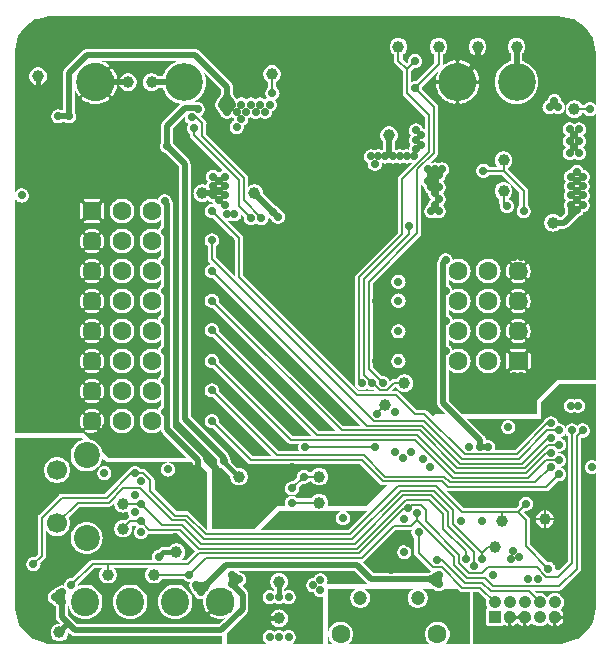
<source format=gbr>
G04 start of page 3 for group 1 idx 1 *
G04 Title: (unknown), bottom *
G04 Creator: pcb 20140316 *
G04 CreationDate: Tue 09 Jul 2019 20:42:41 GMT UTC *
G04 For: kier *
G04 Format: Gerber/RS-274X *
G04 PCB-Dimensions (mil): 2755.91 2913.39 *
G04 PCB-Coordinate-Origin: lower left *
%MOIN*%
%FSLAX25Y25*%
%LNBOTTOM*%
%ADD64C,0.0256*%
%ADD63C,0.0315*%
%ADD62C,0.0512*%
%ADD61C,0.0118*%
%ADD60C,0.0276*%
%ADD59C,0.0394*%
%ADD58C,0.0413*%
%ADD57C,0.0472*%
%ADD56C,0.1260*%
%ADD55C,0.0945*%
%ADD54C,0.0630*%
%ADD53C,0.0669*%
%ADD52C,0.0866*%
%ADD51C,0.0079*%
%ADD50C,0.0157*%
%ADD49C,0.0197*%
%ADD48C,0.0001*%
G54D48*G36*
X145276Y40945D02*Y59449D01*
X154775D01*
X154677Y59408D01*
X154228Y59133D01*
X153827Y58791D01*
X153485Y58390D01*
X153210Y57941D01*
X153008Y57455D01*
X152885Y56942D01*
X152844Y56417D01*
X152885Y55892D01*
X153008Y55380D01*
X153210Y54893D01*
X153485Y54444D01*
X153827Y54044D01*
X154228Y53702D01*
X154677Y53426D01*
X155163Y53225D01*
X155676Y53102D01*
X156201Y53061D01*
X156726Y53102D01*
X157238Y53225D01*
X157725Y53426D01*
X158174Y53702D01*
X158574Y54044D01*
X158916Y54444D01*
X159192Y54893D01*
X159393Y55380D01*
X159516Y55892D01*
X159547Y56417D01*
X159516Y56942D01*
X159393Y57455D01*
X159192Y57941D01*
X158916Y58390D01*
X158574Y58791D01*
X158174Y59133D01*
X157725Y59408D01*
X157627Y59449D01*
X173869D01*
X173771Y59408D01*
X173322Y59133D01*
X172922Y58791D01*
X172580Y58390D01*
X172304Y57941D01*
X172103Y57455D01*
X171980Y56942D01*
X171938Y56417D01*
X171980Y55892D01*
X172103Y55380D01*
X172304Y54893D01*
X172580Y54444D01*
X172922Y54044D01*
X173322Y53702D01*
X173771Y53426D01*
X174258Y53225D01*
X174770Y53102D01*
X175295Y53061D01*
X175820Y53102D01*
X176333Y53225D01*
X176819Y53426D01*
X177268Y53702D01*
X177669Y54044D01*
X178011Y54444D01*
X178286Y54893D01*
X178488Y55380D01*
X178611Y55892D01*
X178642Y56417D01*
X178611Y56942D01*
X178488Y57455D01*
X178286Y57941D01*
X178011Y58390D01*
X177669Y58791D01*
X177268Y59133D01*
X176819Y59408D01*
X176721Y59449D01*
X180309D01*
X180335Y59426D01*
X180335Y59426D01*
X180600Y59264D01*
X180802Y59180D01*
X180807Y59179D01*
X180891Y59107D01*
X181208Y58912D01*
X181551Y58770D01*
X181913Y58683D01*
X182283Y58654D01*
X182654Y58683D01*
X183016Y58770D01*
X183359Y58912D01*
X183676Y59107D01*
X183959Y59348D01*
X184045Y59449D01*
X188602D01*
X189145Y58906D01*
X189180Y58865D01*
X189345Y58724D01*
X189345Y58724D01*
X189530Y58611D01*
X189730Y58528D01*
X189941Y58477D01*
X190157Y58460D01*
X190212Y58465D01*
X192913D01*
Y40945D01*
X184337D01*
X184822Y41359D01*
X185244Y41854D01*
X185584Y42409D01*
X185833Y43010D01*
X185985Y43643D01*
X186024Y44291D01*
X185985Y44940D01*
X185833Y45573D01*
X185584Y46174D01*
X185244Y46729D01*
X184822Y47223D01*
X184327Y47646D01*
X183772Y47986D01*
X183171Y48235D01*
X182538Y48387D01*
X181890Y48438D01*
X181241Y48387D01*
X180608Y48235D01*
X180007Y47986D01*
X179452Y47646D01*
X178958Y47223D01*
X178535Y46729D01*
X178195Y46174D01*
X177946Y45573D01*
X177794Y44940D01*
X177743Y44291D01*
X177794Y43643D01*
X177946Y43010D01*
X178195Y42409D01*
X178535Y41854D01*
X178958Y41359D01*
X179443Y40945D01*
X152053D01*
X152538Y41359D01*
X152961Y41854D01*
X153301Y42409D01*
X153550Y43010D01*
X153702Y43643D01*
X153740Y44291D01*
X153702Y44940D01*
X153550Y45573D01*
X153301Y46174D01*
X152961Y46729D01*
X152538Y47223D01*
X152044Y47646D01*
X151489Y47986D01*
X150888Y48235D01*
X150255Y48387D01*
X149606Y48438D01*
X148958Y48387D01*
X148325Y48235D01*
X147724Y47986D01*
X147169Y47646D01*
X146674Y47223D01*
X146252Y46729D01*
X145912Y46174D01*
X145663Y45573D01*
X145511Y44940D01*
X145460Y44291D01*
X145511Y43643D01*
X145663Y43010D01*
X145912Y42409D01*
X146252Y41854D01*
X146674Y41359D01*
X147159Y40945D01*
X145276D01*
G37*
G36*
X122638Y78937D02*X129134Y85433D01*
X141457D01*
X141604Y85372D01*
X142056Y85264D01*
X142520Y85227D01*
X142983Y85264D01*
X143435Y85372D01*
X143582Y85433D01*
X149693D01*
X149631Y85418D01*
X149273Y85270D01*
X148943Y85068D01*
X148648Y84816D01*
X148397Y84522D01*
X148194Y84191D01*
X148046Y83834D01*
X147956Y83457D01*
X147925Y83071D01*
X147956Y82685D01*
X148046Y82308D01*
X148194Y81950D01*
X148397Y81620D01*
X148648Y81326D01*
X148943Y81074D01*
X149273Y80872D01*
X149631Y80723D01*
X150008Y80633D01*
X150394Y80603D01*
X150780Y80633D01*
X151156Y80723D01*
X151514Y80872D01*
X151844Y81074D01*
X152139Y81326D01*
X152391Y81620D01*
X152593Y81950D01*
X152741Y82308D01*
X152832Y82685D01*
X152854Y83071D01*
X152832Y83457D01*
X152741Y83834D01*
X152593Y84191D01*
X152391Y84522D01*
X152139Y84816D01*
X151844Y85068D01*
X151514Y85270D01*
X151156Y85418D01*
X151095Y85433D01*
X158681D01*
X152185Y78937D01*
X122638D01*
G37*
G36*
X170862D02*X173174D01*
X173228Y78933D01*
X173303Y78939D01*
X173250Y78717D01*
X173221Y78346D01*
X173250Y77976D01*
X173337Y77614D01*
X173479Y77271D01*
X173674Y76954D01*
X173915Y76671D01*
X174198Y76430D01*
X174213Y76420D01*
Y71314D01*
X174208Y71260D01*
X174225Y71044D01*
Y71044D01*
X174238Y70993D01*
X174276Y70833D01*
X174359Y70632D01*
X174472Y70447D01*
X174472Y70447D01*
X174613Y70282D01*
X174654Y70247D01*
X179302Y65599D01*
X179338Y65558D01*
X179502Y65417D01*
X179503Y65417D01*
X179687Y65304D01*
X179797Y65258D01*
X179455Y64916D01*
X179189Y64852D01*
X178846Y64710D01*
X178613Y64567D01*
X170862D01*
Y69284D01*
X170866Y69284D01*
X171237Y69313D01*
X171598Y69400D01*
X171942Y69542D01*
X172259Y69737D01*
X172542Y69978D01*
X172783Y70261D01*
X172977Y70578D01*
X173120Y70921D01*
X173206Y71283D01*
X173228Y71654D01*
X173206Y72024D01*
X173120Y72386D01*
X172977Y72729D01*
X172783Y73046D01*
X172542Y73329D01*
X172259Y73570D01*
X171942Y73765D01*
X171598Y73907D01*
X171237Y73994D01*
X170866Y74023D01*
X170862Y74023D01*
Y78937D01*
G37*
G36*
X156905Y68320D02*X156909Y68320D01*
X156909Y68320D01*
X157120Y68370D01*
X157320Y68453D01*
X157505Y68567D01*
X157670Y68708D01*
X157705Y68749D01*
X167894Y78937D01*
X170862D01*
Y74023D01*
X170495Y73994D01*
X170134Y73907D01*
X169790Y73765D01*
X169473Y73570D01*
X169191Y73329D01*
X168949Y73046D01*
X168755Y72729D01*
X168613Y72386D01*
X168526Y72024D01*
X168497Y71654D01*
X168526Y71283D01*
X168613Y70921D01*
X168755Y70578D01*
X168949Y70261D01*
X169191Y69978D01*
X169473Y69737D01*
X169790Y69542D01*
X170134Y69400D01*
X170495Y69313D01*
X170862Y69284D01*
Y64567D01*
X160658D01*
X156905Y68320D01*
G37*
G36*
X227555Y63402D02*X229283Y65129D01*
X229324Y65164D01*
X229464Y65329D01*
X229465Y65329D01*
X229578Y65514D01*
X229661Y65715D01*
X229712Y65926D01*
X229729Y66142D01*
X229724Y66196D01*
Y109665D01*
X229927Y109868D01*
X229944Y109864D01*
X230315Y109835D01*
X230686Y109864D01*
X231047Y109951D01*
X231391Y110093D01*
X231708Y110288D01*
X231990Y110529D01*
X232232Y110812D01*
X232426Y111129D01*
X232568Y111473D01*
X232655Y111834D01*
X232677Y112205D01*
X232655Y112575D01*
X232568Y112937D01*
X232426Y113280D01*
X232232Y113597D01*
X231990Y113880D01*
X231708Y114122D01*
X231391Y114316D01*
X231047Y114458D01*
X230686Y114545D01*
X230315Y114574D01*
X229944Y114545D01*
X229583Y114458D01*
X229239Y114316D01*
X228922Y114122D01*
X228639Y113880D01*
X228543Y113768D01*
X228447Y113880D01*
X228164Y114122D01*
X227847Y114316D01*
X227555Y114437D01*
Y118424D01*
X227559Y118426D01*
X227664Y118361D01*
X228008Y118219D01*
X228369Y118132D01*
X228740Y118103D01*
X229111Y118132D01*
X229472Y118219D01*
X229816Y118361D01*
X230133Y118555D01*
X230416Y118797D01*
X230657Y119080D01*
X230851Y119397D01*
X230994Y119740D01*
X231080Y120102D01*
X231102Y120472D01*
X231080Y120843D01*
X230994Y121205D01*
X230851Y121548D01*
X230657Y121865D01*
X230416Y122148D01*
X230133Y122389D01*
X229816Y122584D01*
X229472Y122726D01*
X229111Y122813D01*
X228740Y122842D01*
X228369Y122813D01*
X228008Y122726D01*
X227664Y122584D01*
X227559Y122519D01*
X227555Y122521D01*
Y127559D01*
X234646D01*
Y102047D01*
X234540Y102111D01*
X234197Y102254D01*
X233835Y102340D01*
X233465Y102369D01*
X233094Y102340D01*
X232732Y102254D01*
X232389Y102111D01*
X232072Y101917D01*
X231789Y101675D01*
X231548Y101393D01*
X231353Y101076D01*
X231211Y100732D01*
X231124Y100371D01*
X231095Y100000D01*
X231124Y99629D01*
X231211Y99268D01*
X231353Y98924D01*
X231548Y98607D01*
X231789Y98325D01*
X232072Y98083D01*
X232389Y97889D01*
X232732Y97746D01*
X233094Y97660D01*
X233465Y97631D01*
X233835Y97660D01*
X234197Y97746D01*
X234540Y97889D01*
X234646Y97953D01*
Y53150D01*
X233858Y48425D01*
X232283Y46063D01*
X229134Y42913D01*
X227555Y42387D01*
Y63402D01*
G37*
G36*
Y114437D02*X227504Y114458D01*
X227142Y114545D01*
X226772Y114574D01*
X226401Y114545D01*
X226039Y114458D01*
X225696Y114316D01*
X225379Y114122D01*
X225096Y113880D01*
X224855Y113597D01*
X224660Y113280D01*
X224606Y113150D01*
X224552Y113280D01*
X224358Y113597D01*
X224116Y113880D01*
X223834Y114122D01*
X223517Y114316D01*
X223173Y114458D01*
X222812Y114545D01*
X222441Y114574D01*
X222070Y114545D01*
X222046Y114539D01*
X222047Y114567D01*
X222025Y114938D01*
X221939Y115299D01*
X221796Y115643D01*
X221602Y115960D01*
X221361Y116242D01*
X221078Y116484D01*
X220761Y116678D01*
X220417Y116820D01*
X220056Y116907D01*
X219685Y116936D01*
X219314Y116907D01*
X218953Y116820D01*
X218609Y116678D01*
X218292Y116484D01*
X218010Y116242D01*
X217768Y115960D01*
X217574Y115643D01*
X217537Y115553D01*
X217527Y115544D01*
X217491Y115503D01*
X207697Y105709D01*
X205508D01*
Y111017D01*
X205512Y111016D01*
X205882Y111046D01*
X206244Y111132D01*
X206588Y111275D01*
X206905Y111469D01*
X207187Y111710D01*
X207429Y111993D01*
X207623Y112310D01*
X207765Y112654D01*
X207852Y113015D01*
X207874Y113386D01*
X207852Y113756D01*
X207765Y114118D01*
X207623Y114462D01*
X207429Y114779D01*
X207187Y115061D01*
X206905Y115303D01*
X206588Y115497D01*
X206244Y115639D01*
X205882Y115726D01*
X205512Y115755D01*
X205508Y115755D01*
Y116142D01*
X216535D01*
Y121654D01*
X222441Y127559D01*
X227555D01*
Y122521D01*
X227454Y122584D01*
X227110Y122726D01*
X226749Y122813D01*
X226378Y122842D01*
X226007Y122813D01*
X225646Y122726D01*
X225302Y122584D01*
X224985Y122389D01*
X224702Y122148D01*
X224461Y121865D01*
X224267Y121548D01*
X224124Y121205D01*
X224038Y120843D01*
X224008Y120472D01*
X224038Y120102D01*
X224124Y119740D01*
X224267Y119397D01*
X224461Y119080D01*
X224702Y118797D01*
X224985Y118555D01*
X225302Y118361D01*
X225646Y118219D01*
X226007Y118132D01*
X226378Y118103D01*
X226749Y118132D01*
X227110Y118219D01*
X227454Y118361D01*
X227555Y118424D01*
Y114437D01*
G37*
G36*
X222691Y51219D02*X222772Y51103D01*
X222863Y50943D01*
X222940Y50776D01*
X222973Y50706D01*
X223018Y50643D01*
X223072Y50587D01*
X223134Y50541D01*
X223203Y50506D01*
X223277Y50481D01*
X223353Y50468D01*
X223430Y50468D01*
X223507Y50479D01*
X223581Y50503D01*
X223650Y50537D01*
X223713Y50582D01*
X223768Y50637D01*
X223815Y50699D01*
X223850Y50768D01*
X223875Y50841D01*
X223888Y50917D01*
X223888Y50995D01*
X223877Y51072D01*
X223852Y51145D01*
X223742Y51393D01*
X223607Y51629D01*
X223452Y51853D01*
X223277Y52061D01*
X223085Y52254D01*
X222876Y52428D01*
X222778Y52497D01*
X222823Y52524D01*
X223188Y52836D01*
X223500Y53201D01*
X223751Y53611D01*
X223934Y54054D01*
X224047Y54521D01*
X224075Y55000D01*
X224047Y55479D01*
X223934Y55946D01*
X223751Y56389D01*
X223500Y56799D01*
X223188Y57164D01*
X222823Y57476D01*
X222691Y57557D01*
Y58879D01*
X222868Y58922D01*
X223068Y59005D01*
X223253Y59118D01*
X223418Y59259D01*
X223454Y59300D01*
X227555Y63402D01*
Y42387D01*
X223228Y40945D01*
X222691D01*
Y47443D01*
X222876Y47572D01*
X223085Y47746D01*
X223277Y47939D01*
X223452Y48147D01*
X223607Y48371D01*
X223742Y48607D01*
X223855Y48854D01*
X223879Y48928D01*
X223890Y49005D01*
X223890Y49083D01*
X223877Y49159D01*
X223852Y49233D01*
X223816Y49302D01*
X223770Y49365D01*
X223715Y49419D01*
X223651Y49465D01*
X223582Y49499D01*
X223508Y49523D01*
X223431Y49534D01*
X223353Y49534D01*
X223276Y49521D01*
X223202Y49496D01*
X223133Y49460D01*
X223071Y49414D01*
X223016Y49359D01*
X222971Y49295D01*
X222938Y49225D01*
X222863Y49057D01*
X222772Y48897D01*
X222691Y48781D01*
Y51219D01*
G37*
G36*
Y57557D02*X222413Y57727D01*
X221969Y57911D01*
X221502Y58023D01*
X221024Y58061D01*
X220545Y58023D01*
X220078Y57911D01*
X219634Y57727D01*
X219225Y57476D01*
X218859Y57164D01*
X218548Y56799D01*
X218524Y56760D01*
X218500Y56799D01*
X218188Y57164D01*
X217823Y57476D01*
X217413Y57727D01*
X216969Y57911D01*
X216502Y58023D01*
X216024Y58061D01*
X215545Y58023D01*
X215078Y57911D01*
X215066Y57906D01*
X214114Y58858D01*
X222387D01*
X222441Y58854D01*
X222657Y58871D01*
X222657Y58871D01*
X222691Y58879D01*
Y57557D01*
G37*
G36*
X208525Y50482D02*X208540Y50477D01*
X208617Y50466D01*
X208694Y50466D01*
X208771Y50479D01*
X208845Y50504D01*
X208914Y50540D01*
X208976Y50586D01*
X209031Y50641D01*
X209076Y50705D01*
X209110Y50775D01*
X209184Y50943D01*
X209275Y51103D01*
X209380Y51254D01*
X209498Y51395D01*
X209629Y51525D01*
X209770Y51643D01*
X209921Y51748D01*
X210081Y51839D01*
X210248Y51916D01*
X210318Y51949D01*
X210381Y51994D01*
X210399Y52012D01*
X210545Y51977D01*
X211024Y51939D01*
X211502Y51977D01*
X211646Y52011D01*
X211665Y51993D01*
X211728Y51947D01*
X211798Y51914D01*
X211966Y51839D01*
X212126Y51748D01*
X212277Y51643D01*
X212419Y51525D01*
X212549Y51395D01*
X212667Y51254D01*
X212772Y51103D01*
X212863Y50943D01*
X212940Y50776D01*
X212973Y50706D01*
X213018Y50643D01*
X213036Y50624D01*
X213001Y50479D01*
X212963Y50000D01*
X213001Y49521D01*
X213035Y49378D01*
X213016Y49359D01*
X212971Y49295D01*
X212938Y49225D01*
X212863Y49057D01*
X212772Y48897D01*
X212667Y48746D01*
X212549Y48605D01*
X212419Y48475D01*
X212277Y48357D01*
X212126Y48252D01*
X211966Y48161D01*
X211799Y48084D01*
X211729Y48051D01*
X211666Y48006D01*
X211611Y47952D01*
X211565Y47889D01*
X211529Y47820D01*
X211505Y47747D01*
X211492Y47671D01*
X211491Y47593D01*
X211503Y47517D01*
X211526Y47443D01*
X211561Y47373D01*
X211606Y47310D01*
X211660Y47255D01*
X211722Y47209D01*
X211791Y47173D01*
X211865Y47149D01*
X211941Y47136D01*
X212019Y47135D01*
X212095Y47147D01*
X212168Y47172D01*
X212417Y47282D01*
X212653Y47417D01*
X212876Y47572D01*
X213085Y47746D01*
X213277Y47939D01*
X213452Y48147D01*
X213520Y48246D01*
X213548Y48201D01*
X213859Y47836D01*
X214225Y47524D01*
X214634Y47273D01*
X215078Y47089D01*
X215545Y46977D01*
X216024Y46939D01*
X216502Y46977D01*
X216969Y47089D01*
X217413Y47273D01*
X217823Y47524D01*
X218188Y47836D01*
X218500Y48201D01*
X218527Y48246D01*
X218596Y48147D01*
X218770Y47939D01*
X218962Y47746D01*
X219171Y47572D01*
X219394Y47417D01*
X219630Y47282D01*
X219878Y47169D01*
X219952Y47145D01*
X220029Y47133D01*
X220106Y47134D01*
X220183Y47147D01*
X220257Y47171D01*
X220326Y47207D01*
X220388Y47254D01*
X220443Y47309D01*
X220488Y47372D01*
X220523Y47442D01*
X220546Y47516D01*
X220558Y47593D01*
X220557Y47671D01*
X220545Y47748D01*
X220520Y47821D01*
X220484Y47890D01*
X220438Y47953D01*
X220382Y48007D01*
X220319Y48053D01*
X220249Y48086D01*
X220081Y48161D01*
X219921Y48252D01*
X219770Y48357D01*
X219629Y48475D01*
X219498Y48605D01*
X219380Y48746D01*
X219275Y48897D01*
X219184Y49057D01*
X219108Y49224D01*
X219074Y49294D01*
X219029Y49357D01*
X219012Y49376D01*
X219047Y49521D01*
X219075Y50000D01*
X219047Y50479D01*
X219012Y50622D01*
X219031Y50641D01*
X219076Y50705D01*
X219110Y50775D01*
X219184Y50943D01*
X219275Y51103D01*
X219380Y51254D01*
X219498Y51395D01*
X219629Y51525D01*
X219770Y51643D01*
X219921Y51748D01*
X220081Y51839D01*
X220248Y51916D01*
X220318Y51949D01*
X220381Y51994D01*
X220399Y52012D01*
X220545Y51977D01*
X221024Y51939D01*
X221502Y51977D01*
X221646Y52011D01*
X221665Y51993D01*
X221728Y51947D01*
X221798Y51914D01*
X221966Y51839D01*
X222126Y51748D01*
X222277Y51643D01*
X222419Y51525D01*
X222549Y51395D01*
X222667Y51254D01*
X222691Y51219D01*
Y48781D01*
X222667Y48746D01*
X222549Y48605D01*
X222419Y48475D01*
X222277Y48357D01*
X222126Y48252D01*
X221966Y48161D01*
X221799Y48084D01*
X221729Y48051D01*
X221666Y48006D01*
X221611Y47952D01*
X221565Y47889D01*
X221529Y47820D01*
X221505Y47747D01*
X221492Y47671D01*
X221491Y47593D01*
X221503Y47517D01*
X221526Y47443D01*
X221561Y47373D01*
X221606Y47310D01*
X221660Y47255D01*
X221722Y47209D01*
X221791Y47173D01*
X221865Y47149D01*
X221941Y47136D01*
X222019Y47135D01*
X222095Y47147D01*
X222168Y47172D01*
X222417Y47282D01*
X222653Y47417D01*
X222691Y47443D01*
Y40945D01*
X208525D01*
Y48249D01*
X208596Y48147D01*
X208770Y47939D01*
X208962Y47746D01*
X209171Y47572D01*
X209394Y47417D01*
X209630Y47282D01*
X209878Y47169D01*
X209952Y47145D01*
X210029Y47133D01*
X210106Y47134D01*
X210183Y47147D01*
X210257Y47171D01*
X210326Y47207D01*
X210388Y47254D01*
X210443Y47309D01*
X210488Y47372D01*
X210523Y47442D01*
X210546Y47516D01*
X210558Y47593D01*
X210557Y47671D01*
X210545Y47748D01*
X210520Y47821D01*
X210484Y47890D01*
X210438Y47953D01*
X210382Y48007D01*
X210319Y48053D01*
X210249Y48086D01*
X210081Y48161D01*
X209921Y48252D01*
X209770Y48357D01*
X209629Y48475D01*
X209498Y48605D01*
X209380Y48746D01*
X209275Y48897D01*
X209184Y49057D01*
X209108Y49224D01*
X209074Y49294D01*
X209029Y49357D01*
X208975Y49413D01*
X208913Y49459D01*
X208844Y49494D01*
X208771Y49519D01*
X208694Y49532D01*
X208617Y49532D01*
X208540Y49521D01*
X208527Y49517D01*
X208525Y49517D01*
Y50482D01*
G37*
G36*
X205508Y47412D02*X205523Y47442D01*
X205546Y47516D01*
X205558Y47593D01*
X205557Y47671D01*
X205545Y47748D01*
X205520Y47821D01*
X205508Y47844D01*
Y51986D01*
X205545Y51977D01*
X206024Y51939D01*
X206502Y51977D01*
X206646Y52011D01*
X206665Y51993D01*
X206728Y51947D01*
X206798Y51914D01*
X206966Y51839D01*
X207126Y51748D01*
X207277Y51643D01*
X207419Y51525D01*
X207549Y51395D01*
X207667Y51254D01*
X207772Y51103D01*
X207863Y50943D01*
X207940Y50776D01*
X207973Y50706D01*
X208018Y50643D01*
X208072Y50587D01*
X208134Y50541D01*
X208203Y50506D01*
X208277Y50481D01*
X208353Y50468D01*
X208430Y50468D01*
X208507Y50479D01*
X208520Y50483D01*
X208525Y50482D01*
Y49517D01*
X208508Y49523D01*
X208431Y49534D01*
X208353Y49534D01*
X208276Y49521D01*
X208202Y49496D01*
X208133Y49460D01*
X208071Y49414D01*
X208016Y49359D01*
X207971Y49295D01*
X207938Y49225D01*
X207863Y49057D01*
X207772Y48897D01*
X207667Y48746D01*
X207549Y48605D01*
X207419Y48475D01*
X207277Y48357D01*
X207126Y48252D01*
X206966Y48161D01*
X206799Y48084D01*
X206729Y48051D01*
X206666Y48006D01*
X206611Y47952D01*
X206565Y47889D01*
X206529Y47820D01*
X206505Y47747D01*
X206492Y47671D01*
X206491Y47593D01*
X206503Y47517D01*
X206526Y47443D01*
X206561Y47373D01*
X206606Y47310D01*
X206660Y47255D01*
X206722Y47209D01*
X206791Y47173D01*
X206865Y47149D01*
X206941Y47136D01*
X207019Y47135D01*
X207095Y47147D01*
X207168Y47172D01*
X207417Y47282D01*
X207653Y47417D01*
X207876Y47572D01*
X208085Y47746D01*
X208277Y47939D01*
X208452Y48147D01*
X208524Y48251D01*
X208525Y48249D01*
Y40945D01*
X205508D01*
Y47412D01*
G37*
G36*
Y105709D02*X200968D01*
X201072Y105961D01*
X201159Y106322D01*
X201181Y106693D01*
X201159Y107064D01*
X201072Y107425D01*
X200930Y107769D01*
X200736Y108086D01*
X200494Y108368D01*
X200212Y108610D01*
X199895Y108804D01*
X199551Y108946D01*
X199190Y109033D01*
X198819Y109062D01*
X198448Y109033D01*
X198087Y108946D01*
X198031Y108924D01*
Y108978D01*
X198038Y109055D01*
X198013Y109364D01*
X198013Y109364D01*
X197941Y109665D01*
X197822Y109952D01*
X197660Y110216D01*
X197459Y110451D01*
X197400Y110502D01*
X191760Y116142D01*
X205508D01*
Y115755D01*
X205141Y115726D01*
X204780Y115639D01*
X204436Y115497D01*
X204119Y115303D01*
X203836Y115061D01*
X203595Y114779D01*
X203401Y114462D01*
X203258Y114118D01*
X203171Y113756D01*
X203142Y113386D01*
X203171Y113015D01*
X203258Y112654D01*
X203401Y112310D01*
X203595Y111993D01*
X203836Y111710D01*
X204119Y111469D01*
X204436Y111275D01*
X204780Y111132D01*
X205141Y111046D01*
X205508Y111017D01*
Y105709D01*
G37*
G36*
Y47844D02*X205484Y47890D01*
X205438Y47953D01*
X205382Y48007D01*
X205319Y48053D01*
X205249Y48086D01*
X205081Y48161D01*
X204921Y48252D01*
X204770Y48357D01*
X204629Y48475D01*
X204498Y48605D01*
X204380Y48746D01*
X204275Y48897D01*
X204184Y49057D01*
X204108Y49224D01*
X204074Y49294D01*
X204072Y49298D01*
X204069Y50694D01*
X204076Y50705D01*
X204110Y50775D01*
X204184Y50943D01*
X204275Y51103D01*
X204380Y51254D01*
X204498Y51395D01*
X204629Y51525D01*
X204770Y51643D01*
X204921Y51748D01*
X205081Y51839D01*
X205248Y51916D01*
X205318Y51949D01*
X205381Y51994D01*
X205399Y52012D01*
X205508Y51986D01*
Y47844D01*
G37*
G36*
X193701Y40945D02*Y58465D01*
X195610D01*
X198118Y55957D01*
X198113Y55946D01*
X198001Y55479D01*
X197963Y55000D01*
X198001Y54521D01*
X198113Y54054D01*
X198297Y53611D01*
X198548Y53201D01*
X198704Y53018D01*
X198652Y53006D01*
X198508Y52947D01*
X198376Y52866D01*
X198259Y52765D01*
X198158Y52647D01*
X198077Y52515D01*
X198018Y52372D01*
X197982Y52221D01*
X197972Y52067D01*
X197982Y47779D01*
X198018Y47628D01*
X198077Y47485D01*
X198158Y47353D01*
X198259Y47235D01*
X198376Y47134D01*
X198508Y47053D01*
X198652Y46994D01*
X198802Y46958D01*
X198957Y46949D01*
X203245Y46958D01*
X203396Y46994D01*
X203539Y47053D01*
X203671Y47134D01*
X203789Y47235D01*
X203889Y47353D01*
X203970Y47485D01*
X204030Y47628D01*
X204042Y47680D01*
X204171Y47572D01*
X204394Y47417D01*
X204630Y47282D01*
X204878Y47169D01*
X204952Y47145D01*
X205029Y47133D01*
X205106Y47134D01*
X205183Y47147D01*
X205257Y47171D01*
X205326Y47207D01*
X205388Y47254D01*
X205443Y47309D01*
X205488Y47372D01*
X205508Y47412D01*
Y40945D01*
X193701D01*
G37*
G36*
X217712Y91929D02*X218056D01*
X218110Y91925D01*
X218326Y91942D01*
X218537Y91993D01*
X218738Y92076D01*
X218923Y92189D01*
X219088Y92330D01*
X219123Y92371D01*
X222053Y95302D01*
X222070Y95297D01*
X222441Y95268D01*
X222812Y95297D01*
X223173Y95384D01*
X223517Y95527D01*
X223834Y95721D01*
X224116Y95962D01*
X224358Y96245D01*
X224552Y96562D01*
X224694Y96906D01*
X224781Y97267D01*
X224803Y97638D01*
X224781Y98008D01*
X224694Y98370D01*
X224552Y98714D01*
X224358Y99031D01*
X224116Y99313D01*
X223834Y99555D01*
X223517Y99749D01*
X223173Y99891D01*
X222812Y99978D01*
X222534Y100000D01*
X222812Y100022D01*
X223173Y100109D01*
X223517Y100251D01*
X223834Y100445D01*
X224116Y100687D01*
X224358Y100969D01*
X224552Y101286D01*
X224694Y101630D01*
X224781Y101992D01*
X224803Y102362D01*
X224781Y102733D01*
X224694Y103094D01*
X224552Y103438D01*
X224358Y103755D01*
X224116Y104038D01*
X223834Y104279D01*
X223517Y104473D01*
X223173Y104616D01*
X222812Y104703D01*
X222441Y104732D01*
X222070Y104703D01*
X222046Y104697D01*
X222047Y104724D01*
X222025Y105095D01*
X222011Y105154D01*
X222070Y105140D01*
X222441Y105111D01*
X222812Y105140D01*
X223173Y105227D01*
X223517Y105369D01*
X223834Y105563D01*
X224116Y105805D01*
X224358Y106088D01*
X224552Y106405D01*
X224694Y106748D01*
X224781Y107110D01*
X224803Y107480D01*
X224781Y107851D01*
X224694Y108213D01*
X224552Y108556D01*
X224358Y108873D01*
X224116Y109156D01*
X223834Y109397D01*
X223517Y109592D01*
X223173Y109734D01*
X222812Y109821D01*
X222534Y109843D01*
X222812Y109864D01*
X223173Y109951D01*
X223517Y110093D01*
X223834Y110288D01*
X224116Y110529D01*
X224358Y110812D01*
X224552Y111129D01*
X224606Y111260D01*
X224660Y111129D01*
X224855Y110812D01*
X225096Y110529D01*
X225379Y110288D01*
X225394Y110279D01*
Y68681D01*
X222461Y65748D01*
X221232D01*
X221238Y65771D01*
X221260Y66142D01*
X221238Y66512D01*
X221151Y66874D01*
X221009Y67217D01*
X220815Y67534D01*
X220573Y67817D01*
X220290Y68059D01*
X219973Y68253D01*
X219630Y68395D01*
X219268Y68482D01*
X218898Y68511D01*
X218527Y68482D01*
X218510Y68478D01*
X217712Y69276D01*
Y79716D01*
X217717Y79715D01*
X218180Y79752D01*
X218632Y79860D01*
X219061Y80038D01*
X219457Y80281D01*
X219811Y80583D01*
X220113Y80936D01*
X220356Y81333D01*
X220533Y81762D01*
X220642Y82214D01*
X220669Y82677D01*
X220642Y83141D01*
X220533Y83592D01*
X220356Y84022D01*
X220113Y84418D01*
X219811Y84772D01*
X219457Y85073D01*
X219061Y85316D01*
X218632Y85494D01*
X218180Y85603D01*
X217717Y85639D01*
X217712Y85639D01*
Y91929D01*
G37*
G36*
X185487D02*X217712D01*
Y85639D01*
X217253Y85603D01*
X216801Y85494D01*
X216372Y85316D01*
X215976Y85073D01*
X215622Y84772D01*
X215320Y84418D01*
X215077Y84022D01*
X214900Y83592D01*
X214791Y83141D01*
X214755Y82677D01*
X214791Y82214D01*
X214900Y81762D01*
X215077Y81333D01*
X215320Y80936D01*
X215622Y80583D01*
X215976Y80281D01*
X216372Y80038D01*
X216801Y79860D01*
X217253Y79752D01*
X217712Y79716D01*
Y69276D01*
X212795Y74193D01*
Y82229D01*
X212800Y82283D01*
X212783Y82500D01*
X212783Y82500D01*
X212732Y82711D01*
X212649Y82911D01*
X212536Y83096D01*
X212395Y83261D01*
X212353Y83296D01*
X210610Y85039D01*
X211030Y85459D01*
X211047Y85455D01*
X211417Y85426D01*
X211788Y85455D01*
X212150Y85542D01*
X212493Y85684D01*
X212810Y85878D01*
X213093Y86120D01*
X213334Y86403D01*
X213529Y86720D01*
X213671Y87063D01*
X213758Y87425D01*
X213780Y87795D01*
X213758Y88166D01*
X213671Y88527D01*
X213529Y88871D01*
X213334Y89188D01*
X213093Y89471D01*
X212810Y89712D01*
X212493Y89907D01*
X212150Y90049D01*
X211788Y90136D01*
X211417Y90165D01*
X211047Y90136D01*
X210685Y90049D01*
X210342Y89907D01*
X210025Y89712D01*
X209742Y89471D01*
X209500Y89188D01*
X209306Y88871D01*
X209164Y88527D01*
X209077Y88166D01*
X209048Y87795D01*
X209077Y87425D01*
X209081Y87408D01*
X208091Y86417D01*
X203597D01*
X203543Y86422D01*
X203489Y86417D01*
X190728D01*
X185200Y91946D01*
X185217Y91942D01*
X185433Y91925D01*
X185487Y91929D01*
G37*
G36*
X158655Y61024D02*X144960D01*
X145025Y61129D01*
X145167Y61473D01*
X145254Y61834D01*
X145276Y62205D01*
X145254Y62575D01*
X145167Y62937D01*
X145025Y63280D01*
X144830Y63597D01*
X144589Y63880D01*
X144306Y64122D01*
X143989Y64316D01*
X143646Y64458D01*
X143284Y64545D01*
X142913Y64574D01*
X142543Y64545D01*
X142181Y64458D01*
X141838Y64316D01*
X141521Y64122D01*
X141238Y63880D01*
X140996Y63597D01*
X140802Y63280D01*
X140681Y62989D01*
X140551Y62999D01*
X140181Y62970D01*
X139819Y62883D01*
X139475Y62741D01*
X139158Y62547D01*
X138876Y62305D01*
X138634Y62023D01*
X138440Y61706D01*
X138298Y61362D01*
X138211Y61001D01*
X138182Y60630D01*
X138211Y60259D01*
X138298Y59898D01*
X138440Y59554D01*
X138634Y59237D01*
X138876Y58954D01*
X139158Y58713D01*
X139475Y58519D01*
X139819Y58376D01*
X140181Y58290D01*
X140551Y58260D01*
X140681Y58271D01*
X140802Y57979D01*
X140996Y57662D01*
X141238Y57380D01*
X141521Y57138D01*
X141838Y56944D01*
X142181Y56802D01*
X142543Y56715D01*
X142913Y56686D01*
X143284Y56715D01*
X143646Y56802D01*
X143701Y56824D01*
Y40945D01*
X132376D01*
X132654Y40967D01*
X133016Y41054D01*
X133359Y41196D01*
X133676Y41390D01*
X133959Y41632D01*
X134200Y41914D01*
X134395Y42231D01*
X134537Y42575D01*
X134624Y42936D01*
X134646Y43307D01*
X134624Y43678D01*
X134537Y44039D01*
X134395Y44383D01*
X134200Y44700D01*
X133959Y44983D01*
X133676Y45224D01*
X133359Y45418D01*
X133016Y45561D01*
X132654Y45647D01*
X132283Y45677D01*
X131913Y45647D01*
X131551Y45561D01*
X131208Y45418D01*
X130891Y45224D01*
X130709Y45069D01*
X130527Y45224D01*
X130210Y45418D01*
X129866Y45561D01*
X129505Y45647D01*
X129134Y45677D01*
X129129Y45676D01*
Y46645D01*
X129134Y46644D01*
X129597Y46681D01*
X130049Y46789D01*
X130479Y46967D01*
X130875Y47210D01*
X131228Y47512D01*
X131530Y47865D01*
X131773Y48262D01*
X131951Y48691D01*
X132059Y49143D01*
X132087Y49606D01*
X132059Y50070D01*
X131951Y50522D01*
X131773Y50951D01*
X131530Y51347D01*
X131228Y51701D01*
X130875Y52002D01*
X130479Y52245D01*
X130049Y52423D01*
X129597Y52532D01*
X129134Y52568D01*
X129129Y52568D01*
Y54324D01*
X129134Y54323D01*
X129505Y54353D01*
X129866Y54439D01*
X130210Y54582D01*
X130527Y54776D01*
X130709Y54931D01*
X130891Y54776D01*
X131208Y54582D01*
X131551Y54439D01*
X131913Y54353D01*
X132283Y54323D01*
X132654Y54353D01*
X133016Y54439D01*
X133359Y54582D01*
X133676Y54776D01*
X133959Y55017D01*
X134200Y55300D01*
X134395Y55617D01*
X134537Y55961D01*
X134624Y56322D01*
X134646Y56693D01*
X134624Y57064D01*
X134537Y57425D01*
X134395Y57769D01*
X134200Y58086D01*
X133959Y58368D01*
X133676Y58610D01*
X133359Y58804D01*
X133016Y58946D01*
X132654Y59033D01*
X132283Y59062D01*
X131913Y59033D01*
X131551Y58946D01*
X131208Y58804D01*
X130906Y58619D01*
Y59441D01*
X131228Y59717D01*
X131530Y60070D01*
X131773Y60466D01*
X131951Y60896D01*
X132059Y61348D01*
X132087Y61811D01*
X132059Y62274D01*
X131951Y62726D01*
X131773Y63156D01*
X131530Y63552D01*
X131228Y63905D01*
X130875Y64207D01*
X130479Y64450D01*
X130049Y64628D01*
X129597Y64736D01*
X129134Y64773D01*
X129129Y64773D01*
Y65354D01*
X154303D01*
X158396Y61261D01*
X158446Y61202D01*
X158655Y61024D01*
G37*
G36*
X129129Y45676D02*X128763Y45647D01*
X128402Y45561D01*
X128058Y45418D01*
X127741Y45224D01*
X127559Y45069D01*
X127377Y45224D01*
X127060Y45418D01*
X126716Y45561D01*
X126355Y45647D01*
X125984Y45677D01*
X125614Y45647D01*
X125252Y45561D01*
X124909Y45418D01*
X124592Y45224D01*
X124309Y44983D01*
X124067Y44700D01*
X123873Y44383D01*
X123731Y44039D01*
X123644Y43678D01*
X123615Y43307D01*
X123644Y42936D01*
X123731Y42575D01*
X123873Y42231D01*
X124067Y41914D01*
X124309Y41632D01*
X124592Y41390D01*
X124909Y41196D01*
X125252Y41054D01*
X125614Y40967D01*
X125892Y40945D01*
X111811D01*
Y44854D01*
X118266Y51309D01*
X118325Y51360D01*
X118526Y51595D01*
X118527Y51595D01*
X118688Y51859D01*
X118807Y52146D01*
X118879Y52447D01*
X118904Y52756D01*
X118898Y52833D01*
Y57403D01*
X118904Y57480D01*
X118879Y57789D01*
X118879Y57789D01*
X118807Y58090D01*
X118688Y58377D01*
X118527Y58641D01*
X118325Y58877D01*
X118266Y58927D01*
X116741Y60453D01*
X116824Y60487D01*
X117141Y60681D01*
X117424Y60923D01*
X117665Y61206D01*
X117859Y61523D01*
X118002Y61866D01*
X118088Y62228D01*
X118110Y62598D01*
X118088Y62969D01*
X118002Y63331D01*
X117859Y63674D01*
X117665Y63991D01*
X117424Y64274D01*
X117141Y64515D01*
X116824Y64710D01*
X116480Y64852D01*
X116215Y64916D01*
X115776Y65354D01*
X129129D01*
Y64773D01*
X128671Y64736D01*
X128219Y64628D01*
X127789Y64450D01*
X127393Y64207D01*
X127040Y63905D01*
X126738Y63552D01*
X126495Y63156D01*
X126317Y62726D01*
X126208Y62274D01*
X126172Y61811D01*
X126208Y61348D01*
X126317Y60896D01*
X126495Y60466D01*
X126738Y60070D01*
X127040Y59717D01*
X127362Y59441D01*
Y58619D01*
X127060Y58804D01*
X126716Y58946D01*
X126355Y59033D01*
X125984Y59062D01*
X125614Y59033D01*
X125252Y58946D01*
X124909Y58804D01*
X124592Y58610D01*
X124309Y58368D01*
X124067Y58086D01*
X123873Y57769D01*
X123731Y57425D01*
X123644Y57064D01*
X123615Y56693D01*
X123644Y56322D01*
X123731Y55961D01*
X123873Y55617D01*
X124067Y55300D01*
X124309Y55017D01*
X124592Y54776D01*
X124909Y54582D01*
X125252Y54439D01*
X125614Y54353D01*
X125984Y54323D01*
X126355Y54353D01*
X126716Y54439D01*
X127060Y54582D01*
X127377Y54776D01*
X127559Y54931D01*
X127741Y54776D01*
X128058Y54582D01*
X128402Y54439D01*
X128763Y54353D01*
X129129Y54324D01*
Y52568D01*
X128671Y52532D01*
X128219Y52423D01*
X127789Y52245D01*
X127393Y52002D01*
X127040Y51701D01*
X126738Y51347D01*
X126495Y50951D01*
X126317Y50522D01*
X126208Y50070D01*
X126172Y49606D01*
X126208Y49143D01*
X126317Y48691D01*
X126495Y48262D01*
X126738Y47865D01*
X127040Y47512D01*
X127393Y47210D01*
X127789Y46967D01*
X128219Y46789D01*
X128671Y46681D01*
X129129Y46645D01*
Y45676D01*
G37*
G36*
X70862Y102366D02*X71654Y101575D01*
X92033D01*
X91755Y101553D01*
X91394Y101466D01*
X91050Y101324D01*
X90733Y101130D01*
X90450Y100888D01*
X90209Y100605D01*
X90015Y100288D01*
X89872Y99945D01*
X89786Y99583D01*
X89756Y99213D01*
X89786Y98842D01*
X89872Y98480D01*
X90015Y98137D01*
X90209Y97820D01*
X90450Y97537D01*
X90733Y97296D01*
X91050Y97101D01*
X91394Y96959D01*
X91755Y96872D01*
X92126Y96843D01*
X92497Y96872D01*
X92858Y96959D01*
X93202Y97101D01*
X93519Y97296D01*
X93801Y97537D01*
X94043Y97820D01*
X94237Y98137D01*
X94380Y98480D01*
X94466Y98842D01*
X94488Y99213D01*
X94466Y99583D01*
X94380Y99945D01*
X94237Y100288D01*
X94043Y100605D01*
X93801Y100888D01*
X93519Y101130D01*
X93202Y101324D01*
X92858Y101466D01*
X92497Y101553D01*
X92219Y101575D01*
X99972D01*
X100577Y100970D01*
X100808Y100765D01*
X101072Y100603D01*
X101358Y100484D01*
X101660Y100412D01*
X101969Y100388D01*
X102277Y100412D01*
X102579Y100484D01*
X102865Y100603D01*
X102912Y100632D01*
X105118Y98425D01*
Y79114D01*
X99438Y84794D01*
X99403Y84836D01*
X99238Y84976D01*
X99053Y85090D01*
X98852Y85173D01*
X98641Y85223D01*
X98641Y85223D01*
X98425Y85240D01*
X98371Y85236D01*
X95059D01*
X87598Y92697D01*
Y95615D01*
X87603Y95669D01*
X87586Y95885D01*
X87586Y95886D01*
X87535Y96096D01*
X87452Y96297D01*
X87339Y96482D01*
X87198Y96647D01*
X87157Y96682D01*
X84871Y98968D01*
X84836Y99009D01*
X84671Y99150D01*
X84486Y99263D01*
X84285Y99346D01*
X84074Y99397D01*
X84074Y99397D01*
X83858Y99414D01*
X83804Y99409D01*
X83028D01*
X83019Y99424D01*
X82778Y99707D01*
X82495Y99948D01*
X82178Y100143D01*
X81835Y100285D01*
X81473Y100372D01*
X81102Y100401D01*
X80732Y100372D01*
X80370Y100285D01*
X80027Y100143D01*
X79710Y99948D01*
X79427Y99707D01*
X79185Y99424D01*
X78991Y99107D01*
X78954Y99017D01*
X78944Y99009D01*
X78909Y98968D01*
X71083Y91142D01*
X70862D01*
Y95662D01*
X70866Y95662D01*
X71237Y95691D01*
X71598Y95778D01*
X71942Y95920D01*
X72259Y96115D01*
X72542Y96356D01*
X72783Y96639D01*
X72977Y96956D01*
X73120Y97299D01*
X73206Y97661D01*
X73228Y98031D01*
X73206Y98402D01*
X73120Y98764D01*
X72977Y99107D01*
X72783Y99424D01*
X72542Y99707D01*
X72259Y99948D01*
X71942Y100143D01*
X71598Y100285D01*
X71237Y100372D01*
X70866Y100401D01*
X70862Y100401D01*
Y102366D01*
G37*
G36*
Y43701D02*X109765D01*
X109843Y43695D01*
X110151Y43719D01*
X110151Y43719D01*
X110236Y43739D01*
Y40945D01*
X70862D01*
Y43701D01*
G37*
G36*
X80118Y79528D02*X80091Y79991D01*
X79991Y80405D01*
X80098Y80512D01*
X81145D01*
X81154Y80497D01*
X81395Y80214D01*
X81508Y80118D01*
X81395Y80022D01*
X81154Y79739D01*
X80960Y79422D01*
X80817Y79079D01*
X80731Y78717D01*
X80701Y78346D01*
X80731Y77976D01*
X80817Y77614D01*
X80960Y77271D01*
X81154Y76954D01*
X81395Y76671D01*
X81678Y76430D01*
X81995Y76235D01*
X82339Y76093D01*
X82700Y76006D01*
X83071Y75977D01*
X83442Y76006D01*
X83803Y76093D01*
X84147Y76235D01*
X84464Y76430D01*
X84746Y76671D01*
X84988Y76954D01*
X85182Y77271D01*
X85324Y77614D01*
X85376Y77829D01*
X85400Y77819D01*
X85611Y77769D01*
X85827Y77752D01*
X85881Y77756D01*
X95492D01*
X101201Y72047D01*
X98248Y69094D01*
X96357D01*
X96623Y69257D01*
X96976Y69559D01*
X97278Y69913D01*
X97521Y70309D01*
X97699Y70738D01*
X97807Y71190D01*
X97835Y71654D01*
X97807Y72117D01*
X97699Y72569D01*
X97521Y72998D01*
X97278Y73394D01*
X96976Y73748D01*
X96623Y74050D01*
X96227Y74293D01*
X95797Y74470D01*
X95345Y74579D01*
X94882Y74615D01*
X94419Y74579D01*
X93967Y74470D01*
X93537Y74293D01*
X93141Y74050D01*
X92788Y73748D01*
X92512Y73425D01*
X90621D01*
X90551Y73431D01*
X90273Y73409D01*
X90002Y73344D01*
X89744Y73237D01*
X89507Y73091D01*
X89506Y73091D01*
X89295Y72910D01*
X89249Y72857D01*
X88829Y72437D01*
X88606Y72419D01*
X88244Y72332D01*
X87901Y72190D01*
X87584Y71996D01*
X87301Y71754D01*
X87059Y71471D01*
X86865Y71154D01*
X86723Y70811D01*
X86636Y70449D01*
X86607Y70079D01*
X86636Y69708D01*
X86723Y69347D01*
X86827Y69094D01*
X72101D01*
X72047Y69099D01*
X71993Y69094D01*
X70862D01*
Y86811D01*
X72387D01*
X72441Y86807D01*
X72657Y86824D01*
X72868Y86874D01*
X73068Y86957D01*
X73253Y87071D01*
X73418Y87212D01*
X73454Y87253D01*
X74221Y88021D01*
X74203Y87795D01*
X74240Y87332D01*
X74348Y86880D01*
X74526Y86451D01*
X74769Y86054D01*
X75071Y85701D01*
X75424Y85399D01*
X75821Y85156D01*
X76250Y84978D01*
X76702Y84870D01*
X77165Y84833D01*
X77629Y84870D01*
X78081Y84978D01*
X78510Y85156D01*
X78754Y85306D01*
X78733Y85039D01*
X78762Y84669D01*
X78849Y84307D01*
X78991Y83964D01*
X79185Y83647D01*
X79427Y83364D01*
X79535Y83271D01*
X79528Y83272D01*
X79311Y83255D01*
X79100Y83204D01*
X78900Y83121D01*
X78715Y83008D01*
X78715Y83008D01*
X78550Y82867D01*
X78515Y82826D01*
X78043Y82354D01*
X77629Y82453D01*
X77165Y82489D01*
X76702Y82453D01*
X76250Y82344D01*
X75821Y82167D01*
X75424Y81924D01*
X75071Y81622D01*
X74769Y81268D01*
X74526Y80872D01*
X74348Y80443D01*
X74240Y79991D01*
X74203Y79528D01*
X74240Y79064D01*
X74348Y78612D01*
X74526Y78183D01*
X74769Y77787D01*
X75071Y77433D01*
X75424Y77131D01*
X75821Y76889D01*
X76250Y76711D01*
X76702Y76602D01*
X77165Y76566D01*
X77629Y76602D01*
X78081Y76711D01*
X78510Y76889D01*
X78906Y77131D01*
X79260Y77433D01*
X79562Y77787D01*
X79804Y78183D01*
X79982Y78612D01*
X80091Y79064D01*
X80118Y79528D01*
G37*
G36*
X64952Y98606D02*X64961Y98606D01*
X65795Y98671D01*
X66608Y98867D01*
X67381Y99187D01*
X68094Y99624D01*
X68730Y100167D01*
X69274Y100803D01*
X69711Y101517D01*
X70031Y102290D01*
X70207Y103022D01*
X70862Y102366D01*
Y100401D01*
X70495Y100372D01*
X70134Y100285D01*
X69790Y100143D01*
X69473Y99948D01*
X69191Y99707D01*
X68949Y99424D01*
X68755Y99107D01*
X68613Y98764D01*
X68526Y98402D01*
X68497Y98031D01*
X68526Y97661D01*
X68613Y97299D01*
X68755Y96956D01*
X68949Y96639D01*
X69191Y96356D01*
X69473Y96115D01*
X69790Y95920D01*
X70134Y95778D01*
X70495Y95691D01*
X70862Y95662D01*
Y91142D01*
X64952D01*
Y98606D01*
G37*
G36*
Y43701D02*X70862D01*
Y40945D01*
X64952D01*
Y43701D01*
G37*
G36*
X70862Y69094D02*X66983D01*
X66929Y69099D01*
X66713Y69082D01*
X66502Y69031D01*
X66302Y68948D01*
X66117Y68835D01*
X66116Y68834D01*
X65952Y68694D01*
X65917Y68653D01*
X64952Y67689D01*
Y71047D01*
X64961Y71047D01*
X65795Y71112D01*
X66608Y71308D01*
X67381Y71628D01*
X68094Y72065D01*
X68730Y72608D01*
X69274Y73244D01*
X69711Y73958D01*
X70031Y74730D01*
X70226Y75544D01*
X70276Y76378D01*
X70226Y77212D01*
X70031Y78025D01*
X69711Y78798D01*
X69274Y79512D01*
X68730Y80148D01*
X68094Y80691D01*
X67381Y81128D01*
X66608Y81448D01*
X65795Y81644D01*
X64961Y81709D01*
X64952Y81709D01*
Y86811D01*
X70862D01*
Y69094D01*
G37*
G36*
X55111Y109843D02*X63386D01*
X64045Y109183D01*
X63313Y109007D01*
X62540Y108687D01*
X61827Y108250D01*
X61191Y107707D01*
X60647Y107071D01*
X60210Y106357D01*
X59890Y105584D01*
X59695Y104771D01*
X59629Y103937D01*
X59695Y103103D01*
X59890Y102290D01*
X60210Y101517D01*
X60647Y100803D01*
X61191Y100167D01*
X61827Y99624D01*
X62540Y99187D01*
X63313Y98867D01*
X64127Y98671D01*
X64952Y98606D01*
Y91142D01*
X56747D01*
X56693Y91146D01*
X56477Y91129D01*
X56266Y91078D01*
X56065Y90995D01*
X55880Y90882D01*
X55880Y90882D01*
X55716Y90741D01*
X55680Y90700D01*
X55111Y90131D01*
Y94672D01*
X55118Y94672D01*
X55798Y94725D01*
X56460Y94884D01*
X57090Y95145D01*
X57671Y95501D01*
X58190Y95944D01*
X58633Y96462D01*
X58989Y97044D01*
X59250Y97673D01*
X59409Y98336D01*
X59449Y99016D01*
X59409Y99695D01*
X59250Y100358D01*
X58989Y100988D01*
X58633Y101569D01*
X58190Y102087D01*
X57671Y102530D01*
X57090Y102886D01*
X56460Y103147D01*
X55798Y103306D01*
X55118Y103360D01*
X55111Y103359D01*
Y109843D01*
G37*
G36*
Y42036D02*X55442Y41956D01*
X55906Y41920D01*
X56369Y41956D01*
X56821Y42065D01*
X57250Y42243D01*
X57646Y42486D01*
X58000Y42788D01*
X58302Y43141D01*
X58545Y43537D01*
X58722Y43967D01*
X58831Y44419D01*
X58858Y44882D01*
X58849Y45041D01*
X58858Y45051D01*
X59577Y44332D01*
X59627Y44273D01*
X59863Y44072D01*
X59863Y44072D01*
X60127Y43910D01*
X60330Y43826D01*
X60413Y43791D01*
X60472Y43777D01*
X60715Y43719D01*
X61024Y43695D01*
X61101Y43701D01*
X64952D01*
Y40945D01*
X55111D01*
Y42036D01*
G37*
G36*
Y48821D02*X55297Y48604D01*
X55356Y48554D01*
X56074Y47835D01*
X56071Y47831D01*
X55906Y47844D01*
X55442Y47807D01*
X55111Y47728D01*
Y48821D01*
G37*
G36*
X64952Y67689D02*X60230Y62966D01*
X60213Y62970D01*
X59843Y62999D01*
X59472Y62970D01*
X59110Y62883D01*
X58767Y62741D01*
X58450Y62547D01*
X58167Y62305D01*
X57926Y62023D01*
X57731Y61706D01*
X57589Y61362D01*
X57502Y61001D01*
X57473Y60630D01*
X57483Y60497D01*
X57425Y60521D01*
X57064Y60608D01*
X56693Y60637D01*
X56322Y60608D01*
X55961Y60521D01*
X55617Y60379D01*
X55300Y60185D01*
X55216Y60113D01*
X55111Y60069D01*
Y76956D01*
X55118Y76955D01*
X55798Y77009D01*
X56460Y77168D01*
X57090Y77429D01*
X57671Y77785D01*
X58190Y78227D01*
X58633Y78746D01*
X58989Y79327D01*
X59250Y79957D01*
X59409Y80620D01*
X59449Y81299D01*
X59409Y81979D01*
X59250Y82642D01*
X59003Y83236D01*
X62579Y86811D01*
X64952D01*
Y81709D01*
X64127Y81644D01*
X63313Y81448D01*
X62540Y81128D01*
X61827Y80691D01*
X61191Y80148D01*
X60647Y79512D01*
X60210Y78798D01*
X59890Y78025D01*
X59695Y77212D01*
X59629Y76378D01*
X59695Y75544D01*
X59890Y74730D01*
X60210Y73958D01*
X60647Y73244D01*
X61191Y72608D01*
X61827Y72065D01*
X62540Y71628D01*
X63313Y71308D01*
X64127Y71112D01*
X64952Y71047D01*
Y67689D01*
G37*
G36*
X55111Y60069D02*X55009Y60027D01*
X54745Y59865D01*
X54745Y59865D01*
X54509Y59664D01*
X54459Y59605D01*
X53864Y59010D01*
X53598Y58946D01*
X53255Y58804D01*
X52938Y58610D01*
X52655Y58368D01*
X52414Y58086D01*
X52219Y57769D01*
X52077Y57425D01*
X51990Y57064D01*
X51961Y56693D01*
X51990Y56322D01*
X52077Y55961D01*
X52219Y55617D01*
X52414Y55300D01*
X52655Y55017D01*
X52938Y54776D01*
X53255Y54582D01*
X53598Y54439D01*
X53864Y54376D01*
X54459Y53781D01*
X54509Y53722D01*
X54724Y53538D01*
Y50077D01*
X54718Y50000D01*
X54743Y49691D01*
X54801Y49448D01*
X54815Y49390D01*
X54850Y49306D01*
X54934Y49104D01*
X55095Y48839D01*
X55096Y48839D01*
X55111Y48821D01*
Y47728D01*
X54990Y47699D01*
X54561Y47521D01*
X54165Y47278D01*
X53811Y46976D01*
X53509Y46623D01*
X53266Y46227D01*
X53089Y45797D01*
X52980Y45345D01*
X52944Y44882D01*
X52980Y44419D01*
X53089Y43967D01*
X53266Y43537D01*
X53509Y43141D01*
X53811Y42788D01*
X54165Y42486D01*
X54561Y42243D01*
X54990Y42065D01*
X55111Y42036D01*
Y40945D01*
X52362D01*
X46457Y42913D01*
X42520Y47244D01*
X40945Y52756D01*
Y109843D01*
X55111D01*
Y103359D01*
X54439Y103306D01*
X53776Y103147D01*
X53146Y102886D01*
X52565Y102530D01*
X52046Y102087D01*
X51604Y101569D01*
X51248Y100988D01*
X50987Y100358D01*
X50828Y99695D01*
X50774Y99016D01*
X50828Y98336D01*
X50987Y97673D01*
X51248Y97044D01*
X51604Y96462D01*
X52046Y95944D01*
X52565Y95501D01*
X53146Y95145D01*
X53776Y94884D01*
X54439Y94725D01*
X55111Y94672D01*
Y90131D01*
X49064Y84083D01*
X49023Y84048D01*
X48882Y83883D01*
X48768Y83698D01*
X48685Y83498D01*
X48635Y83287D01*
X48618Y83071D01*
X48622Y83017D01*
Y71043D01*
X47632Y70053D01*
X47615Y70057D01*
X47244Y70086D01*
X46873Y70057D01*
X46512Y69970D01*
X46168Y69828D01*
X45851Y69633D01*
X45569Y69392D01*
X45327Y69109D01*
X45133Y68792D01*
X44991Y68449D01*
X44904Y68087D01*
X44875Y67717D01*
X44904Y67346D01*
X44991Y66984D01*
X45133Y66641D01*
X45327Y66324D01*
X45569Y66041D01*
X45851Y65800D01*
X46168Y65605D01*
X46512Y65463D01*
X46873Y65376D01*
X47244Y65347D01*
X47615Y65376D01*
X47976Y65463D01*
X48320Y65605D01*
X48637Y65800D01*
X48920Y66041D01*
X49161Y66324D01*
X49355Y66641D01*
X49498Y66984D01*
X49584Y67346D01*
X49606Y67717D01*
X49584Y68087D01*
X49580Y68104D01*
X50936Y69460D01*
X50977Y69495D01*
X51118Y69660D01*
X51118Y69660D01*
X51232Y69845D01*
X51315Y70045D01*
X51365Y70256D01*
X51382Y70472D01*
X51378Y70526D01*
Y79114D01*
X51604Y78746D01*
X52046Y78227D01*
X52565Y77785D01*
X53146Y77429D01*
X53776Y77168D01*
X54439Y77009D01*
X55111Y76956D01*
Y60069D01*
G37*
G36*
X94499Y62795D02*X97287D01*
X97296Y62780D01*
X97537Y62498D01*
X97820Y62256D01*
X98137Y62062D01*
X98480Y61920D01*
X98842Y61833D01*
X99213Y61804D01*
X99539Y61829D01*
X99464Y61706D01*
X99321Y61362D01*
X99234Y61001D01*
X99205Y60630D01*
X99234Y60259D01*
X99321Y59898D01*
X99464Y59554D01*
X99658Y59237D01*
X99730Y59153D01*
X99732Y59148D01*
X99815Y58946D01*
X99977Y58682D01*
X99977Y58682D01*
X100179Y58446D01*
X100237Y58396D01*
X100832Y57801D01*
X100896Y57536D01*
X101038Y57192D01*
X101233Y56875D01*
X101474Y56592D01*
X101757Y56351D01*
X102074Y56156D01*
X102417Y56014D01*
X102779Y55927D01*
X103150Y55898D01*
X103520Y55927D01*
X103867Y56011D01*
X103847Y55903D01*
X103799Y55380D01*
Y54856D01*
X103847Y54334D01*
X103943Y53818D01*
X104086Y53313D01*
X104274Y52824D01*
X104506Y52354D01*
X104781Y51907D01*
X104829Y51846D01*
X104887Y51793D01*
X104953Y51750D01*
X105024Y51718D01*
X105099Y51697D01*
X105177Y51688D01*
X105255Y51692D01*
X105332Y51708D01*
X105405Y51736D01*
X105473Y51774D01*
X105534Y51823D01*
X105587Y51881D01*
X105630Y51946D01*
X105662Y52018D01*
X105683Y52093D01*
X105691Y52171D01*
X105688Y52249D01*
X105672Y52326D01*
X105644Y52399D01*
X105604Y52466D01*
X105373Y52833D01*
X105181Y53221D01*
X105025Y53626D01*
X104907Y54043D01*
X104828Y54470D01*
X104788Y54901D01*
Y55335D01*
X104828Y55767D01*
X104907Y56193D01*
X105025Y56610D01*
X105181Y57015D01*
X105373Y57403D01*
X105600Y57773D01*
X105640Y57839D01*
X105667Y57912D01*
X105683Y57988D01*
X105684Y58018D01*
X106062Y58396D01*
X106121Y58446D01*
X106322Y58682D01*
X106322Y58682D01*
X106482Y58944D01*
X106483Y58943D01*
X106561Y58935D01*
X106639Y58938D01*
X106716Y58954D01*
X106789Y58982D01*
X106856Y59022D01*
X107223Y59253D01*
X107611Y59445D01*
X108016Y59601D01*
X108433Y59719D01*
X108859Y59798D01*
X109291Y59838D01*
X109725D01*
X110156Y59798D01*
X110583Y59719D01*
X111000Y59601D01*
X111405Y59445D01*
X111793Y59253D01*
X111895Y59191D01*
X111993Y59107D01*
X112310Y58912D01*
X112654Y58770D01*
X112919Y58706D01*
X113370Y58255D01*
X113354Y58218D01*
X113333Y58143D01*
X113325Y58065D01*
X113328Y57987D01*
X113344Y57910D01*
X113372Y57837D01*
X113412Y57770D01*
X113643Y57403D01*
X113835Y57015D01*
X113990Y56610D01*
X114108Y56193D01*
X114188Y55767D01*
X114227Y55335D01*
Y54901D01*
X114188Y54470D01*
X114108Y54043D01*
X113990Y53626D01*
X113835Y53221D01*
X113643Y52833D01*
X113416Y52463D01*
X113376Y52397D01*
X113349Y52324D01*
X113333Y52249D01*
X113330Y52171D01*
X113338Y52094D01*
X113358Y52019D01*
X113374Y51985D01*
X112645Y51256D01*
X112608Y51272D01*
X112533Y51293D01*
X112455Y51301D01*
X112377Y51298D01*
X112300Y51282D01*
X112227Y51254D01*
X112160Y51214D01*
X111793Y50983D01*
X111405Y50791D01*
X111000Y50635D01*
X110583Y50518D01*
X110156Y50438D01*
X109725Y50399D01*
X109291D01*
X108859Y50438D01*
X108433Y50518D01*
X108016Y50635D01*
X107611Y50791D01*
X107223Y50983D01*
X106853Y51210D01*
X106787Y51250D01*
X106714Y51277D01*
X106638Y51293D01*
X106561Y51296D01*
X106484Y51288D01*
X106409Y51267D01*
X106339Y51236D01*
X106274Y51193D01*
X106217Y51141D01*
X106168Y51080D01*
X106130Y51013D01*
X106102Y50941D01*
X106087Y50865D01*
X106083Y50787D01*
X106092Y50710D01*
X106112Y50636D01*
X106144Y50565D01*
X106187Y50500D01*
X106239Y50443D01*
X106300Y50396D01*
X106743Y50117D01*
X107214Y49884D01*
X107703Y49696D01*
X108208Y49553D01*
X108723Y49458D01*
X109246Y49409D01*
X109770D01*
X110292Y49458D01*
X110808Y49553D01*
X110996Y49606D01*
X109027Y47638D01*
X94499D01*
Y49393D01*
X94508Y49392D01*
X95404Y49462D01*
X96277Y49672D01*
X97108Y50016D01*
X97874Y50485D01*
X98557Y51069D01*
X99141Y51752D01*
X99610Y52518D01*
X99954Y53349D01*
X100164Y54222D01*
X100217Y55118D01*
X100164Y56014D01*
X99954Y56888D01*
X99610Y57718D01*
X99141Y58484D01*
X98557Y59167D01*
X97874Y59751D01*
X97108Y60220D01*
X96277Y60564D01*
X95404Y60774D01*
X94508Y60844D01*
X94499Y60844D01*
Y62795D01*
G37*
G36*
X79499Y66339D02*X85390D01*
X85307Y66268D01*
X85005Y65914D01*
X84763Y65518D01*
X84585Y65088D01*
X84476Y64637D01*
X84440Y64173D01*
X84476Y63710D01*
X84585Y63258D01*
X84763Y62829D01*
X85005Y62432D01*
X85307Y62079D01*
X85661Y61777D01*
X86057Y61534D01*
X86486Y61356D01*
X86938Y61248D01*
X87402Y61211D01*
X87865Y61248D01*
X88317Y61356D01*
X88746Y61534D01*
X89143Y61777D01*
X89496Y62079D01*
X89798Y62432D01*
X90020Y62795D01*
X94499D01*
Y60844D01*
X93612Y60774D01*
X92738Y60564D01*
X91908Y60220D01*
X91142Y59751D01*
X90459Y59167D01*
X89875Y58484D01*
X89406Y57718D01*
X89062Y56888D01*
X88852Y56014D01*
X88782Y55118D01*
X88852Y54222D01*
X89062Y53349D01*
X89406Y52518D01*
X89875Y51752D01*
X90459Y51069D01*
X91142Y50485D01*
X91908Y50016D01*
X92738Y49672D01*
X93612Y49462D01*
X94499Y49393D01*
Y47638D01*
X79499D01*
Y49393D01*
X79508Y49392D01*
X80404Y49462D01*
X81277Y49672D01*
X82108Y50016D01*
X82874Y50485D01*
X83557Y51069D01*
X84141Y51752D01*
X84610Y52518D01*
X84954Y53349D01*
X85164Y54222D01*
X85217Y55118D01*
X85164Y56014D01*
X84954Y56888D01*
X84610Y57718D01*
X84141Y58484D01*
X83557Y59167D01*
X82874Y59751D01*
X82108Y60220D01*
X81277Y60564D01*
X80404Y60774D01*
X79508Y60844D01*
X79499Y60844D01*
Y66339D01*
G37*
G36*
X75000Y64173D02*X74973Y64637D01*
X74864Y65088D01*
X74686Y65518D01*
X74443Y65914D01*
X74142Y66268D01*
X74058Y66339D01*
X79499D01*
Y60844D01*
X78612Y60774D01*
X77738Y60564D01*
X76908Y60220D01*
X76142Y59751D01*
X75459Y59167D01*
X74875Y58484D01*
X74406Y57718D01*
X74062Y56888D01*
X73852Y56014D01*
X73782Y55118D01*
X73852Y54222D01*
X74062Y53349D01*
X74406Y52518D01*
X74875Y51752D01*
X75459Y51069D01*
X76142Y50485D01*
X76908Y50016D01*
X77738Y49672D01*
X78612Y49462D01*
X79499Y49393D01*
Y47638D01*
X61839D01*
X60305Y49172D01*
X60255Y49231D01*
X60196Y49281D01*
X58661Y50815D01*
Y53809D01*
X58804Y54042D01*
X58862Y54182D01*
X59062Y53349D01*
X59406Y52518D01*
X59875Y51752D01*
X60459Y51069D01*
X61142Y50485D01*
X61908Y50016D01*
X62738Y49672D01*
X63612Y49462D01*
X64508Y49392D01*
X65404Y49462D01*
X66277Y49672D01*
X67108Y50016D01*
X67874Y50485D01*
X68557Y51069D01*
X69141Y51752D01*
X69610Y52518D01*
X69954Y53349D01*
X70164Y54222D01*
X70217Y55118D01*
X70164Y56014D01*
X69954Y56888D01*
X69610Y57718D01*
X69141Y58484D01*
X68557Y59167D01*
X67874Y59751D01*
X67108Y60220D01*
X66277Y60564D01*
X65404Y60774D01*
X64508Y60844D01*
X63612Y60774D01*
X62738Y60564D01*
X62187Y60336D01*
X62205Y60630D01*
X62183Y61001D01*
X62179Y61017D01*
X67500Y66339D01*
X70036D01*
X69953Y66268D01*
X69651Y65914D01*
X69408Y65518D01*
X69230Y65088D01*
X69122Y64637D01*
X69085Y64173D01*
X69122Y63710D01*
X69230Y63258D01*
X69408Y62829D01*
X69651Y62432D01*
X69953Y62079D01*
X70306Y61777D01*
X70703Y61534D01*
X71132Y61356D01*
X71584Y61248D01*
X72047Y61211D01*
X72511Y61248D01*
X72963Y61356D01*
X73392Y61534D01*
X73788Y61777D01*
X74142Y62079D01*
X74443Y62432D01*
X74686Y62829D01*
X74864Y63258D01*
X74973Y63710D01*
X75000Y64173D01*
G37*
G36*
X225094Y217663D02*X225163Y217550D01*
X225465Y217197D01*
X225818Y216895D01*
X226214Y216652D01*
X226644Y216474D01*
X227096Y216366D01*
X227559Y216329D01*
X228022Y216366D01*
X228474Y216474D01*
X228904Y216652D01*
X229300Y216895D01*
X229653Y217197D01*
X229955Y217550D01*
X230178Y217913D01*
X230751D01*
X230760Y217899D01*
X231002Y217616D01*
X231284Y217374D01*
X231601Y217180D01*
X231945Y217038D01*
X232306Y216951D01*
X232677Y216922D01*
X233048Y216951D01*
X233409Y217038D01*
X233753Y217180D01*
X234070Y217374D01*
X234353Y217616D01*
X234594Y217899D01*
X234646Y217983D01*
Y129134D01*
X225094D01*
Y179848D01*
X225176Y179899D01*
X225412Y180100D01*
X225462Y180159D01*
X227715Y182412D01*
X227774Y182462D01*
X227824Y182521D01*
X228813Y183509D01*
X229079Y183573D01*
X229422Y183716D01*
X229739Y183910D01*
X230022Y184151D01*
X230263Y184434D01*
X230458Y184751D01*
X230583Y185053D01*
X230686Y185061D01*
X231047Y185148D01*
X231391Y185290D01*
X231708Y185485D01*
X231990Y185726D01*
X232232Y186009D01*
X232426Y186326D01*
X232568Y186669D01*
X232655Y187031D01*
X232677Y187402D01*
X232655Y187772D01*
X232568Y188134D01*
X232426Y188477D01*
X232232Y188794D01*
X232076Y188976D01*
X232232Y189158D01*
X232426Y189475D01*
X232568Y189819D01*
X232655Y190181D01*
X232677Y190551D01*
X232655Y190922D01*
X232568Y191283D01*
X232426Y191627D01*
X232232Y191944D01*
X232076Y192126D01*
X232232Y192308D01*
X232426Y192625D01*
X232568Y192969D01*
X232655Y193330D01*
X232677Y193701D01*
X232655Y194071D01*
X232568Y194433D01*
X232426Y194777D01*
X232232Y195094D01*
X232076Y195276D01*
X232232Y195458D01*
X232426Y195775D01*
X232568Y196118D01*
X232655Y196480D01*
X232677Y196850D01*
X232655Y197221D01*
X232568Y197583D01*
X232426Y197926D01*
X232232Y198243D01*
X231990Y198526D01*
X231708Y198767D01*
X231391Y198962D01*
X231047Y199104D01*
X230686Y199191D01*
X230583Y199199D01*
X230458Y199501D01*
X230263Y199818D01*
X230022Y200101D01*
X229739Y200342D01*
X229422Y200536D01*
X229079Y200679D01*
X228717Y200766D01*
X228346Y200795D01*
X227976Y200766D01*
X227614Y200679D01*
X227271Y200536D01*
X226954Y200342D01*
X226671Y200101D01*
X226430Y199818D01*
X226235Y199501D01*
X226110Y199199D01*
X226007Y199191D01*
X225646Y199104D01*
X225302Y198962D01*
X225094Y198834D01*
Y202536D01*
X225252Y202471D01*
X225614Y202384D01*
X225984Y202355D01*
X226355Y202384D01*
X226716Y202471D01*
X227060Y202613D01*
X227377Y202807D01*
X227559Y202963D01*
X227741Y202807D01*
X228058Y202613D01*
X228402Y202471D01*
X228763Y202384D01*
X229134Y202355D01*
X229505Y202384D01*
X229866Y202471D01*
X230210Y202613D01*
X230527Y202807D01*
X230809Y203049D01*
X231051Y203332D01*
X231245Y203649D01*
X231387Y203992D01*
X231474Y204354D01*
X231496Y204724D01*
X231474Y205095D01*
X231387Y205457D01*
X231245Y205800D01*
X231051Y206117D01*
X230809Y206400D01*
X230527Y206641D01*
X230442Y206693D01*
X230527Y206744D01*
X230809Y206986D01*
X231051Y207269D01*
X231245Y207586D01*
X231387Y207929D01*
X231474Y208291D01*
X231496Y208661D01*
X231474Y209032D01*
X231387Y209394D01*
X231245Y209737D01*
X231051Y210054D01*
X230809Y210337D01*
X230527Y210578D01*
X230442Y210630D01*
X230527Y210681D01*
X230809Y210923D01*
X231051Y211206D01*
X231245Y211523D01*
X231387Y211866D01*
X231474Y212228D01*
X231496Y212598D01*
X231474Y212969D01*
X231387Y213331D01*
X231245Y213674D01*
X231051Y213991D01*
X230809Y214274D01*
X230527Y214515D01*
X230210Y214710D01*
X229866Y214852D01*
X229505Y214939D01*
X229134Y214968D01*
X228763Y214939D01*
X228402Y214852D01*
X228058Y214710D01*
X227741Y214515D01*
X227559Y214360D01*
X227377Y214515D01*
X227060Y214710D01*
X226716Y214852D01*
X226355Y214939D01*
X225984Y214968D01*
X225614Y214939D01*
X225252Y214852D01*
X225094Y214786D01*
Y217663D01*
G37*
G36*
Y249741D02*X227559Y249213D01*
X231102Y246850D01*
X233858Y242913D01*
X234646Y238189D01*
Y220600D01*
X234594Y220684D01*
X234353Y220967D01*
X234070Y221208D01*
X233753Y221403D01*
X233409Y221545D01*
X233048Y221632D01*
X232677Y221661D01*
X232306Y221632D01*
X231945Y221545D01*
X231601Y221403D01*
X231284Y221208D01*
X231002Y220967D01*
X230760Y220684D01*
X230751Y220669D01*
X230178D01*
X229955Y221032D01*
X229653Y221386D01*
X229300Y221688D01*
X228904Y221930D01*
X228474Y222108D01*
X228022Y222217D01*
X227559Y222253D01*
X227096Y222217D01*
X226644Y222108D01*
X226214Y221930D01*
X225818Y221688D01*
X225465Y221386D01*
X225163Y221032D01*
X225094Y220920D01*
Y249741D01*
G37*
G36*
X220666Y178549D02*X220936Y178571D01*
X221388Y178679D01*
X221817Y178857D01*
X222213Y179100D01*
X222567Y179402D01*
X222674Y179528D01*
X223939D01*
X224016Y179521D01*
X224324Y179546D01*
X224325Y179546D01*
X224626Y179618D01*
X224912Y179737D01*
X225094Y179848D01*
Y129134D01*
X221654D01*
X220666Y128146D01*
Y178549D01*
G37*
G36*
Y250394D02*X222047D01*
X225094Y249741D01*
Y220920D01*
X224920Y220636D01*
X224742Y220207D01*
X224634Y219755D01*
X224597Y219291D01*
X224634Y218828D01*
X224742Y218376D01*
X224920Y217947D01*
X225094Y217663D01*
Y214786D01*
X224909Y214710D01*
X224592Y214515D01*
X224309Y214274D01*
X224067Y213991D01*
X223873Y213674D01*
X223731Y213331D01*
X223644Y212969D01*
X223615Y212598D01*
X223644Y212228D01*
X223731Y211866D01*
X223873Y211523D01*
X224067Y211206D01*
X224309Y210923D01*
X224592Y210681D01*
X224676Y210630D01*
X224592Y210578D01*
X224309Y210337D01*
X224067Y210054D01*
X223873Y209737D01*
X223731Y209394D01*
X223644Y209032D01*
X223615Y208661D01*
X223644Y208291D01*
X223731Y207929D01*
X223873Y207586D01*
X224067Y207269D01*
X224309Y206986D01*
X224592Y206744D01*
X224676Y206693D01*
X224592Y206641D01*
X224309Y206400D01*
X224067Y206117D01*
X223873Y205800D01*
X223731Y205457D01*
X223644Y205095D01*
X223615Y204724D01*
X223644Y204354D01*
X223731Y203992D01*
X223873Y203649D01*
X224067Y203332D01*
X224309Y203049D01*
X224592Y202807D01*
X224909Y202613D01*
X225094Y202536D01*
Y198834D01*
X224985Y198767D01*
X224702Y198526D01*
X224461Y198243D01*
X224267Y197926D01*
X224124Y197583D01*
X224038Y197221D01*
X224008Y196850D01*
X224038Y196480D01*
X224124Y196118D01*
X224267Y195775D01*
X224461Y195458D01*
X224616Y195276D01*
X224461Y195094D01*
X224267Y194777D01*
X224124Y194433D01*
X224038Y194071D01*
X224008Y193701D01*
X224038Y193330D01*
X224124Y192969D01*
X224267Y192625D01*
X224461Y192308D01*
X224616Y192126D01*
X224461Y191944D01*
X224267Y191627D01*
X224124Y191283D01*
X224038Y190922D01*
X224008Y190551D01*
X224038Y190181D01*
X224124Y189819D01*
X224267Y189475D01*
X224461Y189158D01*
X224616Y188976D01*
X224461Y188794D01*
X224267Y188477D01*
X224124Y188134D01*
X224038Y187772D01*
X224008Y187402D01*
X224038Y187031D01*
X224124Y186669D01*
X224267Y186326D01*
X224409Y186093D01*
Y184674D01*
X223200Y183465D01*
X222674D01*
X222567Y183590D01*
X222213Y183892D01*
X221817Y184135D01*
X221388Y184313D01*
X220936Y184421D01*
X220666Y184443D01*
Y218150D01*
X220669Y218153D01*
X220972Y217968D01*
X221315Y217825D01*
X221677Y217738D01*
X222047Y217709D01*
X222418Y217738D01*
X222779Y217825D01*
X223123Y217968D01*
X223440Y218162D01*
X223723Y218403D01*
X223964Y218686D01*
X224158Y219003D01*
X224301Y219347D01*
X224388Y219708D01*
X224409Y220079D01*
X224388Y220449D01*
X224301Y220811D01*
X224158Y221154D01*
X223964Y221471D01*
X223723Y221754D01*
X223440Y221996D01*
X223224Y222128D01*
X223206Y222418D01*
X223120Y222779D01*
X222977Y223123D01*
X222783Y223440D01*
X222542Y223723D01*
X222259Y223964D01*
X221942Y224158D01*
X221598Y224301D01*
X221237Y224388D01*
X220866Y224417D01*
X220666Y224401D01*
Y250394D01*
G37*
G36*
X208819Y191988D02*X209252Y191555D01*
Y187359D01*
X209237Y187350D01*
X208954Y187109D01*
X208819Y186950D01*
Y191988D01*
G37*
G36*
X212461Y250394D02*X220666D01*
Y224401D01*
X220495Y224388D01*
X220134Y224301D01*
X219790Y224158D01*
X219473Y223964D01*
X219191Y223723D01*
X218949Y223440D01*
X218755Y223123D01*
X218613Y222779D01*
X218526Y222418D01*
X218518Y222315D01*
X218216Y222190D01*
X217899Y221996D01*
X217616Y221754D01*
X217374Y221471D01*
X217180Y221154D01*
X217038Y220811D01*
X216951Y220449D01*
X216922Y220079D01*
X216951Y219708D01*
X217038Y219347D01*
X217180Y219003D01*
X217374Y218686D01*
X217616Y218403D01*
X217899Y218162D01*
X218216Y217968D01*
X218559Y217825D01*
X218921Y217738D01*
X219291Y217709D01*
X219662Y217738D01*
X220024Y217825D01*
X220367Y217968D01*
X220666Y218150D01*
Y184443D01*
X220472Y184458D01*
X220009Y184421D01*
X219557Y184313D01*
X219128Y184135D01*
X218732Y183892D01*
X218378Y183590D01*
X218076Y183237D01*
X217833Y182841D01*
X217656Y182411D01*
X217547Y181959D01*
X217511Y181496D01*
X217547Y181033D01*
X217656Y180581D01*
X217833Y180151D01*
X218076Y179755D01*
X218378Y179402D01*
X218732Y179100D01*
X219128Y178857D01*
X219557Y178679D01*
X220009Y178571D01*
X220472Y178534D01*
X220666Y178549D01*
Y128146D01*
X214961Y122441D01*
Y117717D01*
X212461D01*
Y132695D01*
X212538Y132701D01*
X212613Y132719D01*
X212685Y132749D01*
X212751Y132790D01*
X212810Y132840D01*
X212860Y132899D01*
X212900Y132965D01*
X212930Y133036D01*
X212948Y133112D01*
X212953Y133189D01*
Y137520D01*
X212948Y137597D01*
X212930Y137672D01*
X212900Y137744D01*
X212860Y137810D01*
X212810Y137869D01*
X212751Y137919D01*
X212685Y137960D01*
X212613Y137989D01*
X212538Y138007D01*
X212461Y138013D01*
Y143403D01*
X212595Y143661D01*
X212737Y144022D01*
X212844Y144394D01*
X212917Y144775D01*
X212953Y145161D01*
Y145548D01*
X212917Y145934D01*
X212844Y146315D01*
X212737Y146687D01*
X212595Y147047D01*
X212461Y147313D01*
Y153403D01*
X212595Y153661D01*
X212737Y154022D01*
X212844Y154394D01*
X212917Y154775D01*
X212953Y155161D01*
Y155548D01*
X212917Y155934D01*
X212844Y156315D01*
X212737Y156687D01*
X212595Y157047D01*
X212461Y157313D01*
Y163403D01*
X212595Y163661D01*
X212737Y164022D01*
X212844Y164394D01*
X212917Y164775D01*
X212953Y165161D01*
Y165548D01*
X212917Y165934D01*
X212844Y166315D01*
X212737Y166687D01*
X212595Y167047D01*
X212461Y167313D01*
Y183939D01*
X212547Y184040D01*
X212741Y184357D01*
X212883Y184701D01*
X212970Y185062D01*
X212992Y185433D01*
X212970Y185804D01*
X212883Y186165D01*
X212741Y186509D01*
X212547Y186826D01*
X212461Y186927D01*
Y222374D01*
X212562Y222436D01*
X213434Y223180D01*
X214178Y224052D01*
X214777Y225030D01*
X215216Y226089D01*
X215484Y227204D01*
X215551Y228346D01*
X215484Y229489D01*
X215216Y230604D01*
X214777Y231663D01*
X214178Y232641D01*
X213434Y233513D01*
X212562Y234257D01*
X212461Y234319D01*
Y250394D01*
G37*
G36*
Y186927D02*X212305Y187109D01*
X212023Y187350D01*
X212008Y187359D01*
Y192072D01*
X212012Y192126D01*
X211995Y192342D01*
X211995Y192342D01*
X211944Y192553D01*
X211861Y192753D01*
X211748Y192938D01*
X211607Y193103D01*
X211566Y193139D01*
X208819Y195886D01*
Y221084D01*
X209411Y221130D01*
X210525Y221398D01*
X211585Y221837D01*
X212461Y222374D01*
Y186927D01*
G37*
G36*
Y117717D02*X208819D01*
Y131220D01*
X210984D01*
X211061Y131225D01*
X211137Y131243D01*
X211208Y131273D01*
X211274Y131313D01*
X211333Y131364D01*
X211384Y131422D01*
X211424Y131488D01*
X211454Y131560D01*
X211472Y131635D01*
X211478Y131713D01*
X211472Y131790D01*
X211454Y131865D01*
X211424Y131937D01*
X211384Y132003D01*
X211333Y132062D01*
X211274Y132112D01*
X211208Y132152D01*
X211137Y132182D01*
X211061Y132200D01*
X210984Y132205D01*
X208819D01*
Y138504D01*
X210984D01*
X211061Y138508D01*
X211137Y138527D01*
X211208Y138556D01*
X211274Y138597D01*
X211333Y138647D01*
X211384Y138706D01*
X211424Y138772D01*
X211454Y138844D01*
X211472Y138919D01*
X211478Y138996D01*
X211472Y139073D01*
X211454Y139149D01*
X211424Y139220D01*
X211384Y139286D01*
X211333Y139345D01*
X211274Y139395D01*
X211208Y139436D01*
X211137Y139466D01*
X211061Y139484D01*
X210984Y139488D01*
X208819D01*
Y141220D01*
X209013D01*
X209398Y141257D01*
X209779Y141329D01*
X210151Y141436D01*
X210512Y141578D01*
X210858Y141753D01*
X210923Y141796D01*
X210980Y141849D01*
X211028Y141911D01*
X211065Y141979D01*
X211092Y142052D01*
X211107Y142129D01*
X211110Y142207D01*
X211100Y142284D01*
X211079Y142359D01*
X211046Y142430D01*
X211002Y142495D01*
X210949Y142552D01*
X210887Y142600D01*
X210819Y142638D01*
X210746Y142664D01*
X210669Y142679D01*
X210591Y142682D01*
X210514Y142672D01*
X210439Y142651D01*
X210369Y142616D01*
X210107Y142480D01*
X209833Y142372D01*
X209550Y142291D01*
X209260Y142236D01*
X208966Y142208D01*
X208819D01*
Y148500D01*
X208966D01*
X209260Y148473D01*
X209550Y148418D01*
X209833Y148336D01*
X210107Y148228D01*
X210371Y148095D01*
X210440Y148061D01*
X210514Y148040D01*
X210591Y148030D01*
X210669Y148033D01*
X210745Y148048D01*
X210818Y148074D01*
X210885Y148112D01*
X210946Y148159D01*
X210999Y148216D01*
X211043Y148280D01*
X211075Y148350D01*
X211097Y148425D01*
X211106Y148502D01*
X211103Y148579D01*
X211089Y148655D01*
X211062Y148728D01*
X211025Y148796D01*
X210977Y148857D01*
X210920Y148910D01*
X210855Y148952D01*
X210512Y149131D01*
X210151Y149272D01*
X209779Y149380D01*
X209398Y149452D01*
X209013Y149488D01*
X208819D01*
Y151220D01*
X209013D01*
X209398Y151257D01*
X209779Y151329D01*
X210151Y151436D01*
X210512Y151578D01*
X210858Y151753D01*
X210923Y151796D01*
X210980Y151849D01*
X211028Y151911D01*
X211065Y151979D01*
X211092Y152052D01*
X211107Y152129D01*
X211110Y152207D01*
X211100Y152284D01*
X211079Y152359D01*
X211046Y152430D01*
X211002Y152495D01*
X210949Y152552D01*
X210887Y152600D01*
X210819Y152638D01*
X210746Y152664D01*
X210669Y152679D01*
X210591Y152682D01*
X210514Y152672D01*
X210439Y152651D01*
X210369Y152616D01*
X210107Y152480D01*
X209833Y152372D01*
X209550Y152291D01*
X209260Y152236D01*
X208966Y152208D01*
X208819D01*
Y158500D01*
X208966D01*
X209260Y158473D01*
X209550Y158418D01*
X209833Y158336D01*
X210107Y158228D01*
X210371Y158095D01*
X210440Y158061D01*
X210514Y158040D01*
X210591Y158030D01*
X210669Y158033D01*
X210745Y158048D01*
X210818Y158074D01*
X210885Y158112D01*
X210946Y158159D01*
X210999Y158216D01*
X211043Y158280D01*
X211075Y158350D01*
X211097Y158425D01*
X211106Y158502D01*
X211103Y158579D01*
X211089Y158655D01*
X211062Y158728D01*
X211025Y158796D01*
X210977Y158857D01*
X210920Y158910D01*
X210855Y158952D01*
X210512Y159131D01*
X210151Y159272D01*
X209779Y159380D01*
X209398Y159452D01*
X209013Y159488D01*
X208819D01*
Y161220D01*
X209013D01*
X209398Y161257D01*
X209779Y161329D01*
X210151Y161436D01*
X210512Y161578D01*
X210858Y161753D01*
X210923Y161796D01*
X210980Y161849D01*
X211028Y161911D01*
X211065Y161979D01*
X211092Y162052D01*
X211107Y162129D01*
X211110Y162207D01*
X211100Y162284D01*
X211079Y162359D01*
X211046Y162430D01*
X211002Y162495D01*
X210949Y162552D01*
X210887Y162600D01*
X210819Y162638D01*
X210746Y162664D01*
X210669Y162679D01*
X210591Y162682D01*
X210514Y162672D01*
X210439Y162651D01*
X210369Y162616D01*
X210107Y162480D01*
X209833Y162372D01*
X209550Y162291D01*
X209260Y162236D01*
X208966Y162208D01*
X208819D01*
Y168500D01*
X208966D01*
X209260Y168473D01*
X209550Y168418D01*
X209833Y168336D01*
X210107Y168228D01*
X210371Y168095D01*
X210440Y168061D01*
X210514Y168040D01*
X210591Y168030D01*
X210669Y168033D01*
X210745Y168048D01*
X210818Y168074D01*
X210885Y168112D01*
X210946Y168159D01*
X210999Y168216D01*
X211043Y168280D01*
X211075Y168350D01*
X211097Y168425D01*
X211106Y168502D01*
X211103Y168579D01*
X211089Y168655D01*
X211062Y168728D01*
X211025Y168796D01*
X210977Y168857D01*
X210920Y168910D01*
X210855Y168952D01*
X210512Y169131D01*
X210151Y169272D01*
X209779Y169380D01*
X209398Y169452D01*
X209013Y169488D01*
X208819D01*
Y183916D01*
X208954Y183758D01*
X209237Y183516D01*
X209554Y183322D01*
X209898Y183180D01*
X210259Y183093D01*
X210630Y183064D01*
X211001Y183093D01*
X211362Y183180D01*
X211706Y183322D01*
X212023Y183516D01*
X212305Y183758D01*
X212461Y183939D01*
Y167313D01*
X212420Y167393D01*
X212377Y167458D01*
X212324Y167515D01*
X212262Y167563D01*
X212194Y167601D01*
X212121Y167627D01*
X212044Y167642D01*
X211966Y167645D01*
X211889Y167636D01*
X211814Y167614D01*
X211743Y167581D01*
X211678Y167537D01*
X211621Y167484D01*
X211573Y167423D01*
X211536Y167354D01*
X211509Y167281D01*
X211494Y167205D01*
X211491Y167127D01*
X211501Y167049D01*
X211522Y166974D01*
X211557Y166904D01*
X211693Y166643D01*
X211801Y166368D01*
X211883Y166085D01*
X211937Y165795D01*
X211965Y165502D01*
Y165207D01*
X211937Y164913D01*
X211883Y164624D01*
X211801Y164340D01*
X211693Y164066D01*
X211560Y163803D01*
X211526Y163733D01*
X211504Y163659D01*
X211495Y163582D01*
X211498Y163504D01*
X211512Y163428D01*
X211539Y163356D01*
X211576Y163288D01*
X211624Y163227D01*
X211681Y163174D01*
X211745Y163131D01*
X211815Y163098D01*
X211890Y163077D01*
X211966Y163067D01*
X212044Y163070D01*
X212120Y163085D01*
X212193Y163111D01*
X212260Y163149D01*
X212321Y163196D01*
X212374Y163253D01*
X212416Y163318D01*
X212461Y163403D01*
Y157313D01*
X212420Y157393D01*
X212377Y157458D01*
X212324Y157515D01*
X212262Y157563D01*
X212194Y157601D01*
X212121Y157627D01*
X212044Y157642D01*
X211966Y157645D01*
X211889Y157636D01*
X211814Y157614D01*
X211743Y157581D01*
X211678Y157537D01*
X211621Y157484D01*
X211573Y157423D01*
X211536Y157354D01*
X211509Y157281D01*
X211494Y157205D01*
X211491Y157127D01*
X211501Y157049D01*
X211522Y156974D01*
X211557Y156904D01*
X211693Y156643D01*
X211801Y156368D01*
X211883Y156085D01*
X211937Y155795D01*
X211965Y155502D01*
Y155207D01*
X211937Y154913D01*
X211883Y154624D01*
X211801Y154340D01*
X211693Y154066D01*
X211560Y153803D01*
X211526Y153733D01*
X211504Y153659D01*
X211495Y153582D01*
X211498Y153504D01*
X211512Y153428D01*
X211539Y153356D01*
X211576Y153288D01*
X211624Y153227D01*
X211681Y153174D01*
X211745Y153131D01*
X211815Y153098D01*
X211890Y153077D01*
X211966Y153067D01*
X212044Y153070D01*
X212120Y153085D01*
X212193Y153111D01*
X212260Y153149D01*
X212321Y153196D01*
X212374Y153253D01*
X212416Y153318D01*
X212461Y153403D01*
Y147313D01*
X212420Y147393D01*
X212377Y147458D01*
X212324Y147515D01*
X212262Y147563D01*
X212194Y147601D01*
X212121Y147627D01*
X212044Y147642D01*
X211966Y147645D01*
X211889Y147636D01*
X211814Y147614D01*
X211743Y147581D01*
X211678Y147537D01*
X211621Y147484D01*
X211573Y147423D01*
X211536Y147354D01*
X211509Y147281D01*
X211494Y147205D01*
X211491Y147127D01*
X211501Y147049D01*
X211522Y146974D01*
X211557Y146904D01*
X211693Y146643D01*
X211801Y146368D01*
X211883Y146085D01*
X211937Y145795D01*
X211965Y145502D01*
Y145207D01*
X211937Y144913D01*
X211883Y144624D01*
X211801Y144340D01*
X211693Y144066D01*
X211560Y143803D01*
X211526Y143733D01*
X211504Y143659D01*
X211495Y143582D01*
X211498Y143504D01*
X211512Y143428D01*
X211539Y143356D01*
X211576Y143288D01*
X211624Y143227D01*
X211681Y143174D01*
X211745Y143131D01*
X211815Y143098D01*
X211890Y143077D01*
X211966Y143067D01*
X212044Y143070D01*
X212120Y143085D01*
X212193Y143111D01*
X212260Y143149D01*
X212321Y143196D01*
X212374Y143253D01*
X212416Y143318D01*
X212461Y143403D01*
Y138013D01*
X212383Y138007D01*
X212308Y137989D01*
X212237Y137960D01*
X212170Y137919D01*
X212112Y137869D01*
X212061Y137810D01*
X212021Y137744D01*
X211991Y137672D01*
X211973Y137597D01*
X211968Y137520D01*
Y133189D01*
X211973Y133112D01*
X211991Y133036D01*
X212021Y132965D01*
X212061Y132899D01*
X212112Y132840D01*
X212170Y132790D01*
X212237Y132749D01*
X212308Y132719D01*
X212383Y132701D01*
X212461Y132695D01*
Y117717D01*
G37*
G36*
X208819Y250394D02*X212461D01*
Y234319D01*
X211585Y234856D01*
X210525Y235295D01*
X210236Y235364D01*
Y237956D01*
X210362Y238063D01*
X210664Y238417D01*
X210907Y238813D01*
X211085Y239242D01*
X211193Y239694D01*
X211220Y240157D01*
X211193Y240621D01*
X211085Y241073D01*
X210907Y241502D01*
X210664Y241898D01*
X210362Y242252D01*
X210009Y242554D01*
X209612Y242797D01*
X209183Y242974D01*
X208819Y243062D01*
Y250394D01*
G37*
G36*
Y195886D02*X205315Y199390D01*
Y199744D01*
X205678Y199966D01*
X206031Y200268D01*
X206333Y200621D01*
X206576Y201018D01*
X206754Y201447D01*
X206862Y201899D01*
X206890Y202362D01*
X206862Y202826D01*
X206754Y203277D01*
X206576Y203707D01*
X206333Y204103D01*
X206031Y204457D01*
X205678Y204758D01*
X205282Y205001D01*
X204852Y205179D01*
X204400Y205288D01*
X204228Y205301D01*
Y222280D01*
X204951Y221837D01*
X206010Y221398D01*
X207125Y221130D01*
X208268Y221041D01*
X208819Y221084D01*
Y195886D01*
G37*
G36*
Y117717D02*X205177D01*
Y132695D01*
X205254Y132701D01*
X205330Y132719D01*
X205401Y132749D01*
X205467Y132790D01*
X205526Y132840D01*
X205577Y132899D01*
X205617Y132965D01*
X205647Y133036D01*
X205665Y133112D01*
X205669Y133189D01*
Y137520D01*
X205665Y137597D01*
X205647Y137672D01*
X205617Y137744D01*
X205577Y137810D01*
X205526Y137869D01*
X205467Y137919D01*
X205401Y137960D01*
X205330Y137989D01*
X205254Y138007D01*
X205177Y138013D01*
Y143395D01*
X205218Y143316D01*
X205261Y143251D01*
X205314Y143194D01*
X205375Y143146D01*
X205444Y143108D01*
X205517Y143081D01*
X205594Y143066D01*
X205672Y143064D01*
X205749Y143073D01*
X205824Y143095D01*
X205895Y143128D01*
X205959Y143171D01*
X206016Y143224D01*
X206064Y143286D01*
X206102Y143354D01*
X206129Y143428D01*
X206144Y143504D01*
X206146Y143582D01*
X206137Y143659D01*
X206115Y143734D01*
X206081Y143804D01*
X205945Y144066D01*
X205837Y144340D01*
X205755Y144624D01*
X205700Y144913D01*
X205673Y145207D01*
Y145502D01*
X205700Y145795D01*
X205755Y146085D01*
X205837Y146368D01*
X205945Y146643D01*
X206078Y146906D01*
X206112Y146975D01*
X206133Y147050D01*
X206143Y147127D01*
X206140Y147204D01*
X206125Y147280D01*
X206099Y147353D01*
X206061Y147421D01*
X206014Y147482D01*
X205957Y147535D01*
X205893Y147578D01*
X205823Y147611D01*
X205748Y147632D01*
X205671Y147642D01*
X205594Y147639D01*
X205518Y147624D01*
X205445Y147598D01*
X205377Y147560D01*
X205316Y147512D01*
X205264Y147456D01*
X205221Y147391D01*
X205177Y147306D01*
Y153395D01*
X205218Y153316D01*
X205261Y153251D01*
X205314Y153194D01*
X205375Y153146D01*
X205444Y153108D01*
X205517Y153081D01*
X205594Y153066D01*
X205672Y153064D01*
X205749Y153073D01*
X205824Y153095D01*
X205895Y153128D01*
X205959Y153171D01*
X206016Y153224D01*
X206064Y153286D01*
X206102Y153354D01*
X206129Y153428D01*
X206144Y153504D01*
X206146Y153582D01*
X206137Y153659D01*
X206115Y153734D01*
X206081Y153804D01*
X205945Y154066D01*
X205837Y154340D01*
X205755Y154624D01*
X205700Y154913D01*
X205673Y155207D01*
Y155502D01*
X205700Y155795D01*
X205755Y156085D01*
X205837Y156368D01*
X205945Y156643D01*
X206078Y156906D01*
X206112Y156975D01*
X206133Y157050D01*
X206143Y157127D01*
X206140Y157204D01*
X206125Y157280D01*
X206099Y157353D01*
X206061Y157421D01*
X206014Y157482D01*
X205957Y157535D01*
X205893Y157578D01*
X205823Y157611D01*
X205748Y157632D01*
X205671Y157642D01*
X205594Y157639D01*
X205518Y157624D01*
X205445Y157598D01*
X205377Y157560D01*
X205316Y157512D01*
X205264Y157456D01*
X205221Y157391D01*
X205177Y157306D01*
Y163395D01*
X205218Y163316D01*
X205261Y163251D01*
X205314Y163194D01*
X205375Y163146D01*
X205444Y163108D01*
X205517Y163081D01*
X205594Y163066D01*
X205672Y163064D01*
X205749Y163073D01*
X205824Y163095D01*
X205895Y163128D01*
X205959Y163171D01*
X206016Y163224D01*
X206064Y163286D01*
X206102Y163354D01*
X206129Y163428D01*
X206144Y163504D01*
X206146Y163582D01*
X206137Y163659D01*
X206115Y163734D01*
X206081Y163804D01*
X205945Y164066D01*
X205837Y164340D01*
X205755Y164624D01*
X205700Y164913D01*
X205673Y165207D01*
Y165502D01*
X205700Y165795D01*
X205755Y166085D01*
X205837Y166368D01*
X205945Y166643D01*
X206078Y166906D01*
X206112Y166975D01*
X206133Y167050D01*
X206143Y167127D01*
X206140Y167204D01*
X206125Y167280D01*
X206099Y167353D01*
X206061Y167421D01*
X206014Y167482D01*
X205957Y167535D01*
X205893Y167578D01*
X205823Y167611D01*
X205748Y167632D01*
X205671Y167642D01*
X205594Y167639D01*
X205518Y167624D01*
X205445Y167598D01*
X205377Y167560D01*
X205316Y167512D01*
X205264Y167456D01*
X205221Y167391D01*
X205177Y167306D01*
Y184643D01*
X205489Y184668D01*
X205850Y184754D01*
X206194Y184897D01*
X206511Y185091D01*
X206794Y185332D01*
X207035Y185615D01*
X207229Y185932D01*
X207372Y186276D01*
X207458Y186637D01*
X207480Y187008D01*
X207458Y187379D01*
X207372Y187740D01*
X207229Y188084D01*
X207035Y188401D01*
X206794Y188683D01*
X206511Y188925D01*
X206194Y189119D01*
X205850Y189261D01*
X205489Y189348D01*
X205315Y189362D01*
Y189507D01*
X205678Y189730D01*
X206031Y190032D01*
X206333Y190385D01*
X206576Y190781D01*
X206754Y191211D01*
X206862Y191663D01*
X206890Y192126D01*
X206862Y192589D01*
X206754Y193041D01*
X206576Y193471D01*
X206333Y193867D01*
X206031Y194220D01*
X205678Y194522D01*
X205282Y194765D01*
X205177Y194808D01*
Y195630D01*
X208819Y191988D01*
Y186950D01*
X208713Y186826D01*
X208519Y186509D01*
X208376Y186165D01*
X208290Y185804D01*
X208260Y185433D01*
X208290Y185062D01*
X208376Y184701D01*
X208519Y184357D01*
X208713Y184040D01*
X208819Y183916D01*
Y169488D01*
X208625D01*
X208239Y169452D01*
X207859Y169380D01*
X207486Y169272D01*
X207126Y169131D01*
X206780Y168956D01*
X206715Y168912D01*
X206658Y168859D01*
X206610Y168798D01*
X206572Y168730D01*
X206546Y168656D01*
X206531Y168580D01*
X206528Y168502D01*
X206538Y168424D01*
X206559Y168349D01*
X206592Y168279D01*
X206636Y168214D01*
X206689Y168157D01*
X206751Y168109D01*
X206819Y168071D01*
X206892Y168044D01*
X206969Y168030D01*
X207047Y168027D01*
X207124Y168036D01*
X207199Y168058D01*
X207269Y168092D01*
X207530Y168228D01*
X207805Y168336D01*
X208088Y168418D01*
X208378Y168473D01*
X208671Y168500D01*
X208819D01*
Y162208D01*
X208671D01*
X208378Y162236D01*
X208088Y162291D01*
X207805Y162372D01*
X207530Y162480D01*
X207267Y162613D01*
X207198Y162648D01*
X207123Y162669D01*
X207046Y162678D01*
X206969Y162676D01*
X206893Y162661D01*
X206820Y162634D01*
X206752Y162597D01*
X206691Y162549D01*
X206639Y162493D01*
X206595Y162428D01*
X206562Y162358D01*
X206541Y162284D01*
X206532Y162207D01*
X206534Y162129D01*
X206549Y162053D01*
X206576Y161981D01*
X206613Y161913D01*
X206661Y161852D01*
X206717Y161799D01*
X206782Y161757D01*
X207126Y161578D01*
X207486Y161436D01*
X207859Y161329D01*
X208239Y161257D01*
X208625Y161220D01*
X208819D01*
Y159488D01*
X208625D01*
X208239Y159452D01*
X207859Y159380D01*
X207486Y159272D01*
X207126Y159131D01*
X206780Y158956D01*
X206715Y158912D01*
X206658Y158859D01*
X206610Y158798D01*
X206572Y158730D01*
X206546Y158656D01*
X206531Y158580D01*
X206528Y158502D01*
X206538Y158424D01*
X206559Y158349D01*
X206592Y158279D01*
X206636Y158214D01*
X206689Y158157D01*
X206751Y158109D01*
X206819Y158071D01*
X206892Y158044D01*
X206969Y158030D01*
X207047Y158027D01*
X207124Y158036D01*
X207199Y158058D01*
X207269Y158092D01*
X207530Y158228D01*
X207805Y158336D01*
X208088Y158418D01*
X208378Y158473D01*
X208671Y158500D01*
X208819D01*
Y152208D01*
X208671D01*
X208378Y152236D01*
X208088Y152291D01*
X207805Y152372D01*
X207530Y152480D01*
X207267Y152613D01*
X207198Y152648D01*
X207123Y152669D01*
X207046Y152678D01*
X206969Y152676D01*
X206893Y152661D01*
X206820Y152634D01*
X206752Y152597D01*
X206691Y152549D01*
X206639Y152493D01*
X206595Y152428D01*
X206562Y152358D01*
X206541Y152284D01*
X206532Y152207D01*
X206534Y152129D01*
X206549Y152053D01*
X206576Y151981D01*
X206613Y151913D01*
X206661Y151852D01*
X206717Y151799D01*
X206782Y151757D01*
X207126Y151578D01*
X207486Y151436D01*
X207859Y151329D01*
X208239Y151257D01*
X208625Y151220D01*
X208819D01*
Y149488D01*
X208625D01*
X208239Y149452D01*
X207859Y149380D01*
X207486Y149272D01*
X207126Y149131D01*
X206780Y148956D01*
X206715Y148912D01*
X206658Y148859D01*
X206610Y148798D01*
X206572Y148730D01*
X206546Y148656D01*
X206531Y148580D01*
X206528Y148502D01*
X206538Y148424D01*
X206559Y148349D01*
X206592Y148279D01*
X206636Y148214D01*
X206689Y148157D01*
X206751Y148109D01*
X206819Y148071D01*
X206892Y148044D01*
X206969Y148030D01*
X207047Y148027D01*
X207124Y148036D01*
X207199Y148058D01*
X207269Y148092D01*
X207530Y148228D01*
X207805Y148336D01*
X208088Y148418D01*
X208378Y148473D01*
X208671Y148500D01*
X208819D01*
Y142208D01*
X208671D01*
X208378Y142236D01*
X208088Y142291D01*
X207805Y142372D01*
X207530Y142480D01*
X207267Y142613D01*
X207198Y142648D01*
X207123Y142669D01*
X207046Y142678D01*
X206969Y142676D01*
X206893Y142661D01*
X206820Y142634D01*
X206752Y142597D01*
X206691Y142549D01*
X206639Y142493D01*
X206595Y142428D01*
X206562Y142358D01*
X206541Y142284D01*
X206532Y142207D01*
X206534Y142129D01*
X206549Y142053D01*
X206576Y141981D01*
X206613Y141913D01*
X206661Y141852D01*
X206717Y141799D01*
X206782Y141757D01*
X207126Y141578D01*
X207486Y141436D01*
X207859Y141329D01*
X208239Y141257D01*
X208625Y141220D01*
X208819D01*
Y139488D01*
X206654D01*
X206576Y139484D01*
X206501Y139466D01*
X206429Y139436D01*
X206363Y139395D01*
X206304Y139345D01*
X206254Y139286D01*
X206214Y139220D01*
X206184Y139149D01*
X206166Y139073D01*
X206160Y138996D01*
X206166Y138919D01*
X206184Y138844D01*
X206214Y138772D01*
X206254Y138706D01*
X206304Y138647D01*
X206363Y138597D01*
X206429Y138556D01*
X206501Y138527D01*
X206576Y138508D01*
X206654Y138504D01*
X208819D01*
Y132205D01*
X206654D01*
X206576Y132200D01*
X206501Y132182D01*
X206429Y132152D01*
X206363Y132112D01*
X206304Y132062D01*
X206254Y132003D01*
X206214Y131937D01*
X206184Y131865D01*
X206166Y131790D01*
X206160Y131713D01*
X206166Y131635D01*
X206184Y131560D01*
X206214Y131488D01*
X206254Y131422D01*
X206304Y131364D01*
X206363Y131313D01*
X206429Y131273D01*
X206501Y131243D01*
X206576Y131225D01*
X206654Y131220D01*
X208819D01*
Y117717D01*
G37*
G36*
X205177Y194808D02*X204852Y194943D01*
X204400Y195051D01*
X204228Y195065D01*
Y196579D01*
X205177Y195630D01*
Y194808D01*
G37*
G36*
Y117717D02*X204228D01*
Y184820D01*
X204386Y184754D01*
X204747Y184668D01*
X205118Y184638D01*
X205177Y184643D01*
Y167306D01*
X205043Y167047D01*
X204901Y166687D01*
X204793Y166315D01*
X204721Y165934D01*
X204685Y165548D01*
Y165161D01*
X204721Y164775D01*
X204793Y164394D01*
X204901Y164022D01*
X205043Y163661D01*
X205177Y163395D01*
Y157306D01*
X205043Y157047D01*
X204901Y156687D01*
X204793Y156315D01*
X204721Y155934D01*
X204685Y155548D01*
Y155161D01*
X204721Y154775D01*
X204793Y154394D01*
X204901Y154022D01*
X205043Y153661D01*
X205177Y153395D01*
Y147306D01*
X205043Y147047D01*
X204901Y146687D01*
X204793Y146315D01*
X204721Y145934D01*
X204685Y145548D01*
Y145161D01*
X204721Y144775D01*
X204793Y144394D01*
X204901Y144022D01*
X205043Y143661D01*
X205177Y143395D01*
Y138013D01*
X205100Y138007D01*
X205025Y137989D01*
X204953Y137960D01*
X204887Y137919D01*
X204828Y137869D01*
X204778Y137810D01*
X204737Y137744D01*
X204708Y137672D01*
X204690Y137597D01*
X204685Y137520D01*
Y133189D01*
X204690Y133112D01*
X204708Y133036D01*
X204737Y132965D01*
X204778Y132899D01*
X204828Y132840D01*
X204887Y132790D01*
X204953Y132749D01*
X205025Y132719D01*
X205100Y132701D01*
X205177Y132695D01*
Y117717D01*
G37*
G36*
X204228Y250394D02*X208819D01*
Y243062D01*
X208731Y243083D01*
X208268Y243119D01*
X207804Y243083D01*
X207352Y242974D01*
X206923Y242797D01*
X206527Y242554D01*
X206173Y242252D01*
X205872Y241898D01*
X205629Y241502D01*
X205451Y241073D01*
X205342Y240621D01*
X205306Y240157D01*
X205342Y239694D01*
X205451Y239242D01*
X205629Y238813D01*
X205872Y238417D01*
X206173Y238063D01*
X206299Y237956D01*
Y235364D01*
X206010Y235295D01*
X204951Y234856D01*
X204228Y234413D01*
Y250394D01*
G37*
G36*
Y117717D02*X195271D01*
Y133232D01*
X195464Y132917D01*
X195887Y132422D01*
X196382Y132000D01*
X196936Y131660D01*
X197538Y131411D01*
X198170Y131259D01*
X198819Y131208D01*
X199468Y131259D01*
X200100Y131411D01*
X200701Y131660D01*
X201256Y132000D01*
X201751Y132422D01*
X202174Y132917D01*
X202514Y133472D01*
X202763Y134073D01*
X202914Y134706D01*
X202953Y135354D01*
X202914Y136003D01*
X202763Y136636D01*
X202514Y137237D01*
X202174Y137792D01*
X201751Y138286D01*
X201256Y138709D01*
X200701Y139049D01*
X200100Y139298D01*
X199468Y139450D01*
X198819Y139501D01*
X198170Y139450D01*
X197538Y139298D01*
X196936Y139049D01*
X196382Y138709D01*
X195887Y138286D01*
X195464Y137792D01*
X195271Y137476D01*
Y143232D01*
X195464Y142917D01*
X195887Y142422D01*
X196382Y142000D01*
X196936Y141660D01*
X197538Y141411D01*
X198170Y141259D01*
X198819Y141208D01*
X199468Y141259D01*
X200100Y141411D01*
X200701Y141660D01*
X201256Y142000D01*
X201751Y142422D01*
X202174Y142917D01*
X202514Y143472D01*
X202763Y144073D01*
X202914Y144706D01*
X202953Y145354D01*
X202914Y146003D01*
X202763Y146636D01*
X202514Y147237D01*
X202174Y147792D01*
X201751Y148286D01*
X201256Y148709D01*
X200701Y149049D01*
X200100Y149298D01*
X199468Y149450D01*
X198819Y149501D01*
X198170Y149450D01*
X197538Y149298D01*
X196936Y149049D01*
X196382Y148709D01*
X195887Y148286D01*
X195464Y147792D01*
X195271Y147476D01*
Y153232D01*
X195464Y152917D01*
X195887Y152422D01*
X196382Y152000D01*
X196936Y151660D01*
X197538Y151411D01*
X198170Y151259D01*
X198819Y151208D01*
X199468Y151259D01*
X200100Y151411D01*
X200701Y151660D01*
X201256Y152000D01*
X201751Y152422D01*
X202174Y152917D01*
X202514Y153472D01*
X202763Y154073D01*
X202914Y154706D01*
X202953Y155354D01*
X202914Y156003D01*
X202763Y156636D01*
X202514Y157237D01*
X202174Y157792D01*
X201751Y158286D01*
X201256Y158709D01*
X200701Y159049D01*
X200100Y159298D01*
X199468Y159450D01*
X198819Y159501D01*
X198170Y159450D01*
X197538Y159298D01*
X196936Y159049D01*
X196382Y158709D01*
X195887Y158286D01*
X195464Y157792D01*
X195271Y157476D01*
Y163232D01*
X195464Y162917D01*
X195887Y162422D01*
X196382Y162000D01*
X196936Y161660D01*
X197538Y161411D01*
X198170Y161259D01*
X198819Y161208D01*
X199468Y161259D01*
X200100Y161411D01*
X200701Y161660D01*
X201256Y162000D01*
X201751Y162422D01*
X202174Y162917D01*
X202514Y163472D01*
X202763Y164073D01*
X202914Y164706D01*
X202953Y165354D01*
X202914Y166003D01*
X202763Y166636D01*
X202514Y167237D01*
X202174Y167792D01*
X201751Y168286D01*
X201256Y168709D01*
X200701Y169049D01*
X200100Y169298D01*
X199468Y169450D01*
X198819Y169501D01*
X198170Y169450D01*
X197538Y169298D01*
X196936Y169049D01*
X196382Y168709D01*
X195887Y168286D01*
X195464Y167792D01*
X195271Y167476D01*
Y197518D01*
X195327Y197426D01*
X195569Y197143D01*
X195851Y196902D01*
X196168Y196708D01*
X196512Y196565D01*
X196873Y196479D01*
X197244Y196449D01*
X197615Y196479D01*
X197976Y196565D01*
X198320Y196708D01*
X198637Y196902D01*
X198920Y197143D01*
X199161Y197426D01*
X199170Y197441D01*
X203366D01*
X204228Y196579D01*
Y195065D01*
X203937Y195088D01*
X203474Y195051D01*
X203022Y194943D01*
X202592Y194765D01*
X202196Y194522D01*
X201843Y194220D01*
X201541Y193867D01*
X201298Y193471D01*
X201120Y193041D01*
X201012Y192589D01*
X200975Y192126D01*
X201012Y191663D01*
X201120Y191211D01*
X201298Y190781D01*
X201541Y190385D01*
X201843Y190032D01*
X202196Y189730D01*
X202559Y189507D01*
Y188243D01*
X202555Y188189D01*
X202572Y187973D01*
Y187973D01*
X202584Y187922D01*
X202622Y187762D01*
X202705Y187561D01*
X202789Y187425D01*
X202778Y187379D01*
X202749Y187008D01*
X202778Y186637D01*
X202865Y186276D01*
X203007Y185932D01*
X203201Y185615D01*
X203443Y185332D01*
X203725Y185091D01*
X204042Y184897D01*
X204228Y184820D01*
Y117717D01*
G37*
G36*
X195271Y250394D02*X204228D01*
Y234413D01*
X203973Y234257D01*
X203102Y233513D01*
X202357Y232641D01*
X201758Y231663D01*
X201319Y230604D01*
X201052Y229489D01*
X200962Y228346D01*
X201052Y227204D01*
X201319Y226089D01*
X201758Y225030D01*
X202357Y224052D01*
X203102Y223180D01*
X203973Y222436D01*
X204228Y222280D01*
Y205301D01*
X203937Y205324D01*
X203474Y205288D01*
X203022Y205179D01*
X202592Y205001D01*
X202196Y204758D01*
X201843Y204457D01*
X201541Y204103D01*
X201298Y203707D01*
X201120Y203277D01*
X201012Y202826D01*
X200975Y202362D01*
X201012Y201899D01*
X201120Y201447D01*
X201298Y201018D01*
X201541Y200621D01*
X201843Y200268D01*
X201926Y200197D01*
X199170D01*
X199161Y200212D01*
X198920Y200494D01*
X198637Y200736D01*
X198320Y200930D01*
X197976Y201072D01*
X197615Y201159D01*
X197244Y201188D01*
X196873Y201159D01*
X196512Y201072D01*
X196168Y200930D01*
X195851Y200736D01*
X195569Y200494D01*
X195327Y200212D01*
X195271Y200120D01*
Y225452D01*
X195485Y225998D01*
X195671Y226639D01*
X195797Y227293D01*
X195803Y227372D01*
X195796Y227450D01*
X195777Y227526D01*
X195746Y227598D01*
X195704Y227665D01*
X195652Y227724D01*
X195592Y227774D01*
X195524Y227814D01*
X195452Y227843D01*
X195375Y227861D01*
X195297Y227866D01*
X195271Y227864D01*
Y228836D01*
X195297Y228834D01*
X195374Y228839D01*
X195450Y228856D01*
X195522Y228885D01*
X195588Y228924D01*
X195648Y228974D01*
X195699Y229032D01*
X195740Y229098D01*
X195770Y229169D01*
X195789Y229244D01*
X195796Y229321D01*
X195790Y229398D01*
X195671Y230054D01*
X195485Y230695D01*
X195271Y231241D01*
Y237196D01*
X195276Y237196D01*
X195739Y237232D01*
X196191Y237341D01*
X196620Y237518D01*
X197017Y237761D01*
X197370Y238063D01*
X197672Y238417D01*
X197915Y238813D01*
X198092Y239242D01*
X198201Y239694D01*
X198228Y240157D01*
X198201Y240621D01*
X198092Y241073D01*
X197915Y241502D01*
X197672Y241898D01*
X197370Y242252D01*
X197017Y242554D01*
X196620Y242797D01*
X196191Y242974D01*
X195739Y243083D01*
X195276Y243119D01*
X195271Y243119D01*
Y250394D01*
G37*
G36*
X78736Y235433D02*X95759D01*
X95183Y235295D01*
X94124Y234856D01*
X93147Y234257D01*
X92275Y233513D01*
X91530Y232641D01*
X90931Y231663D01*
X90493Y230604D01*
X90423Y230315D01*
X88816D01*
X88709Y230441D01*
X88355Y230743D01*
X87959Y230985D01*
X87529Y231163D01*
X87078Y231272D01*
X86614Y231308D01*
X86151Y231272D01*
X85699Y231163D01*
X85270Y230985D01*
X84873Y230743D01*
X84520Y230441D01*
X84218Y230087D01*
X83975Y229691D01*
X83797Y229262D01*
X83689Y228810D01*
X83652Y228346D01*
X83689Y227883D01*
X83797Y227431D01*
X83975Y227002D01*
X84218Y226606D01*
X84520Y226252D01*
X84873Y225950D01*
X85270Y225707D01*
X85699Y225530D01*
X86151Y225421D01*
X86614Y225385D01*
X87078Y225421D01*
X87529Y225530D01*
X87959Y225707D01*
X88355Y225950D01*
X88709Y226252D01*
X88816Y226378D01*
X90423D01*
X90493Y226089D01*
X90931Y225030D01*
X91530Y224052D01*
X92275Y223180D01*
X93147Y222436D01*
X94124Y221837D01*
X95183Y221398D01*
X96298Y221130D01*
X96299Y221130D01*
X96242Y221081D01*
X96191Y221022D01*
X90395Y215226D01*
X90336Y215176D01*
X90135Y214940D01*
X89973Y214676D01*
X89854Y214390D01*
X89782Y214088D01*
X89782Y214088D01*
X89758Y213780D01*
X89764Y213702D01*
Y208395D01*
X89621Y208162D01*
X89479Y207819D01*
X89392Y207457D01*
X89363Y207087D01*
X89392Y206716D01*
X89479Y206354D01*
X89621Y206011D01*
X89815Y205694D01*
X90057Y205411D01*
X90340Y205170D01*
X90657Y204975D01*
X91000Y204833D01*
X91266Y204769D01*
X95669Y200366D01*
Y116219D01*
X95663Y116142D01*
X95688Y115833D01*
X95760Y115532D01*
X95878Y115245D01*
X96040Y114981D01*
X96041Y114981D01*
X96242Y114746D01*
X96300Y114695D01*
X108361Y102635D01*
X108290Y102339D01*
X108260Y101969D01*
X108290Y101598D01*
X108376Y101236D01*
X108519Y100893D01*
X108713Y100576D01*
X108954Y100293D01*
X109237Y100052D01*
X109554Y99857D01*
X109898Y99715D01*
X110080Y99671D01*
X112810Y97151D01*
X112786Y96850D01*
X112823Y96387D01*
X112931Y95935D01*
X113109Y95506D01*
X113352Y95109D01*
X113654Y94756D01*
X114007Y94454D01*
X114403Y94211D01*
X114833Y94033D01*
X115285Y93925D01*
X115748Y93889D01*
X116211Y93925D01*
X116663Y94033D01*
X117093Y94211D01*
X117489Y94454D01*
X117842Y94756D01*
X118144Y95109D01*
X118387Y95506D01*
X118565Y95935D01*
X118673Y96387D01*
X118701Y96850D01*
X118673Y97314D01*
X118565Y97766D01*
X118387Y98195D01*
X118144Y98591D01*
X117842Y98945D01*
X117489Y99247D01*
X117093Y99489D01*
X116663Y99667D01*
X116211Y99776D01*
X115748Y99812D01*
X115285Y99776D01*
X115210Y99758D01*
X112983Y101814D01*
X112992Y101969D01*
X112970Y102339D01*
X112883Y102701D01*
X112741Y103044D01*
X112594Y103285D01*
X112580Y103458D01*
X112508Y103760D01*
X112389Y104046D01*
X112227Y104310D01*
X112227Y104310D01*
X112026Y104546D01*
X111967Y104596D01*
X99606Y116957D01*
Y201104D01*
X99612Y201181D01*
X99588Y201490D01*
X99516Y201791D01*
X99397Y202078D01*
X99235Y202342D01*
X99235Y202342D01*
X99034Y202577D01*
X98975Y202628D01*
X94050Y207553D01*
X93986Y207819D01*
X93844Y208162D01*
X93701Y208395D01*
Y212964D01*
X97665Y216928D01*
X97660Y216906D01*
X97631Y216535D01*
X97660Y216165D01*
X97746Y215803D01*
X97889Y215460D01*
X98083Y215143D01*
X98325Y214860D01*
X98607Y214618D01*
X98911Y214432D01*
X98870Y214385D01*
X98676Y214068D01*
X98534Y213724D01*
X98447Y213363D01*
X98418Y212992D01*
X98447Y212621D01*
X98534Y212260D01*
X98676Y211916D01*
X98870Y211599D01*
X99112Y211317D01*
X99395Y211075D01*
X99409Y211066D01*
Y210684D01*
X99405Y210630D01*
X99422Y210414D01*
Y210414D01*
X99434Y210363D01*
X99473Y210203D01*
X99556Y210002D01*
X99669Y209817D01*
X99669Y209817D01*
X99810Y209653D01*
X99851Y209617D01*
X110351Y199118D01*
X110291Y199104D01*
X109948Y198962D01*
X109631Y198767D01*
X109348Y198526D01*
X109107Y198243D01*
X109055Y198159D01*
X109004Y198243D01*
X108762Y198526D01*
X108479Y198767D01*
X108162Y198962D01*
X107819Y199104D01*
X107457Y199191D01*
X107087Y199220D01*
X106716Y199191D01*
X106354Y199104D01*
X106011Y198962D01*
X105694Y198767D01*
X105411Y198526D01*
X105170Y198243D01*
X104975Y197926D01*
X104833Y197583D01*
X104746Y197221D01*
X104717Y196850D01*
X104746Y196480D01*
X104833Y196118D01*
X104975Y195775D01*
X105170Y195458D01*
X105325Y195276D01*
X105170Y195094D01*
X104975Y194777D01*
X104833Y194433D01*
X104746Y194071D01*
X104744Y194037D01*
X104459Y194155D01*
X104007Y194264D01*
X103543Y194300D01*
X103080Y194264D01*
X102628Y194155D01*
X102199Y193978D01*
X101802Y193735D01*
X101449Y193433D01*
X101147Y193080D01*
X100904Y192683D01*
X100726Y192254D01*
X100618Y191802D01*
X100581Y191339D01*
X100618Y190875D01*
X100726Y190423D01*
X100904Y189994D01*
X101147Y189598D01*
X101449Y189244D01*
X101802Y188942D01*
X102199Y188700D01*
X102628Y188522D01*
X103080Y188413D01*
X103543Y188377D01*
X104007Y188413D01*
X104459Y188522D01*
X104888Y188700D01*
X105284Y188942D01*
X105325Y188977D01*
X105411Y188876D01*
X105694Y188634D01*
X106011Y188440D01*
X106354Y188298D01*
X106716Y188211D01*
X106819Y188203D01*
X106944Y187901D01*
X107020Y187777D01*
X106693Y187803D01*
X106322Y187773D01*
X105961Y187687D01*
X105617Y187544D01*
X105300Y187350D01*
X105017Y187109D01*
X104776Y186826D01*
X104582Y186509D01*
X104439Y186165D01*
X104353Y185804D01*
X104323Y185433D01*
X104353Y185062D01*
X104439Y184701D01*
X104582Y184357D01*
X104776Y184040D01*
X105017Y183758D01*
X105300Y183516D01*
X105617Y183322D01*
X105961Y183180D01*
X106322Y183093D01*
X106693Y183064D01*
X107064Y183093D01*
X107080Y183097D01*
X114370Y175807D01*
Y163563D01*
X108071Y169862D01*
Y173665D01*
X108086Y173674D01*
X108368Y173915D01*
X108610Y174198D01*
X108804Y174515D01*
X108946Y174858D01*
X109033Y175220D01*
X109055Y175591D01*
X109033Y175961D01*
X108946Y176323D01*
X108804Y176666D01*
X108610Y176983D01*
X108368Y177266D01*
X108086Y177508D01*
X107769Y177702D01*
X107425Y177844D01*
X107064Y177931D01*
X106693Y177960D01*
X106322Y177931D01*
X105961Y177844D01*
X105617Y177702D01*
X105300Y177508D01*
X105017Y177266D01*
X104776Y176983D01*
X104582Y176666D01*
X104439Y176323D01*
X104353Y175961D01*
X104323Y175591D01*
X104353Y175220D01*
X104439Y174858D01*
X104582Y174515D01*
X104776Y174198D01*
X105017Y173915D01*
X105300Y173674D01*
X105315Y173665D01*
Y169345D01*
X105311Y169291D01*
X105328Y169075D01*
X105378Y168864D01*
X105461Y168664D01*
X105575Y168479D01*
X105575Y168479D01*
X105716Y168314D01*
X105757Y168279D01*
X106340Y167696D01*
X106322Y167695D01*
X105961Y167608D01*
X105617Y167466D01*
X105300Y167271D01*
X105017Y167030D01*
X104776Y166747D01*
X104582Y166430D01*
X104439Y166087D01*
X104353Y165725D01*
X104323Y165354D01*
X104353Y164984D01*
X104439Y164622D01*
X104582Y164279D01*
X104776Y163962D01*
X105017Y163679D01*
X105300Y163437D01*
X105617Y163243D01*
X105961Y163101D01*
X106322Y163014D01*
X106693Y162985D01*
X107064Y163014D01*
X107080Y163018D01*
X156516Y113583D01*
X150571D01*
X109029Y155124D01*
X109033Y155141D01*
X109055Y155512D01*
X109033Y155882D01*
X108946Y156244D01*
X108804Y156588D01*
X108610Y156905D01*
X108368Y157187D01*
X108086Y157429D01*
X107769Y157623D01*
X107425Y157765D01*
X107064Y157852D01*
X106693Y157881D01*
X106322Y157852D01*
X105961Y157765D01*
X105617Y157623D01*
X105300Y157429D01*
X105017Y157187D01*
X104776Y156905D01*
X104582Y156588D01*
X104439Y156244D01*
X104353Y155882D01*
X104323Y155512D01*
X104353Y155141D01*
X104439Y154780D01*
X104582Y154436D01*
X104776Y154119D01*
X105017Y153836D01*
X105300Y153595D01*
X105617Y153401D01*
X105961Y153258D01*
X106322Y153171D01*
X106693Y153142D01*
X107064Y153171D01*
X107080Y153176D01*
X148248Y112008D01*
X142303D01*
X109029Y145282D01*
X109033Y145299D01*
X109055Y145669D01*
X109033Y146040D01*
X108946Y146402D01*
X108804Y146745D01*
X108610Y147062D01*
X108368Y147345D01*
X108086Y147586D01*
X107769Y147781D01*
X107425Y147923D01*
X107064Y148010D01*
X106693Y148039D01*
X106322Y148010D01*
X105961Y147923D01*
X105617Y147781D01*
X105300Y147586D01*
X105017Y147345D01*
X104776Y147062D01*
X104582Y146745D01*
X104439Y146402D01*
X104353Y146040D01*
X104323Y145669D01*
X104353Y145299D01*
X104439Y144937D01*
X104582Y144594D01*
X104776Y144277D01*
X105017Y143994D01*
X105300Y143752D01*
X105617Y143558D01*
X105961Y143416D01*
X106322Y143329D01*
X106693Y143300D01*
X107064Y143329D01*
X107080Y143333D01*
X139980Y110433D01*
X133642D01*
X109029Y135046D01*
X109033Y135062D01*
X109055Y135433D01*
X109033Y135804D01*
X108946Y136165D01*
X108804Y136509D01*
X108610Y136826D01*
X108368Y137109D01*
X108086Y137350D01*
X107769Y137544D01*
X107425Y137687D01*
X107064Y137773D01*
X106693Y137803D01*
X106322Y137773D01*
X105961Y137687D01*
X105617Y137544D01*
X105300Y137350D01*
X105017Y137109D01*
X104776Y136826D01*
X104582Y136509D01*
X104439Y136165D01*
X104353Y135804D01*
X104323Y135433D01*
X104353Y135062D01*
X104439Y134701D01*
X104582Y134357D01*
X104776Y134040D01*
X105017Y133758D01*
X105300Y133516D01*
X105617Y133322D01*
X105961Y133180D01*
X106322Y133093D01*
X106693Y133064D01*
X107064Y133093D01*
X107080Y133097D01*
X132058Y108119D01*
X132094Y108078D01*
X132258Y107937D01*
X132258Y107937D01*
X132443Y107824D01*
X132644Y107741D01*
X132804Y107702D01*
X132855Y107690D01*
X132855D01*
X133071Y107673D01*
X133125Y107677D01*
X135646D01*
X135542Y107425D01*
X135455Y107064D01*
X135426Y106693D01*
X135455Y106322D01*
X135542Y105961D01*
X135684Y105617D01*
X135869Y105315D01*
X128917D01*
X109029Y125203D01*
X109033Y125220D01*
X109055Y125591D01*
X109033Y125961D01*
X108946Y126323D01*
X108804Y126666D01*
X108610Y126983D01*
X108368Y127266D01*
X108086Y127508D01*
X107769Y127702D01*
X107425Y127844D01*
X107064Y127931D01*
X106693Y127960D01*
X106322Y127931D01*
X105961Y127844D01*
X105617Y127702D01*
X105300Y127508D01*
X105017Y127266D01*
X104776Y126983D01*
X104582Y126666D01*
X104439Y126323D01*
X104353Y125961D01*
X104323Y125591D01*
X104353Y125220D01*
X104439Y124858D01*
X104582Y124515D01*
X104776Y124198D01*
X105017Y123915D01*
X105300Y123674D01*
X105617Y123479D01*
X105961Y123337D01*
X106322Y123250D01*
X106693Y123221D01*
X107064Y123250D01*
X107080Y123254D01*
X126595Y103740D01*
X120256D01*
X109029Y114967D01*
X109033Y114984D01*
X109055Y115354D01*
X109033Y115725D01*
X108946Y116087D01*
X108804Y116430D01*
X108610Y116747D01*
X108368Y117030D01*
X108086Y117271D01*
X107769Y117466D01*
X107425Y117608D01*
X107064Y117695D01*
X106693Y117724D01*
X106322Y117695D01*
X105961Y117608D01*
X105617Y117466D01*
X105300Y117271D01*
X105017Y117030D01*
X104776Y116747D01*
X104582Y116430D01*
X104439Y116087D01*
X104353Y115725D01*
X104323Y115354D01*
X104353Y114984D01*
X104439Y114622D01*
X104582Y114279D01*
X104776Y113962D01*
X105017Y113679D01*
X105300Y113437D01*
X105617Y113243D01*
X105961Y113101D01*
X106322Y113014D01*
X106693Y112985D01*
X107064Y113014D01*
X107080Y113018D01*
X118673Y101426D01*
X118708Y101385D01*
X118872Y101244D01*
X118873Y101244D01*
X119058Y101131D01*
X119258Y101048D01*
X119469Y100997D01*
X119685Y100980D01*
X119739Y100984D01*
X156122D01*
X162767Y94339D01*
X162802Y94298D01*
X162967Y94158D01*
X162967Y94157D01*
X163152Y94044D01*
X163352Y93961D01*
X163563Y93910D01*
X163780Y93893D01*
X163834Y93898D01*
X165157D01*
X158268Y87008D01*
X145226D01*
X145337Y87274D01*
X145445Y87726D01*
X145472Y88189D01*
X145445Y88652D01*
X145337Y89104D01*
X145159Y89534D01*
X144916Y89930D01*
X144614Y90283D01*
X144261Y90585D01*
X143864Y90828D01*
X143435Y91006D01*
X142983Y91114D01*
X142520Y91151D01*
X142056Y91114D01*
X141604Y91006D01*
X141175Y90828D01*
X140779Y90585D01*
X140425Y90283D01*
X140123Y89930D01*
X139901Y89567D01*
X135391D01*
X135382Y89582D01*
X135140Y89864D01*
X134857Y90106D01*
X134540Y90300D01*
X134197Y90442D01*
X133835Y90529D01*
X133557Y90551D01*
X133835Y90573D01*
X134197Y90660D01*
X134540Y90802D01*
X134857Y90996D01*
X135140Y91238D01*
X135382Y91521D01*
X135576Y91838D01*
X135718Y92181D01*
X135805Y92543D01*
X135827Y92913D01*
X135805Y93284D01*
X135801Y93301D01*
X137014Y94514D01*
X137031Y94510D01*
X137402Y94481D01*
X137772Y94510D01*
X138134Y94597D01*
X138477Y94739D01*
X138794Y94933D01*
X139077Y95175D01*
X139319Y95458D01*
X139328Y95472D01*
X139901D01*
X140123Y95109D01*
X140425Y94756D01*
X140779Y94454D01*
X141175Y94211D01*
X141604Y94033D01*
X142056Y93925D01*
X142520Y93889D01*
X142983Y93925D01*
X143435Y94033D01*
X143864Y94211D01*
X144261Y94454D01*
X144614Y94756D01*
X144916Y95109D01*
X145159Y95506D01*
X145337Y95935D01*
X145445Y96387D01*
X145472Y96850D01*
X145445Y97314D01*
X145337Y97766D01*
X145159Y98195D01*
X144916Y98591D01*
X144614Y98945D01*
X144261Y99247D01*
X143864Y99489D01*
X143435Y99667D01*
X142983Y99776D01*
X142520Y99812D01*
X142056Y99776D01*
X141604Y99667D01*
X141175Y99489D01*
X140779Y99247D01*
X140425Y98945D01*
X140123Y98591D01*
X139901Y98228D01*
X139328D01*
X139319Y98243D01*
X139077Y98526D01*
X138794Y98767D01*
X138477Y98962D01*
X138134Y99104D01*
X137772Y99191D01*
X137402Y99220D01*
X137031Y99191D01*
X136669Y99104D01*
X136326Y98962D01*
X136009Y98767D01*
X135726Y98526D01*
X135485Y98243D01*
X135290Y97926D01*
X135148Y97583D01*
X135061Y97221D01*
X135032Y96850D01*
X135061Y96480D01*
X135065Y96463D01*
X133852Y95250D01*
X133835Y95254D01*
X133465Y95283D01*
X133094Y95254D01*
X132732Y95167D01*
X132389Y95025D01*
X132072Y94830D01*
X131789Y94589D01*
X131548Y94306D01*
X131353Y93989D01*
X131211Y93646D01*
X131124Y93284D01*
X131095Y92913D01*
X131124Y92543D01*
X131211Y92181D01*
X131353Y91838D01*
X131548Y91521D01*
X131789Y91238D01*
X132072Y90996D01*
X132389Y90802D01*
X132732Y90660D01*
X133094Y90573D01*
X133372Y90551D01*
X133094Y90529D01*
X132732Y90442D01*
X132389Y90300D01*
X132072Y90106D01*
X131789Y89864D01*
X131548Y89582D01*
X131353Y89265D01*
X131211Y88921D01*
X131124Y88560D01*
X131095Y88189D01*
X131124Y87818D01*
X131211Y87457D01*
X131353Y87113D01*
X131418Y87008D01*
X128346D01*
X120866Y79528D01*
X106693D01*
Y99213D01*
X103906Y102000D01*
X103919Y102053D01*
X103943Y102362D01*
X103919Y102671D01*
X103846Y102972D01*
X103728Y103259D01*
X103566Y103523D01*
X103360Y103754D01*
X93701Y113414D01*
Y187718D01*
X93707Y187795D01*
X93683Y188104D01*
X93683Y188104D01*
X93610Y188405D01*
X93492Y188692D01*
X93330Y188956D01*
X93267Y189029D01*
X93198Y189315D01*
X93056Y189658D01*
X92862Y189975D01*
X92620Y190258D01*
X92338Y190500D01*
X92021Y190694D01*
X91677Y190836D01*
X91316Y190923D01*
X90945Y190952D01*
X90574Y190923D01*
X90213Y190836D01*
X89869Y190694D01*
X89552Y190500D01*
X89269Y190258D01*
X89028Y189975D01*
X88834Y189658D01*
X88691Y189315D01*
X88630Y189059D01*
X88053Y189298D01*
X87420Y189450D01*
X86772Y189501D01*
X86123Y189450D01*
X85490Y189298D01*
X84889Y189049D01*
X84334Y188709D01*
X83840Y188286D01*
X83417Y187792D01*
X83077Y187237D01*
X82828Y186636D01*
X82676Y186003D01*
X82625Y185354D01*
X82676Y184706D01*
X82828Y184073D01*
X83077Y183472D01*
X83417Y182917D01*
X83840Y182422D01*
X84334Y182000D01*
X84889Y181660D01*
X85490Y181411D01*
X86123Y181259D01*
X86772Y181208D01*
X87420Y181259D01*
X88053Y181411D01*
X88654Y181660D01*
X89209Y182000D01*
X89704Y182422D01*
X89764Y182493D01*
Y180393D01*
X89552Y180263D01*
X89269Y180022D01*
X89028Y179739D01*
X88834Y179422D01*
X88691Y179079D01*
X88680Y179033D01*
X88654Y179049D01*
X88053Y179298D01*
X87420Y179450D01*
X86772Y179501D01*
X86123Y179450D01*
X85490Y179298D01*
X84889Y179049D01*
X84334Y178709D01*
X83840Y178286D01*
X83417Y177792D01*
X83077Y177237D01*
X82828Y176636D01*
X82676Y176003D01*
X82625Y175354D01*
X82676Y174706D01*
X82828Y174073D01*
X83077Y173472D01*
X83417Y172917D01*
X83840Y172422D01*
X84334Y172000D01*
X84889Y171660D01*
X85490Y171411D01*
X86123Y171259D01*
X86772Y171208D01*
X87420Y171259D01*
X88053Y171411D01*
X88654Y171660D01*
X89209Y172000D01*
X89704Y172422D01*
X89764Y172493D01*
Y170551D01*
X89552Y170421D01*
X89269Y170179D01*
X89028Y169897D01*
X88834Y169580D01*
X88691Y169236D01*
X88647Y169052D01*
X88053Y169298D01*
X87420Y169450D01*
X86772Y169501D01*
X86123Y169450D01*
X85490Y169298D01*
X84889Y169049D01*
X84334Y168709D01*
X83840Y168286D01*
X83417Y167792D01*
X83077Y167237D01*
X82828Y166636D01*
X82676Y166003D01*
X82625Y165354D01*
X82676Y164706D01*
X82828Y164073D01*
X83077Y163472D01*
X83417Y162917D01*
X83840Y162422D01*
X84334Y162000D01*
X84889Y161660D01*
X85490Y161411D01*
X86123Y161259D01*
X86772Y161208D01*
X87420Y161259D01*
X88053Y161411D01*
X88654Y161660D01*
X89209Y162000D01*
X89704Y162422D01*
X89764Y162493D01*
Y160708D01*
X89552Y160578D01*
X89269Y160337D01*
X89028Y160054D01*
X88834Y159737D01*
X88691Y159394D01*
X88613Y159066D01*
X88053Y159298D01*
X87420Y159450D01*
X86772Y159501D01*
X86123Y159450D01*
X85490Y159298D01*
X84889Y159049D01*
X84334Y158709D01*
X83840Y158286D01*
X83417Y157792D01*
X83077Y157237D01*
X82828Y156636D01*
X82676Y156003D01*
X82625Y155354D01*
X82676Y154706D01*
X82828Y154073D01*
X83077Y153472D01*
X83417Y152917D01*
X83840Y152422D01*
X84334Y152000D01*
X84889Y151660D01*
X85490Y151411D01*
X86123Y151259D01*
X86772Y151208D01*
X87420Y151259D01*
X88053Y151411D01*
X88654Y151660D01*
X89209Y152000D01*
X89704Y152422D01*
X89764Y152493D01*
Y150866D01*
X89552Y150736D01*
X89269Y150494D01*
X89028Y150212D01*
X88834Y149895D01*
X88691Y149551D01*
X88605Y149190D01*
X88595Y149073D01*
X88053Y149298D01*
X87420Y149450D01*
X86772Y149501D01*
X86123Y149450D01*
X85490Y149298D01*
X84889Y149049D01*
X84334Y148709D01*
X83840Y148286D01*
X83417Y147792D01*
X83077Y147237D01*
X82828Y146636D01*
X82676Y146003D01*
X82625Y145354D01*
X82676Y144706D01*
X82828Y144073D01*
X83077Y143472D01*
X83417Y142917D01*
X83840Y142422D01*
X84334Y142000D01*
X84889Y141660D01*
X85490Y141411D01*
X86123Y141259D01*
X86772Y141208D01*
X87420Y141259D01*
X88053Y141411D01*
X88654Y141660D01*
X89209Y142000D01*
X89704Y142422D01*
X89764Y142493D01*
Y140629D01*
X89552Y140500D01*
X89269Y140258D01*
X89028Y139975D01*
X88834Y139658D01*
X88691Y139315D01*
X88630Y139059D01*
X88053Y139298D01*
X87420Y139450D01*
X86772Y139501D01*
X86123Y139450D01*
X85490Y139298D01*
X84889Y139049D01*
X84334Y138709D01*
X83840Y138286D01*
X83417Y137792D01*
X83077Y137237D01*
X82828Y136636D01*
X82676Y136003D01*
X82625Y135354D01*
X82676Y134706D01*
X82828Y134073D01*
X83077Y133472D01*
X83417Y132917D01*
X83840Y132422D01*
X84334Y132000D01*
X84889Y131660D01*
X85490Y131411D01*
X86123Y131259D01*
X86772Y131208D01*
X87420Y131259D01*
X88053Y131411D01*
X88654Y131660D01*
X89209Y132000D01*
X89704Y132422D01*
X89764Y132493D01*
Y130787D01*
X89552Y130657D01*
X89269Y130416D01*
X89028Y130133D01*
X88834Y129816D01*
X88691Y129472D01*
X88605Y129111D01*
X88601Y129071D01*
X88053Y129298D01*
X87420Y129450D01*
X86772Y129501D01*
X86123Y129450D01*
X85490Y129298D01*
X84889Y129049D01*
X84334Y128709D01*
X83840Y128286D01*
X83417Y127792D01*
X83077Y127237D01*
X82828Y126636D01*
X82676Y126003D01*
X82625Y125354D01*
X82676Y124706D01*
X82828Y124073D01*
X83077Y123472D01*
X83417Y122917D01*
X83840Y122422D01*
X84334Y122000D01*
X84889Y121660D01*
X85490Y121411D01*
X86123Y121259D01*
X86772Y121208D01*
X87420Y121259D01*
X88053Y121411D01*
X88654Y121660D01*
X89209Y122000D01*
X89704Y122422D01*
X89764Y122493D01*
Y120551D01*
X89552Y120421D01*
X89269Y120179D01*
X89028Y119897D01*
X88834Y119580D01*
X88691Y119236D01*
X88647Y119052D01*
X88053Y119298D01*
X87420Y119450D01*
X86772Y119501D01*
X86123Y119450D01*
X85490Y119298D01*
X84889Y119049D01*
X84334Y118709D01*
X83840Y118286D01*
X83417Y117792D01*
X83077Y117237D01*
X82828Y116636D01*
X82676Y116003D01*
X82625Y115354D01*
X82676Y114706D01*
X82828Y114073D01*
X83077Y113472D01*
X83417Y112917D01*
X83840Y112422D01*
X84334Y112000D01*
X84889Y111660D01*
X85490Y111411D01*
X86123Y111259D01*
X86772Y111208D01*
X87420Y111259D01*
X88053Y111411D01*
X88654Y111660D01*
X89209Y112000D01*
X89704Y112422D01*
X89766Y112495D01*
X89782Y112290D01*
X89840Y112047D01*
X89854Y111988D01*
X89889Y111904D01*
X89973Y111702D01*
X90135Y111438D01*
X90135Y111438D01*
X90336Y111202D01*
X90395Y111152D01*
X98397Y103150D01*
X78736D01*
Y111710D01*
X79209Y112000D01*
X79704Y112422D01*
X80126Y112917D01*
X80466Y113472D01*
X80715Y114073D01*
X80867Y114706D01*
X80906Y115354D01*
X80867Y116003D01*
X80715Y116636D01*
X80466Y117237D01*
X80126Y117792D01*
X79704Y118286D01*
X79209Y118709D01*
X78736Y118999D01*
Y121710D01*
X79209Y122000D01*
X79704Y122422D01*
X80126Y122917D01*
X80466Y123472D01*
X80715Y124073D01*
X80867Y124706D01*
X80906Y125354D01*
X80867Y126003D01*
X80715Y126636D01*
X80466Y127237D01*
X80126Y127792D01*
X79704Y128286D01*
X79209Y128709D01*
X78736Y128999D01*
Y131710D01*
X79209Y132000D01*
X79704Y132422D01*
X80126Y132917D01*
X80466Y133472D01*
X80715Y134073D01*
X80867Y134706D01*
X80906Y135354D01*
X80867Y136003D01*
X80715Y136636D01*
X80466Y137237D01*
X80126Y137792D01*
X79704Y138286D01*
X79209Y138709D01*
X78736Y138999D01*
Y141710D01*
X79209Y142000D01*
X79704Y142422D01*
X80126Y142917D01*
X80466Y143472D01*
X80715Y144073D01*
X80867Y144706D01*
X80906Y145354D01*
X80867Y146003D01*
X80715Y146636D01*
X80466Y147237D01*
X80126Y147792D01*
X79704Y148286D01*
X79209Y148709D01*
X78736Y148999D01*
Y151710D01*
X79209Y152000D01*
X79704Y152422D01*
X80126Y152917D01*
X80466Y153472D01*
X80715Y154073D01*
X80867Y154706D01*
X80906Y155354D01*
X80867Y156003D01*
X80715Y156636D01*
X80466Y157237D01*
X80126Y157792D01*
X79704Y158286D01*
X79209Y158709D01*
X78736Y158999D01*
Y161710D01*
X79209Y162000D01*
X79704Y162422D01*
X80126Y162917D01*
X80466Y163472D01*
X80715Y164073D01*
X80867Y164706D01*
X80906Y165354D01*
X80867Y166003D01*
X80715Y166636D01*
X80466Y167237D01*
X80126Y167792D01*
X79704Y168286D01*
X79209Y168709D01*
X78736Y168999D01*
Y171710D01*
X79209Y172000D01*
X79704Y172422D01*
X80126Y172917D01*
X80466Y173472D01*
X80715Y174073D01*
X80867Y174706D01*
X80906Y175354D01*
X80867Y176003D01*
X80715Y176636D01*
X80466Y177237D01*
X80126Y177792D01*
X79704Y178286D01*
X79209Y178709D01*
X78736Y178999D01*
Y181710D01*
X79209Y182000D01*
X79704Y182422D01*
X80126Y182917D01*
X80466Y183472D01*
X80715Y184073D01*
X80867Y184706D01*
X80906Y185354D01*
X80867Y186003D01*
X80715Y186636D01*
X80466Y187237D01*
X80126Y187792D01*
X79704Y188286D01*
X79209Y188709D01*
X78736Y188999D01*
Y225385D01*
X78740Y225385D01*
X79203Y225421D01*
X79655Y225530D01*
X80085Y225707D01*
X80481Y225950D01*
X80835Y226252D01*
X81136Y226606D01*
X81379Y227002D01*
X81557Y227431D01*
X81666Y227883D01*
X81693Y228346D01*
X81666Y228810D01*
X81557Y229262D01*
X81379Y229691D01*
X81136Y230087D01*
X80835Y230441D01*
X80481Y230743D01*
X80085Y230985D01*
X79655Y231163D01*
X79203Y231272D01*
X78740Y231308D01*
X78736Y231308D01*
Y235433D01*
G37*
G36*
X168894Y201209D02*X168921Y201203D01*
X169291Y201174D01*
X169662Y201203D01*
X170024Y201290D01*
X170367Y201432D01*
X170472Y201497D01*
X170578Y201432D01*
X170921Y201290D01*
X171283Y201203D01*
X171654Y201174D01*
X172024Y201203D01*
X172386Y201290D01*
X172729Y201432D01*
X172835Y201497D01*
X172940Y201432D01*
X173284Y201290D01*
X173343Y201276D01*
X169143Y197076D01*
X169101Y197040D01*
X168961Y196875D01*
X168894Y196767D01*
Y201209D01*
G37*
G36*
Y233488D02*X170276Y232106D01*
Y224857D01*
X170271Y224803D01*
X170288Y224587D01*
Y224587D01*
X170301Y224536D01*
X170339Y224376D01*
X170422Y224176D01*
X170535Y223991D01*
X170535Y223991D01*
X170676Y223826D01*
X170717Y223791D01*
X177756Y216752D01*
Y212556D01*
X177454Y212741D01*
X177110Y212883D01*
X177067Y212894D01*
X177057Y212937D01*
X176914Y213280D01*
X176720Y213597D01*
X176479Y213880D01*
X176196Y214122D01*
X175879Y214316D01*
X175535Y214458D01*
X175174Y214545D01*
X174803Y214574D01*
X174432Y214545D01*
X174071Y214458D01*
X173727Y214316D01*
X173410Y214122D01*
X173128Y213880D01*
X172886Y213597D01*
X172692Y213280D01*
X172550Y212937D01*
X172463Y212575D01*
X172434Y212205D01*
X172463Y211834D01*
X172550Y211473D01*
X172692Y211129D01*
X172886Y210812D01*
X173042Y210630D01*
X172886Y210448D01*
X172692Y210131D01*
X172550Y209787D01*
X172463Y209426D01*
X172434Y209055D01*
X172463Y208684D01*
X172550Y208323D01*
X172692Y207979D01*
X172886Y207662D01*
X173042Y207480D01*
X172886Y207298D01*
X172692Y206981D01*
X172550Y206638D01*
X172463Y206276D01*
X172434Y205906D01*
X172444Y205773D01*
X172386Y205797D01*
X172024Y205884D01*
X171654Y205913D01*
X171283Y205884D01*
X170921Y205797D01*
X170578Y205655D01*
X170472Y205590D01*
X170367Y205655D01*
X170024Y205797D01*
X169662Y205884D01*
X169291Y205913D01*
X168921Y205884D01*
X168894Y205877D01*
Y233488D01*
G37*
G36*
X184736Y250394D02*X195271D01*
Y243119D01*
X194812Y243083D01*
X194360Y242974D01*
X193931Y242797D01*
X193535Y242554D01*
X193181Y242252D01*
X192879Y241898D01*
X192637Y241502D01*
X192459Y241073D01*
X192350Y240621D01*
X192314Y240157D01*
X192350Y239694D01*
X192459Y239242D01*
X192637Y238813D01*
X192879Y238417D01*
X193181Y238063D01*
X193535Y237761D01*
X193931Y237518D01*
X194360Y237341D01*
X194812Y237232D01*
X195271Y237196D01*
Y231241D01*
X195242Y231316D01*
X194943Y231912D01*
X194590Y232478D01*
X194188Y233009D01*
X193738Y233502D01*
X193246Y233952D01*
X192714Y234354D01*
X192148Y234706D01*
X191552Y235006D01*
X190931Y235249D01*
X190290Y235435D01*
X189636Y235561D01*
X189557Y235567D01*
X189479Y235560D01*
X189403Y235540D01*
X189331Y235510D01*
X189265Y235468D01*
X189205Y235416D01*
X189155Y235356D01*
X189115Y235288D01*
X189086Y235215D01*
X189068Y235139D01*
X189063Y235061D01*
X189070Y234982D01*
X189090Y234906D01*
X189121Y234834D01*
X189162Y234768D01*
X189214Y234709D01*
X189274Y234658D01*
X189342Y234618D01*
X189415Y234589D01*
X189491Y234573D01*
X190058Y234470D01*
X190611Y234310D01*
X191148Y234100D01*
X191663Y233841D01*
X192152Y233537D01*
X192611Y233189D01*
X193037Y232801D01*
X193425Y232375D01*
X193773Y231916D01*
X194077Y231427D01*
X194336Y230912D01*
X194546Y230375D01*
X194707Y229822D01*
X194816Y229256D01*
X194832Y229180D01*
X194860Y229109D01*
X194900Y229042D01*
X194950Y228982D01*
X195008Y228931D01*
X195073Y228890D01*
X195145Y228860D01*
X195220Y228841D01*
X195271Y228836D01*
Y227864D01*
X195219Y227859D01*
X195142Y227840D01*
X195070Y227809D01*
X195004Y227767D01*
X194945Y227715D01*
X194895Y227655D01*
X194854Y227587D01*
X194825Y227514D01*
X194809Y227438D01*
X194707Y226871D01*
X194546Y226318D01*
X194336Y225781D01*
X194077Y225266D01*
X193773Y224777D01*
X193425Y224318D01*
X193037Y223892D01*
X192611Y223504D01*
X192152Y223156D01*
X191663Y222852D01*
X191148Y222593D01*
X190611Y222383D01*
X190058Y222222D01*
X189492Y222113D01*
X189417Y222098D01*
X189345Y222069D01*
X189278Y222029D01*
X189219Y221980D01*
X189168Y221921D01*
X189126Y221856D01*
X189096Y221785D01*
X189077Y221709D01*
X189070Y221632D01*
X189075Y221555D01*
X189092Y221479D01*
X189121Y221408D01*
X189161Y221341D01*
X189210Y221282D01*
X189268Y221231D01*
X189334Y221189D01*
X189405Y221159D01*
X189480Y221140D01*
X189557Y221133D01*
X189635Y221139D01*
X190290Y221258D01*
X190931Y221444D01*
X191552Y221687D01*
X192148Y221986D01*
X192714Y222339D01*
X193246Y222741D01*
X193738Y223191D01*
X194188Y223684D01*
X194590Y224215D01*
X194943Y224781D01*
X195242Y225377D01*
X195271Y225452D01*
Y200120D01*
X195133Y199895D01*
X194991Y199551D01*
X194904Y199190D01*
X194875Y198819D01*
X194904Y198448D01*
X194991Y198087D01*
X195133Y197743D01*
X195271Y197518D01*
Y167476D01*
X195124Y167237D01*
X194875Y166636D01*
X194723Y166003D01*
X194672Y165354D01*
X194723Y164706D01*
X194875Y164073D01*
X195124Y163472D01*
X195271Y163232D01*
Y157476D01*
X195124Y157237D01*
X194875Y156636D01*
X194723Y156003D01*
X194672Y155354D01*
X194723Y154706D01*
X194875Y154073D01*
X195124Y153472D01*
X195271Y153232D01*
Y147476D01*
X195124Y147237D01*
X194875Y146636D01*
X194723Y146003D01*
X194672Y145354D01*
X194723Y144706D01*
X194875Y144073D01*
X195124Y143472D01*
X195271Y143232D01*
Y137476D01*
X195124Y137237D01*
X194875Y136636D01*
X194723Y136003D01*
X194672Y135354D01*
X194723Y134706D01*
X194875Y134073D01*
X195124Y133472D01*
X195271Y133232D01*
Y117717D01*
X190185D01*
X185827Y122075D01*
Y132493D01*
X185887Y132422D01*
X186382Y132000D01*
X186936Y131660D01*
X187538Y131411D01*
X188170Y131259D01*
X188819Y131208D01*
X189468Y131259D01*
X190100Y131411D01*
X190701Y131660D01*
X191256Y132000D01*
X191751Y132422D01*
X192174Y132917D01*
X192514Y133472D01*
X192763Y134073D01*
X192914Y134706D01*
X192953Y135354D01*
X192914Y136003D01*
X192763Y136636D01*
X192514Y137237D01*
X192174Y137792D01*
X191751Y138286D01*
X191256Y138709D01*
X190701Y139049D01*
X190100Y139298D01*
X189468Y139450D01*
X188819Y139501D01*
X188170Y139450D01*
X187538Y139298D01*
X186961Y139059D01*
X186899Y139315D01*
X186757Y139658D01*
X186563Y139975D01*
X186321Y140258D01*
X186038Y140500D01*
X185827Y140629D01*
Y142493D01*
X185887Y142422D01*
X186382Y142000D01*
X186936Y141660D01*
X187538Y141411D01*
X188170Y141259D01*
X188819Y141208D01*
X189468Y141259D01*
X190100Y141411D01*
X190701Y141660D01*
X191256Y142000D01*
X191751Y142422D01*
X192174Y142917D01*
X192514Y143472D01*
X192763Y144073D01*
X192914Y144706D01*
X192953Y145354D01*
X192914Y146003D01*
X192763Y146636D01*
X192514Y147237D01*
X192174Y147792D01*
X191751Y148286D01*
X191256Y148709D01*
X190701Y149049D01*
X190100Y149298D01*
X189468Y149450D01*
X188819Y149501D01*
X188170Y149450D01*
X187538Y149298D01*
X186993Y149072D01*
X186986Y149190D01*
X186899Y149551D01*
X186757Y149895D01*
X186563Y150212D01*
X186321Y150494D01*
X186038Y150736D01*
X185827Y150866D01*
Y152493D01*
X185887Y152422D01*
X186382Y152000D01*
X186936Y151660D01*
X187538Y151411D01*
X188170Y151259D01*
X188819Y151208D01*
X189468Y151259D01*
X190100Y151411D01*
X190701Y151660D01*
X191256Y152000D01*
X191751Y152422D01*
X192174Y152917D01*
X192514Y153472D01*
X192763Y154073D01*
X192914Y154706D01*
X192953Y155354D01*
X192914Y156003D01*
X192763Y156636D01*
X192514Y157237D01*
X192174Y157792D01*
X191751Y158286D01*
X191256Y158709D01*
X190701Y159049D01*
X190100Y159298D01*
X189468Y159450D01*
X188819Y159501D01*
X188170Y159450D01*
X187538Y159298D01*
X186978Y159066D01*
X186899Y159394D01*
X186757Y159737D01*
X186563Y160054D01*
X186321Y160337D01*
X186038Y160578D01*
X185827Y160708D01*
Y162493D01*
X185887Y162422D01*
X186382Y162000D01*
X186936Y161660D01*
X187538Y161411D01*
X188170Y161259D01*
X188819Y161208D01*
X189468Y161259D01*
X190100Y161411D01*
X190701Y161660D01*
X191256Y162000D01*
X191751Y162422D01*
X192174Y162917D01*
X192514Y163472D01*
X192763Y164073D01*
X192914Y164706D01*
X192953Y165354D01*
X192914Y166003D01*
X192763Y166636D01*
X192514Y167237D01*
X192174Y167792D01*
X191751Y168286D01*
X191256Y168709D01*
X190701Y169049D01*
X190100Y169298D01*
X189468Y169450D01*
X188819Y169501D01*
X188170Y169450D01*
X187538Y169298D01*
X186997Y169074D01*
X186986Y169268D01*
X186899Y169630D01*
X186757Y169973D01*
X186563Y170290D01*
X186321Y170573D01*
X186038Y170815D01*
X185721Y171009D01*
X185378Y171151D01*
X185016Y171238D01*
X184736Y171260D01*
Y197221D01*
X184857Y197296D01*
X185140Y197537D01*
X185382Y197820D01*
X185576Y198137D01*
X185718Y198480D01*
X185805Y198842D01*
X185827Y199213D01*
X185805Y199583D01*
X185718Y199945D01*
X185576Y200288D01*
X185382Y200605D01*
X185140Y200888D01*
X184857Y201130D01*
X184736Y201204D01*
Y222162D01*
X185018Y221986D01*
X185614Y221687D01*
X186234Y221444D01*
X186875Y221258D01*
X187530Y221132D01*
X187608Y221126D01*
X187686Y221133D01*
X187762Y221152D01*
X187834Y221183D01*
X187901Y221225D01*
X187960Y221277D01*
X188010Y221337D01*
X188050Y221405D01*
X188079Y221478D01*
X188097Y221554D01*
X188102Y221632D01*
X188095Y221711D01*
X188076Y221787D01*
X188045Y221859D01*
X188003Y221925D01*
X187951Y221984D01*
X187891Y222035D01*
X187824Y222075D01*
X187751Y222104D01*
X187674Y222120D01*
X187107Y222222D01*
X186554Y222383D01*
X186017Y222593D01*
X185503Y222852D01*
X185013Y223156D01*
X184736Y223366D01*
Y233326D01*
X185013Y233537D01*
X185503Y233841D01*
X186017Y234100D01*
X186554Y234310D01*
X187107Y234470D01*
X187673Y234580D01*
X187749Y234595D01*
X187821Y234624D01*
X187887Y234664D01*
X187947Y234713D01*
X187998Y234772D01*
X188039Y234837D01*
X188069Y234908D01*
X188088Y234983D01*
X188095Y235061D01*
X188090Y235138D01*
X188073Y235213D01*
X188044Y235285D01*
X188005Y235352D01*
X187955Y235411D01*
X187897Y235462D01*
X187831Y235504D01*
X187760Y235534D01*
X187685Y235553D01*
X187608Y235560D01*
X187531Y235554D01*
X186875Y235435D01*
X186234Y235249D01*
X185614Y235006D01*
X185018Y234706D01*
X184736Y234531D01*
Y238508D01*
X184923Y238813D01*
X185100Y239242D01*
X185209Y239694D01*
X185236Y240157D01*
X185209Y240621D01*
X185100Y241073D01*
X184923Y241502D01*
X184736Y241807D01*
Y250394D01*
G37*
G36*
Y234531D02*X184451Y234354D01*
X183920Y233952D01*
X183456Y233529D01*
X183515Y233624D01*
X183598Y233825D01*
X183649Y234036D01*
X183666Y234252D01*
X183661Y234306D01*
Y237539D01*
X184024Y237761D01*
X184378Y238063D01*
X184680Y238417D01*
X184736Y238508D01*
Y234531D01*
G37*
G36*
Y201204D02*X184540Y201324D01*
X184197Y201466D01*
X183835Y201553D01*
X183465Y201582D01*
X183094Y201553D01*
X182732Y201466D01*
X182389Y201324D01*
X182283Y201259D01*
X182178Y201324D01*
X181835Y201466D01*
X181473Y201553D01*
X181102Y201582D01*
X180732Y201553D01*
X180370Y201466D01*
X180027Y201324D01*
X179921Y201259D01*
X179816Y201324D01*
X179472Y201466D01*
X179413Y201480D01*
X181645Y203712D01*
X181686Y203747D01*
X181827Y203912D01*
X181827Y203912D01*
X181940Y204097D01*
X182023Y204297D01*
X182074Y204508D01*
X182091Y204724D01*
X182087Y204778D01*
Y220025D01*
X182091Y220079D01*
X182074Y220295D01*
X182074Y220295D01*
X182023Y220506D01*
X181940Y220706D01*
X181827Y220891D01*
X181686Y221056D01*
X181645Y221091D01*
X176746Y225990D01*
X176750Y226007D01*
X176772Y226378D01*
X176750Y226749D01*
X176746Y226766D01*
X182940Y232960D01*
X182575Y232478D01*
X182223Y231912D01*
X181924Y231316D01*
X181680Y230695D01*
X181494Y230054D01*
X181368Y229399D01*
X181362Y229321D01*
X181369Y229243D01*
X181389Y229167D01*
X181420Y229095D01*
X181461Y229028D01*
X181513Y228969D01*
X181573Y228919D01*
X181641Y228879D01*
X181714Y228850D01*
X181790Y228832D01*
X181869Y228827D01*
X181947Y228834D01*
X182023Y228853D01*
X182095Y228884D01*
X182161Y228926D01*
X182221Y228978D01*
X182271Y229038D01*
X182311Y229106D01*
X182340Y229178D01*
X182356Y229255D01*
X182459Y229822D01*
X182619Y230375D01*
X182829Y230912D01*
X183088Y231427D01*
X183392Y231916D01*
X183740Y232375D01*
X184128Y232801D01*
X184554Y233189D01*
X184736Y233326D01*
Y223366D01*
X184554Y223504D01*
X184128Y223892D01*
X183740Y224318D01*
X183392Y224777D01*
X183088Y225266D01*
X182829Y225781D01*
X182619Y226318D01*
X182459Y226871D01*
X182350Y227437D01*
X182334Y227512D01*
X182305Y227584D01*
X182265Y227651D01*
X182216Y227710D01*
X182158Y227761D01*
X182092Y227803D01*
X182021Y227833D01*
X181946Y227852D01*
X181869Y227859D01*
X181791Y227854D01*
X181716Y227837D01*
X181644Y227808D01*
X181577Y227769D01*
X181518Y227719D01*
X181467Y227661D01*
X181425Y227595D01*
X181395Y227524D01*
X181376Y227449D01*
X181369Y227372D01*
X181376Y227295D01*
X181494Y226639D01*
X181680Y225998D01*
X181924Y225377D01*
X182223Y224781D01*
X182575Y224215D01*
X182978Y223684D01*
X183427Y223191D01*
X183920Y222741D01*
X184451Y222339D01*
X184736Y222162D01*
Y201204D01*
G37*
G36*
Y171260D02*X184646Y171267D01*
X184275Y171238D01*
X183913Y171151D01*
X183570Y171009D01*
X183253Y170815D01*
X182970Y170573D01*
X182729Y170290D01*
X182534Y169973D01*
X182392Y169630D01*
X182324Y169344D01*
X182261Y169271D01*
X182099Y169007D01*
X181980Y168720D01*
X181908Y168419D01*
X181884Y168110D01*
X181890Y168033D01*
Y121337D01*
X181884Y121260D01*
X181908Y120951D01*
X181980Y120650D01*
X182099Y120363D01*
X182261Y120099D01*
X182261Y120099D01*
X182462Y119864D01*
X182521Y119813D01*
X184618Y117717D01*
X181102D01*
X180305Y116919D01*
X178572Y118653D01*
X178536Y118694D01*
X178372Y118835D01*
X178371Y118835D01*
X178187Y118948D01*
X177986Y119031D01*
X177775Y119082D01*
X177559Y119099D01*
X177505Y119094D01*
X174980D01*
X169123Y124952D01*
X169088Y124993D01*
X168923Y125134D01*
X168894Y125152D01*
Y125754D01*
X169125Y125557D01*
X169521Y125314D01*
X169951Y125136D01*
X170403Y125027D01*
X170866Y124991D01*
X171329Y125027D01*
X171781Y125136D01*
X172211Y125314D01*
X172607Y125557D01*
X172960Y125858D01*
X173262Y126212D01*
X173505Y126608D01*
X173683Y127037D01*
X173792Y127489D01*
X173819Y127953D01*
X173792Y128416D01*
X173683Y128868D01*
X173505Y129297D01*
X173262Y129694D01*
X172960Y130047D01*
X172607Y130349D01*
X172211Y130592D01*
X171781Y130770D01*
X171329Y130878D01*
X170866Y130915D01*
X170403Y130878D01*
X169951Y130770D01*
X169521Y130592D01*
X169125Y130349D01*
X168894Y130151D01*
Y133064D01*
X168898Y133064D01*
X169268Y133093D01*
X169630Y133180D01*
X169973Y133322D01*
X170290Y133516D01*
X170573Y133758D01*
X170815Y134040D01*
X171009Y134357D01*
X171151Y134701D01*
X171238Y135062D01*
X171260Y135433D01*
X171238Y135804D01*
X171151Y136165D01*
X171009Y136509D01*
X170815Y136826D01*
X170573Y137109D01*
X170290Y137350D01*
X169973Y137544D01*
X169630Y137687D01*
X169268Y137773D01*
X168898Y137803D01*
X168894Y137802D01*
Y142906D01*
X168898Y142906D01*
X169268Y142935D01*
X169630Y143022D01*
X169973Y143164D01*
X170290Y143359D01*
X170573Y143600D01*
X170815Y143883D01*
X171009Y144200D01*
X171151Y144543D01*
X171238Y144905D01*
X171260Y145276D01*
X171238Y145646D01*
X171151Y146008D01*
X171009Y146351D01*
X170815Y146668D01*
X170573Y146951D01*
X170290Y147193D01*
X169973Y147387D01*
X169630Y147529D01*
X169268Y147616D01*
X168898Y147645D01*
X168894Y147645D01*
Y153143D01*
X168898Y153142D01*
X169268Y153171D01*
X169630Y153258D01*
X169973Y153401D01*
X170290Y153595D01*
X170573Y153836D01*
X170815Y154119D01*
X171009Y154436D01*
X171151Y154780D01*
X171238Y155141D01*
X171260Y155512D01*
X171238Y155882D01*
X171151Y156244D01*
X171009Y156588D01*
X170815Y156905D01*
X170573Y157187D01*
X170290Y157429D01*
X169973Y157623D01*
X169630Y157765D01*
X169268Y157852D01*
X168898Y157881D01*
X168894Y157881D01*
Y159442D01*
X168898Y159442D01*
X169268Y159471D01*
X169630Y159558D01*
X169973Y159700D01*
X170290Y159894D01*
X170573Y160136D01*
X170815Y160418D01*
X171009Y160735D01*
X171151Y161079D01*
X171238Y161440D01*
X171260Y161811D01*
X171238Y162182D01*
X171151Y162543D01*
X171009Y162887D01*
X170815Y163204D01*
X170573Y163487D01*
X170290Y163728D01*
X169973Y163922D01*
X169630Y164065D01*
X169268Y164151D01*
X168898Y164181D01*
X168894Y164180D01*
Y169701D01*
X176133Y176940D01*
X176174Y176975D01*
X176315Y177140D01*
X176315Y177140D01*
X176428Y177325D01*
X176511Y177526D01*
X176562Y177737D01*
X176579Y177953D01*
X176575Y178007D01*
Y194331D01*
X176629Y194200D01*
X176823Y193883D01*
X177065Y193600D01*
X177347Y193359D01*
X177558Y193230D01*
X177581Y192936D01*
X177668Y192575D01*
X177810Y192231D01*
X178004Y191914D01*
X178246Y191632D01*
X178529Y191390D01*
X178739Y191261D01*
X178762Y190968D01*
X178849Y190606D01*
X178991Y190263D01*
X179185Y189946D01*
X179427Y189663D01*
X179710Y189422D01*
X179794Y189370D01*
X179710Y189319D01*
X179427Y189077D01*
X179185Y188794D01*
X178991Y188477D01*
X178849Y188134D01*
X178762Y187772D01*
X178739Y187479D01*
X178529Y187350D01*
X178246Y187109D01*
X178004Y186826D01*
X177810Y186509D01*
X177668Y186165D01*
X177581Y185804D01*
X177552Y185433D01*
X177581Y185062D01*
X177668Y184701D01*
X177810Y184357D01*
X178004Y184040D01*
X178246Y183758D01*
X178529Y183516D01*
X178846Y183322D01*
X179189Y183180D01*
X179551Y183093D01*
X179921Y183064D01*
X180292Y183093D01*
X180653Y183180D01*
X180997Y183322D01*
X181102Y183386D01*
X181208Y183322D01*
X181551Y183180D01*
X181913Y183093D01*
X182283Y183064D01*
X182654Y183093D01*
X183016Y183180D01*
X183359Y183322D01*
X183676Y183516D01*
X183959Y183758D01*
X184200Y184040D01*
X184395Y184357D01*
X184537Y184701D01*
X184624Y185062D01*
X184646Y185433D01*
X184624Y185804D01*
X184537Y186165D01*
X184395Y186509D01*
X184200Y186826D01*
X183959Y187109D01*
X183676Y187350D01*
X183592Y187402D01*
X183676Y187453D01*
X183959Y187695D01*
X184200Y187977D01*
X184395Y188294D01*
X184537Y188638D01*
X184624Y188999D01*
X184646Y189370D01*
X184624Y189741D01*
X184537Y190102D01*
X184395Y190446D01*
X184200Y190763D01*
X183959Y191046D01*
X183676Y191287D01*
X183592Y191339D01*
X183676Y191390D01*
X183959Y191632D01*
X184200Y191914D01*
X184395Y192231D01*
X184537Y192575D01*
X184624Y192936D01*
X184646Y193307D01*
X184624Y193678D01*
X184537Y194039D01*
X184395Y194383D01*
X184200Y194700D01*
X183959Y194983D01*
X183676Y195224D01*
X183592Y195276D01*
X183676Y195327D01*
X183959Y195569D01*
X184200Y195851D01*
X184395Y196168D01*
X184537Y196512D01*
X184624Y196873D01*
X184641Y197163D01*
X184736Y197221D01*
Y171260D01*
G37*
G36*
X168894Y250394D02*X184736D01*
Y241807D01*
X184680Y241898D01*
X184378Y242252D01*
X184024Y242554D01*
X183628Y242797D01*
X183199Y242974D01*
X182747Y243083D01*
X182283Y243119D01*
X181820Y243083D01*
X181368Y242974D01*
X180939Y242797D01*
X180543Y242554D01*
X180189Y242252D01*
X179887Y241898D01*
X179644Y241502D01*
X179467Y241073D01*
X179358Y240621D01*
X179322Y240157D01*
X179358Y239694D01*
X179467Y239242D01*
X179644Y238813D01*
X179887Y238417D01*
X180189Y238063D01*
X180543Y237761D01*
X180906Y237539D01*
Y234823D01*
X174797Y228714D01*
X174780Y228718D01*
X174409Y228747D01*
X174039Y228718D01*
X173677Y228631D01*
X173334Y228489D01*
X173031Y228304D01*
Y232106D01*
X174022Y233097D01*
X174039Y233093D01*
X174409Y233064D01*
X174780Y233093D01*
X175142Y233180D01*
X175485Y233322D01*
X175802Y233516D01*
X176085Y233758D01*
X176326Y234040D01*
X176521Y234357D01*
X176663Y234701D01*
X176750Y235062D01*
X176772Y235433D01*
X176750Y235804D01*
X176663Y236165D01*
X176521Y236509D01*
X176326Y236826D01*
X176085Y237109D01*
X175802Y237350D01*
X175485Y237544D01*
X175142Y237687D01*
X174780Y237773D01*
X174409Y237803D01*
X174039Y237773D01*
X173677Y237687D01*
X173334Y237544D01*
X173017Y237350D01*
X172734Y237109D01*
X172492Y236826D01*
X172298Y236509D01*
X172156Y236165D01*
X172069Y235804D01*
X172040Y235433D01*
X172069Y235062D01*
X172073Y235046D01*
X171654Y234626D01*
X170276Y236004D01*
Y237539D01*
X170639Y237761D01*
X170992Y238063D01*
X171294Y238417D01*
X171537Y238813D01*
X171715Y239242D01*
X171823Y239694D01*
X171850Y240157D01*
X171823Y240621D01*
X171715Y241073D01*
X171537Y241502D01*
X171294Y241898D01*
X170992Y242252D01*
X170639Y242554D01*
X170242Y242797D01*
X169813Y242974D01*
X169361Y243083D01*
X168898Y243119D01*
X168894Y243119D01*
Y250394D01*
G37*
G36*
Y130151D02*X168772Y130047D01*
X168470Y129694D01*
X168248Y129331D01*
X167377D01*
X167323Y129335D01*
X167107Y129318D01*
X166896Y129267D01*
X166695Y129184D01*
X166510Y129071D01*
X166510Y129071D01*
X166345Y128930D01*
X166310Y128889D01*
X166047Y128626D01*
X166033Y128685D01*
X165891Y129028D01*
X165696Y129346D01*
X165455Y129628D01*
X165172Y129870D01*
X164855Y130064D01*
X164512Y130206D01*
X164150Y130293D01*
X163780Y130322D01*
X163409Y130293D01*
X163392Y130289D01*
X160433Y133248D01*
Y161240D01*
X168894Y169701D01*
Y164180D01*
X168527Y164151D01*
X168165Y164065D01*
X167822Y163922D01*
X167505Y163728D01*
X167222Y163487D01*
X166981Y163204D01*
X166786Y162887D01*
X166644Y162543D01*
X166557Y162182D01*
X166528Y161811D01*
X166557Y161440D01*
X166644Y161079D01*
X166786Y160735D01*
X166981Y160418D01*
X167222Y160136D01*
X167505Y159894D01*
X167822Y159700D01*
X168165Y159558D01*
X168527Y159471D01*
X168894Y159442D01*
Y157881D01*
X168527Y157852D01*
X168165Y157765D01*
X167822Y157623D01*
X167505Y157429D01*
X167222Y157187D01*
X166981Y156905D01*
X166786Y156588D01*
X166644Y156244D01*
X166557Y155882D01*
X166528Y155512D01*
X166557Y155141D01*
X166644Y154780D01*
X166786Y154436D01*
X166981Y154119D01*
X167222Y153836D01*
X167505Y153595D01*
X167822Y153401D01*
X168165Y153258D01*
X168527Y153171D01*
X168894Y153143D01*
Y147645D01*
X168527Y147616D01*
X168165Y147529D01*
X167822Y147387D01*
X167505Y147193D01*
X167222Y146951D01*
X166981Y146668D01*
X166786Y146351D01*
X166644Y146008D01*
X166557Y145646D01*
X166528Y145276D01*
X166557Y144905D01*
X166644Y144543D01*
X166786Y144200D01*
X166981Y143883D01*
X167222Y143600D01*
X167505Y143359D01*
X167822Y143164D01*
X168165Y143022D01*
X168527Y142935D01*
X168894Y142906D01*
Y137802D01*
X168527Y137773D01*
X168165Y137687D01*
X167822Y137544D01*
X167505Y137350D01*
X167222Y137109D01*
X166981Y136826D01*
X166786Y136509D01*
X166644Y136165D01*
X166557Y135804D01*
X166528Y135433D01*
X166557Y135062D01*
X166644Y134701D01*
X166786Y134357D01*
X166981Y134040D01*
X167222Y133758D01*
X167505Y133516D01*
X167822Y133322D01*
X168165Y133180D01*
X168527Y133093D01*
X168894Y133064D01*
Y130151D01*
G37*
G36*
Y125152D02*X168738Y125247D01*
X168537Y125330D01*
X168326Y125381D01*
X168326Y125381D01*
X168110Y125398D01*
X168056Y125394D01*
X166712D01*
X167894Y126575D01*
X168248D01*
X168470Y126212D01*
X168772Y125858D01*
X168894Y125754D01*
Y125152D01*
G37*
G36*
X102628Y238739D02*X102577Y238798D01*
X102342Y238999D01*
X102078Y239161D01*
X101791Y239280D01*
X101490Y239352D01*
X101490Y239352D01*
X101181Y239376D01*
X101104Y239370D01*
X78736D01*
Y250394D01*
X168894D01*
Y243119D01*
X168434Y243083D01*
X167982Y242974D01*
X167553Y242797D01*
X167157Y242554D01*
X166803Y242252D01*
X166501Y241898D01*
X166259Y241502D01*
X166081Y241073D01*
X165972Y240621D01*
X165936Y240157D01*
X165972Y239694D01*
X166081Y239242D01*
X166259Y238813D01*
X166501Y238417D01*
X166803Y238063D01*
X167157Y237761D01*
X167520Y237539D01*
Y235487D01*
X167515Y235433D01*
X167532Y235217D01*
Y235217D01*
X167545Y235166D01*
X167583Y235006D01*
X167666Y234806D01*
X167779Y234621D01*
X167780Y234621D01*
X167920Y234456D01*
X167961Y234421D01*
X168894Y233488D01*
Y205877D01*
X168559Y205797D01*
X168216Y205655D01*
X168110Y205590D01*
X168005Y205655D01*
X167717Y205774D01*
Y208428D01*
X167842Y208536D01*
X168144Y208889D01*
X168387Y209285D01*
X168565Y209715D01*
X168673Y210167D01*
X168701Y210630D01*
X168673Y211093D01*
X168565Y211545D01*
X168387Y211975D01*
X168144Y212371D01*
X167842Y212724D01*
X167489Y213026D01*
X167093Y213269D01*
X166663Y213447D01*
X166211Y213555D01*
X165748Y213592D01*
X165285Y213555D01*
X164833Y213447D01*
X164403Y213269D01*
X164007Y213026D01*
X163654Y212724D01*
X163352Y212371D01*
X163109Y211975D01*
X162931Y211545D01*
X162823Y211093D01*
X162786Y210630D01*
X162823Y210167D01*
X162931Y209715D01*
X163109Y209285D01*
X163352Y208889D01*
X163654Y208536D01*
X163780Y208428D01*
Y205774D01*
X163491Y205655D01*
X163386Y205590D01*
X163280Y205655D01*
X162937Y205797D01*
X162575Y205884D01*
X162205Y205913D01*
X161834Y205884D01*
X161473Y205797D01*
X161129Y205655D01*
X161024Y205590D01*
X160918Y205655D01*
X160575Y205797D01*
X160213Y205884D01*
X159843Y205913D01*
X159472Y205884D01*
X159110Y205797D01*
X158767Y205655D01*
X158450Y205460D01*
X158167Y205219D01*
X157926Y204936D01*
X157731Y204619D01*
X157589Y204276D01*
X157502Y203914D01*
X157473Y203543D01*
X157502Y203173D01*
X157589Y202811D01*
X157731Y202468D01*
X157926Y202151D01*
X158167Y201868D01*
X158450Y201626D01*
X158678Y201486D01*
X158654Y201181D01*
X158683Y200810D01*
X158770Y200449D01*
X158912Y200105D01*
X159107Y199788D01*
X159348Y199506D01*
X159631Y199264D01*
X159948Y199070D01*
X160291Y198928D01*
X160653Y198841D01*
X161024Y198812D01*
X161394Y198841D01*
X161756Y198928D01*
X162099Y199070D01*
X162416Y199264D01*
X162699Y199506D01*
X162941Y199788D01*
X163135Y200105D01*
X163277Y200449D01*
X163364Y200810D01*
X163386Y201181D01*
X163368Y201486D01*
X163386Y201497D01*
X163491Y201432D01*
X163835Y201290D01*
X164196Y201203D01*
X164567Y201174D01*
X164938Y201203D01*
X165299Y201290D01*
X165643Y201432D01*
X165748Y201497D01*
X165853Y201432D01*
X166197Y201290D01*
X166558Y201203D01*
X166929Y201174D01*
X167300Y201203D01*
X167661Y201290D01*
X168005Y201432D01*
X168110Y201497D01*
X168216Y201432D01*
X168559Y201290D01*
X168894Y201209D01*
Y196767D01*
X168847Y196690D01*
X168764Y196490D01*
X168714Y196279D01*
X168697Y196063D01*
X168701Y196009D01*
Y178130D01*
X154969Y164398D01*
X154928Y164363D01*
X154787Y164198D01*
X154674Y164013D01*
X154591Y163813D01*
X154540Y163602D01*
X154540Y163602D01*
X154523Y163386D01*
X154528Y163332D01*
Y128898D01*
X154439Y128685D01*
X154353Y128323D01*
X154323Y127953D01*
X154353Y127582D01*
X154439Y127221D01*
X154582Y126877D01*
X154776Y126560D01*
X155017Y126277D01*
X155300Y126036D01*
X155617Y125842D01*
X155961Y125699D01*
X156322Y125612D01*
X156693Y125583D01*
X157064Y125612D01*
X157425Y125699D01*
X157769Y125842D01*
X158086Y126036D01*
X158368Y126277D01*
X158465Y126390D01*
X158561Y126277D01*
X158843Y126036D01*
X159160Y125842D01*
X159504Y125699D01*
X159866Y125612D01*
X160236Y125583D01*
X160607Y125612D01*
X160624Y125616D01*
X160847Y125394D01*
X155689D01*
X117126Y163957D01*
Y176324D01*
X117130Y176378D01*
X117113Y176594D01*
X117113Y176594D01*
X117063Y176805D01*
X116980Y177005D01*
X116866Y177190D01*
X116725Y177355D01*
X116684Y177391D01*
X112164Y181910D01*
X112182Y181912D01*
X112543Y181998D01*
X112887Y182141D01*
X112992Y182205D01*
X113098Y182141D01*
X113441Y181998D01*
X113803Y181912D01*
X114173Y181882D01*
X114544Y181912D01*
X114905Y181998D01*
X115249Y182141D01*
X115566Y182335D01*
X115849Y182576D01*
X116090Y182859D01*
X116284Y183176D01*
X116427Y183520D01*
X116514Y183881D01*
X116535Y184252D01*
X116534Y184273D01*
X117349Y183458D01*
X117345Y183442D01*
X117316Y183071D01*
X117345Y182700D01*
X117432Y182339D01*
X117574Y181995D01*
X117768Y181678D01*
X118010Y181395D01*
X118292Y181154D01*
X118609Y180960D01*
X118953Y180817D01*
X119314Y180731D01*
X119685Y180701D01*
X120056Y180731D01*
X120417Y180817D01*
X120761Y180960D01*
X121078Y181154D01*
X121361Y181395D01*
X121457Y181508D01*
X121553Y181395D01*
X121836Y181154D01*
X122153Y180960D01*
X122496Y180817D01*
X122858Y180731D01*
X123228Y180701D01*
X123599Y180731D01*
X123961Y180817D01*
X124304Y180960D01*
X124621Y181154D01*
X124904Y181395D01*
X125145Y181678D01*
X125340Y181995D01*
X125482Y182339D01*
X125569Y182700D01*
X125591Y183071D01*
X125578Y183289D01*
X125773Y183122D01*
X126090Y182928D01*
X126433Y182786D01*
X126476Y182775D01*
X126487Y182732D01*
X126629Y182389D01*
X126823Y182072D01*
X127065Y181789D01*
X127347Y181548D01*
X127664Y181353D01*
X128008Y181211D01*
X128369Y181124D01*
X128740Y181095D01*
X129111Y181124D01*
X129472Y181211D01*
X129816Y181353D01*
X130133Y181548D01*
X130416Y181789D01*
X130657Y182072D01*
X130851Y182389D01*
X130994Y182732D01*
X131080Y183094D01*
X131102Y183465D01*
X131080Y183835D01*
X130994Y184197D01*
X130851Y184540D01*
X130657Y184857D01*
X130416Y185140D01*
X130133Y185382D01*
X129816Y185576D01*
X129472Y185718D01*
X129429Y185728D01*
X129419Y185772D01*
X129277Y186115D01*
X129082Y186432D01*
X128841Y186715D01*
X128558Y186956D01*
X128241Y187151D01*
X127898Y187293D01*
X127632Y187357D01*
X123809Y191179D01*
X123819Y191339D01*
X123792Y191802D01*
X123683Y192254D01*
X123505Y192683D01*
X123262Y193080D01*
X122960Y193433D01*
X122607Y193735D01*
X122211Y193978D01*
X121781Y194155D01*
X121329Y194264D01*
X120866Y194300D01*
X120403Y194264D01*
X119951Y194155D01*
X119521Y193978D01*
X119125Y193735D01*
X118772Y193433D01*
X118701Y193350D01*
Y196403D01*
X118705Y196457D01*
X118688Y196673D01*
X118688Y196673D01*
X118637Y196884D01*
X118554Y197084D01*
X118441Y197269D01*
X118300Y197434D01*
X118259Y197469D01*
X104921Y210807D01*
Y214513D01*
X104926Y214567D01*
X104909Y214783D01*
X104908Y214783D01*
X104858Y214994D01*
X104775Y215194D01*
X104662Y215379D01*
X104521Y215544D01*
X104479Y215579D01*
X102927Y217132D01*
X103044Y217180D01*
X103361Y217374D01*
X103644Y217616D01*
X103885Y217899D01*
X104080Y218216D01*
X104222Y218559D01*
X104309Y218921D01*
X104331Y219291D01*
X104309Y219662D01*
X104222Y220024D01*
X104080Y220367D01*
X103885Y220684D01*
X103644Y220967D01*
X103361Y221208D01*
X103044Y221403D01*
X102701Y221545D01*
X102339Y221632D01*
X101969Y221661D01*
X101764Y221645D01*
X101575Y221660D01*
X101498Y221654D01*
X100315D01*
X100758Y221837D01*
X101735Y222436D01*
X102607Y223180D01*
X103352Y224052D01*
X103951Y225030D01*
X104389Y226089D01*
X104657Y227204D01*
X104724Y228346D01*
X104657Y229489D01*
X104389Y230604D01*
X103951Y231663D01*
X103658Y232141D01*
X109843Y225956D01*
Y224537D01*
X109700Y224304D01*
X109558Y223961D01*
X109494Y223695D01*
X108899Y223100D01*
X108840Y223050D01*
X108639Y222814D01*
X108477Y222550D01*
X108391Y222343D01*
X108319Y222259D01*
X108125Y221942D01*
X107983Y221598D01*
X107896Y221237D01*
X107867Y220866D01*
X107896Y220495D01*
X107983Y220134D01*
X108125Y219790D01*
X108319Y219473D01*
X108391Y219389D01*
X108393Y219385D01*
X108477Y219182D01*
X108639Y218918D01*
X108639Y218918D01*
X108840Y218683D01*
X108899Y218632D01*
X109494Y218037D01*
X109558Y217772D01*
X109700Y217428D01*
X109894Y217111D01*
X110136Y216828D01*
X110418Y216587D01*
X110735Y216393D01*
X111079Y216250D01*
X111440Y216164D01*
X111811Y216134D01*
X112182Y216164D01*
X112543Y216250D01*
X112887Y216393D01*
X113204Y216587D01*
X113386Y216742D01*
X113568Y216587D01*
X113885Y216393D01*
X114176Y216272D01*
X114166Y216142D01*
X114195Y215771D01*
X114227Y215639D01*
X113885Y215497D01*
X113568Y215303D01*
X113285Y215061D01*
X113044Y214779D01*
X112849Y214462D01*
X112707Y214118D01*
X112620Y213756D01*
X112591Y213386D01*
X112620Y213015D01*
X112707Y212654D01*
X112849Y212310D01*
X113044Y211993D01*
X113285Y211710D01*
X113568Y211469D01*
X113885Y211275D01*
X114228Y211132D01*
X114590Y211046D01*
X114961Y211016D01*
X115331Y211046D01*
X115693Y211132D01*
X116036Y211275D01*
X116353Y211469D01*
X116636Y211710D01*
X116878Y211993D01*
X117072Y212310D01*
X117214Y212654D01*
X117301Y213015D01*
X117323Y213386D01*
X117301Y213756D01*
X117269Y213889D01*
X117611Y214030D01*
X117928Y214225D01*
X118211Y214466D01*
X118452Y214749D01*
X118647Y215066D01*
X118789Y215410D01*
X118876Y215771D01*
X118898Y216142D01*
X118890Y216270D01*
X119186Y216393D01*
X119503Y216587D01*
X119685Y216742D01*
X119867Y216587D01*
X120184Y216393D01*
X120528Y216250D01*
X120889Y216164D01*
X121260Y216134D01*
X121631Y216164D01*
X121992Y216250D01*
X122336Y216393D01*
X122653Y216587D01*
X122835Y216742D01*
X123017Y216587D01*
X123334Y216393D01*
X123677Y216250D01*
X124039Y216164D01*
X124409Y216134D01*
X124780Y216164D01*
X125142Y216250D01*
X125485Y216393D01*
X125802Y216587D01*
X126085Y216828D01*
X126326Y217111D01*
X126521Y217428D01*
X126663Y217772D01*
X126750Y218133D01*
X126772Y218504D01*
X126764Y218632D01*
X127060Y218755D01*
X127377Y218949D01*
X127660Y219191D01*
X127901Y219473D01*
X128095Y219790D01*
X128238Y220134D01*
X128325Y220495D01*
X128346Y220866D01*
X128325Y221237D01*
X128238Y221598D01*
X128095Y221942D01*
X127901Y222259D01*
X127737Y222451D01*
X127985Y222554D01*
X128302Y222748D01*
X128585Y222990D01*
X128826Y223273D01*
X129021Y223590D01*
X129163Y223933D01*
X129250Y224295D01*
X129272Y224665D01*
X129250Y225036D01*
X129163Y225398D01*
X129021Y225741D01*
X128826Y226058D01*
X128585Y226341D01*
X128302Y226582D01*
X128150Y226676D01*
Y228484D01*
X128513Y228706D01*
X128866Y229008D01*
X129168Y229361D01*
X129411Y229758D01*
X129589Y230187D01*
X129697Y230639D01*
X129724Y231102D01*
X129697Y231566D01*
X129589Y232018D01*
X129411Y232447D01*
X129168Y232843D01*
X128866Y233197D01*
X128513Y233499D01*
X128116Y233741D01*
X127687Y233919D01*
X127235Y234028D01*
X126772Y234064D01*
X126308Y234028D01*
X125856Y233919D01*
X125427Y233741D01*
X125031Y233499D01*
X124677Y233197D01*
X124375Y232843D01*
X124133Y232447D01*
X123955Y232018D01*
X123846Y231566D01*
X123810Y231102D01*
X123846Y230639D01*
X123955Y230187D01*
X124133Y229758D01*
X124375Y229361D01*
X124677Y229008D01*
X125031Y228706D01*
X125394Y228484D01*
Y226477D01*
X125234Y226341D01*
X124992Y226058D01*
X124798Y225741D01*
X124656Y225398D01*
X124569Y225036D01*
X124540Y224665D01*
X124569Y224295D01*
X124656Y223933D01*
X124798Y223590D01*
X124992Y223273D01*
X125157Y223080D01*
X124909Y222977D01*
X124592Y222783D01*
X124409Y222628D01*
X124227Y222783D01*
X123910Y222977D01*
X123567Y223120D01*
X123205Y223206D01*
X122835Y223236D01*
X122464Y223206D01*
X122102Y223120D01*
X121759Y222977D01*
X121442Y222783D01*
X121260Y222628D01*
X121078Y222783D01*
X120761Y222977D01*
X120417Y223120D01*
X120056Y223206D01*
X119685Y223236D01*
X119314Y223206D01*
X118953Y223120D01*
X118609Y222977D01*
X118292Y222783D01*
X118110Y222628D01*
X117928Y222783D01*
X117611Y222977D01*
X117268Y223120D01*
X116906Y223206D01*
X116535Y223236D01*
X116165Y223206D01*
X115803Y223120D01*
X115460Y222977D01*
X115143Y222783D01*
X115051Y222704D01*
X114983Y222814D01*
X114983Y222814D01*
X114782Y223050D01*
X114723Y223100D01*
X114128Y223695D01*
X114065Y223961D01*
X113922Y224304D01*
X113780Y224537D01*
Y226695D01*
X113786Y226772D01*
X113761Y227080D01*
X113761Y227081D01*
X113689Y227382D01*
X113570Y227668D01*
X113408Y227932D01*
X113207Y228168D01*
X113148Y228218D01*
X102628Y238739D01*
G37*
G36*
X74032Y229819D02*X74107Y229493D01*
X74186Y228922D01*
X74213Y228346D01*
X74186Y227771D01*
X74107Y227200D01*
X74032Y226874D01*
Y229819D01*
G37*
G36*
Y112258D02*X74334Y112000D01*
X74889Y111660D01*
X75490Y111411D01*
X76123Y111259D01*
X76772Y111208D01*
X77420Y111259D01*
X78053Y111411D01*
X78654Y111660D01*
X78736Y111710D01*
Y103150D01*
X74032D01*
Y112258D01*
G37*
G36*
Y122258D02*X74334Y122000D01*
X74889Y121660D01*
X75490Y121411D01*
X76123Y121259D01*
X76772Y121208D01*
X77420Y121259D01*
X78053Y121411D01*
X78654Y121660D01*
X78736Y121710D01*
Y118999D01*
X78654Y119049D01*
X78053Y119298D01*
X77420Y119450D01*
X76772Y119501D01*
X76123Y119450D01*
X75490Y119298D01*
X74889Y119049D01*
X74334Y118709D01*
X74032Y118450D01*
Y122258D01*
G37*
G36*
Y132258D02*X74334Y132000D01*
X74889Y131660D01*
X75490Y131411D01*
X76123Y131259D01*
X76772Y131208D01*
X77420Y131259D01*
X78053Y131411D01*
X78654Y131660D01*
X78736Y131710D01*
Y128999D01*
X78654Y129049D01*
X78053Y129298D01*
X77420Y129450D01*
X76772Y129501D01*
X76123Y129450D01*
X75490Y129298D01*
X74889Y129049D01*
X74334Y128709D01*
X74032Y128450D01*
Y132258D01*
G37*
G36*
Y142258D02*X74334Y142000D01*
X74889Y141660D01*
X75490Y141411D01*
X76123Y141259D01*
X76772Y141208D01*
X77420Y141259D01*
X78053Y141411D01*
X78654Y141660D01*
X78736Y141710D01*
Y138999D01*
X78654Y139049D01*
X78053Y139298D01*
X77420Y139450D01*
X76772Y139501D01*
X76123Y139450D01*
X75490Y139298D01*
X74889Y139049D01*
X74334Y138709D01*
X74032Y138450D01*
Y142258D01*
G37*
G36*
Y152258D02*X74334Y152000D01*
X74889Y151660D01*
X75490Y151411D01*
X76123Y151259D01*
X76772Y151208D01*
X77420Y151259D01*
X78053Y151411D01*
X78654Y151660D01*
X78736Y151710D01*
Y148999D01*
X78654Y149049D01*
X78053Y149298D01*
X77420Y149450D01*
X76772Y149501D01*
X76123Y149450D01*
X75490Y149298D01*
X74889Y149049D01*
X74334Y148709D01*
X74032Y148450D01*
Y152258D01*
G37*
G36*
Y162258D02*X74334Y162000D01*
X74889Y161660D01*
X75490Y161411D01*
X76123Y161259D01*
X76772Y161208D01*
X77420Y161259D01*
X78053Y161411D01*
X78654Y161660D01*
X78736Y161710D01*
Y158999D01*
X78654Y159049D01*
X78053Y159298D01*
X77420Y159450D01*
X76772Y159501D01*
X76123Y159450D01*
X75490Y159298D01*
X74889Y159049D01*
X74334Y158709D01*
X74032Y158450D01*
Y162258D01*
G37*
G36*
Y172258D02*X74334Y172000D01*
X74889Y171660D01*
X75490Y171411D01*
X76123Y171259D01*
X76772Y171208D01*
X77420Y171259D01*
X78053Y171411D01*
X78654Y171660D01*
X78736Y171710D01*
Y168999D01*
X78654Y169049D01*
X78053Y169298D01*
X77420Y169450D01*
X76772Y169501D01*
X76123Y169450D01*
X75490Y169298D01*
X74889Y169049D01*
X74334Y168709D01*
X74032Y168450D01*
Y172258D01*
G37*
G36*
Y182258D02*X74334Y182000D01*
X74889Y181660D01*
X75490Y181411D01*
X76123Y181259D01*
X76772Y181208D01*
X77420Y181259D01*
X78053Y181411D01*
X78654Y181660D01*
X78736Y181710D01*
Y178999D01*
X78654Y179049D01*
X78053Y179298D01*
X77420Y179450D01*
X76772Y179501D01*
X76123Y179450D01*
X75490Y179298D01*
X74889Y179049D01*
X74334Y178709D01*
X74032Y178450D01*
Y182258D01*
G37*
G36*
Y235433D02*X78736D01*
Y231308D01*
X78277Y231272D01*
X77825Y231163D01*
X77396Y230985D01*
X76999Y230743D01*
X76646Y230441D01*
X76344Y230087D01*
X76101Y229691D01*
X75923Y229262D01*
X75815Y228810D01*
X75778Y228346D01*
X75815Y227883D01*
X75923Y227431D01*
X76101Y227002D01*
X76344Y226606D01*
X76646Y226252D01*
X76999Y225950D01*
X77396Y225707D01*
X77825Y225530D01*
X78277Y225421D01*
X78736Y225385D01*
Y188999D01*
X78654Y189049D01*
X78053Y189298D01*
X77420Y189450D01*
X76772Y189501D01*
X76123Y189450D01*
X75490Y189298D01*
X74889Y189049D01*
X74334Y188709D01*
X74032Y188450D01*
Y224395D01*
X74133Y224542D01*
X74455Y225126D01*
X74722Y225737D01*
X74932Y226370D01*
X75083Y227020D01*
X75174Y227680D01*
X75204Y228346D01*
X75174Y229013D01*
X75083Y229673D01*
X74932Y230323D01*
X74722Y230956D01*
X74455Y231567D01*
X74133Y232151D01*
X74032Y232301D01*
Y235433D01*
G37*
G36*
X70175Y234225D02*X70696Y233998D01*
X71200Y233720D01*
X71678Y233397D01*
X71742Y233355D01*
X71813Y233324D01*
X71889Y233305D01*
X71966Y233298D01*
X72043Y233303D01*
X72119Y233321D01*
X72190Y233349D01*
X72257Y233389D01*
X72316Y233439D01*
X72368Y233497D01*
X72409Y233562D01*
X72439Y233634D01*
X72458Y233709D01*
X72465Y233786D01*
X72460Y233863D01*
X72443Y233939D01*
X72414Y234011D01*
X72375Y234077D01*
X72325Y234137D01*
X72266Y234186D01*
X71718Y234566D01*
X71134Y234888D01*
X70523Y235155D01*
X70175Y235270D01*
Y235433D01*
X74032D01*
Y232301D01*
X73759Y232703D01*
X73708Y232763D01*
X73648Y232813D01*
X73580Y232853D01*
X73508Y232882D01*
X73431Y232900D01*
X73353Y232905D01*
X73275Y232898D01*
X73198Y232879D01*
X73126Y232848D01*
X73060Y232806D01*
X73001Y232754D01*
X72951Y232694D01*
X72910Y232626D01*
X72881Y232554D01*
X72864Y232477D01*
X72859Y232399D01*
X72866Y232321D01*
X72885Y232244D01*
X72916Y232172D01*
X72959Y232107D01*
X73287Y231633D01*
X73565Y231129D01*
X73795Y230601D01*
X73977Y230054D01*
X74032Y229819D01*
Y226874D01*
X73977Y226639D01*
X73795Y226092D01*
X73565Y225564D01*
X73287Y225059D01*
X72964Y224582D01*
X72922Y224518D01*
X72891Y224446D01*
X72872Y224371D01*
X72865Y224294D01*
X72870Y224217D01*
X72887Y224141D01*
X72916Y224069D01*
X72956Y224003D01*
X73006Y223943D01*
X73064Y223892D01*
X73129Y223851D01*
X73201Y223821D01*
X73276Y223802D01*
X73353Y223795D01*
X73430Y223800D01*
X73506Y223817D01*
X73578Y223846D01*
X73644Y223885D01*
X73704Y223935D01*
X73753Y223994D01*
X74032Y224395D01*
Y188450D01*
X73840Y188286D01*
X73417Y187792D01*
X73077Y187237D01*
X72828Y186636D01*
X72676Y186003D01*
X72625Y185354D01*
X72676Y184706D01*
X72828Y184073D01*
X73077Y183472D01*
X73417Y182917D01*
X73840Y182422D01*
X74032Y182258D01*
Y178450D01*
X73840Y178286D01*
X73417Y177792D01*
X73077Y177237D01*
X72828Y176636D01*
X72676Y176003D01*
X72625Y175354D01*
X72676Y174706D01*
X72828Y174073D01*
X73077Y173472D01*
X73417Y172917D01*
X73840Y172422D01*
X74032Y172258D01*
Y168450D01*
X73840Y168286D01*
X73417Y167792D01*
X73077Y167237D01*
X72828Y166636D01*
X72676Y166003D01*
X72625Y165354D01*
X72676Y164706D01*
X72828Y164073D01*
X73077Y163472D01*
X73417Y162917D01*
X73840Y162422D01*
X74032Y162258D01*
Y158450D01*
X73840Y158286D01*
X73417Y157792D01*
X73077Y157237D01*
X72828Y156636D01*
X72676Y156003D01*
X72625Y155354D01*
X72676Y154706D01*
X72828Y154073D01*
X73077Y153472D01*
X73417Y152917D01*
X73840Y152422D01*
X74032Y152258D01*
Y148450D01*
X73840Y148286D01*
X73417Y147792D01*
X73077Y147237D01*
X72828Y146636D01*
X72676Y146003D01*
X72625Y145354D01*
X72676Y144706D01*
X72828Y144073D01*
X73077Y143472D01*
X73417Y142917D01*
X73840Y142422D01*
X74032Y142258D01*
Y138450D01*
X73840Y138286D01*
X73417Y137792D01*
X73077Y137237D01*
X72828Y136636D01*
X72676Y136003D01*
X72625Y135354D01*
X72676Y134706D01*
X72828Y134073D01*
X73077Y133472D01*
X73417Y132917D01*
X73840Y132422D01*
X74032Y132258D01*
Y128450D01*
X73840Y128286D01*
X73417Y127792D01*
X73077Y127237D01*
X72828Y126636D01*
X72676Y126003D01*
X72625Y125354D01*
X72676Y124706D01*
X72828Y124073D01*
X73077Y123472D01*
X73417Y122917D01*
X73840Y122422D01*
X74032Y122258D01*
Y118450D01*
X73840Y118286D01*
X73417Y117792D01*
X73077Y117237D01*
X72828Y116636D01*
X72676Y116003D01*
X72625Y115354D01*
X72676Y114706D01*
X72828Y114073D01*
X73077Y113472D01*
X73417Y112917D01*
X73840Y112422D01*
X74032Y112258D01*
Y103150D01*
X72441D01*
X70175Y105416D01*
Y113127D01*
X70213Y113149D01*
X70274Y113196D01*
X70327Y113253D01*
X70369Y113318D01*
X70548Y113661D01*
X70690Y114022D01*
X70797Y114394D01*
X70869Y114775D01*
X70906Y115161D01*
Y115548D01*
X70869Y115934D01*
X70797Y116315D01*
X70690Y116687D01*
X70548Y117047D01*
X70373Y117393D01*
X70330Y117458D01*
X70277Y117515D01*
X70215Y117563D01*
X70175Y117585D01*
Y123127D01*
X70213Y123149D01*
X70274Y123196D01*
X70327Y123253D01*
X70369Y123318D01*
X70548Y123661D01*
X70690Y124022D01*
X70797Y124394D01*
X70869Y124775D01*
X70906Y125161D01*
Y125548D01*
X70869Y125934D01*
X70797Y126315D01*
X70690Y126687D01*
X70548Y127047D01*
X70373Y127393D01*
X70330Y127458D01*
X70277Y127515D01*
X70215Y127563D01*
X70175Y127585D01*
Y133127D01*
X70213Y133149D01*
X70274Y133196D01*
X70327Y133253D01*
X70369Y133318D01*
X70548Y133661D01*
X70690Y134022D01*
X70797Y134394D01*
X70869Y134775D01*
X70906Y135161D01*
Y135548D01*
X70869Y135934D01*
X70797Y136315D01*
X70690Y136687D01*
X70548Y137047D01*
X70373Y137393D01*
X70330Y137458D01*
X70277Y137515D01*
X70215Y137563D01*
X70175Y137585D01*
Y143127D01*
X70213Y143149D01*
X70274Y143196D01*
X70327Y143253D01*
X70369Y143318D01*
X70548Y143661D01*
X70690Y144022D01*
X70797Y144394D01*
X70869Y144775D01*
X70906Y145161D01*
Y145548D01*
X70869Y145934D01*
X70797Y146315D01*
X70690Y146687D01*
X70548Y147047D01*
X70373Y147393D01*
X70330Y147458D01*
X70277Y147515D01*
X70215Y147563D01*
X70175Y147585D01*
Y153127D01*
X70213Y153149D01*
X70274Y153196D01*
X70327Y153253D01*
X70369Y153318D01*
X70548Y153661D01*
X70690Y154022D01*
X70797Y154394D01*
X70869Y154775D01*
X70906Y155161D01*
Y155548D01*
X70869Y155934D01*
X70797Y156315D01*
X70690Y156687D01*
X70548Y157047D01*
X70373Y157393D01*
X70330Y157458D01*
X70277Y157515D01*
X70215Y157563D01*
X70175Y157585D01*
Y163127D01*
X70213Y163149D01*
X70274Y163196D01*
X70327Y163253D01*
X70369Y163318D01*
X70548Y163661D01*
X70690Y164022D01*
X70797Y164394D01*
X70869Y164775D01*
X70906Y165161D01*
Y165548D01*
X70869Y165934D01*
X70797Y166315D01*
X70690Y166687D01*
X70548Y167047D01*
X70373Y167393D01*
X70330Y167458D01*
X70277Y167515D01*
X70215Y167563D01*
X70175Y167585D01*
Y173127D01*
X70213Y173149D01*
X70274Y173196D01*
X70327Y173253D01*
X70369Y173318D01*
X70548Y173661D01*
X70690Y174022D01*
X70797Y174394D01*
X70869Y174775D01*
X70906Y175161D01*
Y175548D01*
X70869Y175934D01*
X70797Y176315D01*
X70690Y176687D01*
X70548Y177047D01*
X70373Y177393D01*
X70330Y177458D01*
X70277Y177515D01*
X70215Y177563D01*
X70175Y177585D01*
Y182758D01*
X70189Y182749D01*
X70261Y182719D01*
X70336Y182701D01*
X70413Y182695D01*
X70491Y182701D01*
X70566Y182719D01*
X70637Y182749D01*
X70704Y182790D01*
X70762Y182840D01*
X70813Y182899D01*
X70853Y182965D01*
X70883Y183036D01*
X70901Y183112D01*
X70906Y183189D01*
Y187520D01*
X70901Y187597D01*
X70883Y187672D01*
X70853Y187744D01*
X70813Y187810D01*
X70762Y187869D01*
X70704Y187919D01*
X70637Y187960D01*
X70566Y187989D01*
X70491Y188007D01*
X70413Y188013D01*
X70336Y188007D01*
X70261Y187989D01*
X70189Y187960D01*
X70175Y187951D01*
Y221423D01*
X70523Y221538D01*
X71134Y221805D01*
X71718Y222127D01*
X72270Y222500D01*
X72330Y222552D01*
X72380Y222612D01*
X72420Y222679D01*
X72449Y222752D01*
X72467Y222829D01*
X72472Y222907D01*
X72465Y222985D01*
X72446Y223061D01*
X72415Y223134D01*
X72373Y223200D01*
X72321Y223259D01*
X72261Y223309D01*
X72193Y223350D01*
X72120Y223379D01*
X72044Y223396D01*
X71966Y223401D01*
X71887Y223394D01*
X71811Y223375D01*
X71739Y223344D01*
X71674Y223301D01*
X71200Y222973D01*
X70696Y222695D01*
X70175Y222468D01*
Y234225D01*
G37*
G36*
Y105416D02*X70039Y105552D01*
X70031Y105584D01*
X69711Y106357D01*
X69274Y107071D01*
X68730Y107707D01*
X68094Y108250D01*
X67381Y108687D01*
X66773Y108939D01*
Y111220D01*
X66965D01*
X67351Y111257D01*
X67732Y111329D01*
X68104Y111436D01*
X68465Y111578D01*
X68810Y111753D01*
X68875Y111796D01*
X68932Y111849D01*
X68980Y111911D01*
X69018Y111979D01*
X69045Y112052D01*
X69060Y112129D01*
X69062Y112207D01*
X69053Y112284D01*
X69031Y112359D01*
X68998Y112430D01*
X68955Y112495D01*
X68901Y112552D01*
X68840Y112600D01*
X68772Y112638D01*
X68698Y112664D01*
X68622Y112679D01*
X68544Y112682D01*
X68467Y112672D01*
X68392Y112651D01*
X68322Y112616D01*
X68060Y112480D01*
X67786Y112372D01*
X67502Y112291D01*
X67213Y112236D01*
X66919Y112208D01*
X66773D01*
Y118500D01*
X66919D01*
X67213Y118473D01*
X67502Y118418D01*
X67786Y118336D01*
X68060Y118228D01*
X68323Y118095D01*
X68393Y118061D01*
X68467Y118040D01*
X68544Y118030D01*
X68621Y118033D01*
X68698Y118048D01*
X68770Y118074D01*
X68838Y118112D01*
X68899Y118159D01*
X68952Y118216D01*
X68995Y118280D01*
X69028Y118350D01*
X69049Y118425D01*
X69059Y118502D01*
X69056Y118579D01*
X69041Y118655D01*
X69015Y118728D01*
X68977Y118796D01*
X68930Y118857D01*
X68873Y118910D01*
X68808Y118952D01*
X68465Y119131D01*
X68104Y119272D01*
X67732Y119380D01*
X67351Y119452D01*
X66965Y119488D01*
X66773D01*
Y121220D01*
X66965D01*
X67351Y121257D01*
X67732Y121329D01*
X68104Y121436D01*
X68465Y121578D01*
X68810Y121753D01*
X68875Y121796D01*
X68932Y121849D01*
X68980Y121911D01*
X69018Y121979D01*
X69045Y122052D01*
X69060Y122129D01*
X69062Y122207D01*
X69053Y122284D01*
X69031Y122359D01*
X68998Y122430D01*
X68955Y122495D01*
X68901Y122552D01*
X68840Y122600D01*
X68772Y122638D01*
X68698Y122664D01*
X68622Y122679D01*
X68544Y122682D01*
X68467Y122672D01*
X68392Y122651D01*
X68322Y122616D01*
X68060Y122480D01*
X67786Y122372D01*
X67502Y122291D01*
X67213Y122236D01*
X66919Y122208D01*
X66773D01*
Y128500D01*
X66919D01*
X67213Y128473D01*
X67502Y128418D01*
X67786Y128336D01*
X68060Y128228D01*
X68323Y128095D01*
X68393Y128061D01*
X68467Y128040D01*
X68544Y128030D01*
X68621Y128033D01*
X68698Y128048D01*
X68770Y128074D01*
X68838Y128112D01*
X68899Y128159D01*
X68952Y128216D01*
X68995Y128280D01*
X69028Y128350D01*
X69049Y128425D01*
X69059Y128502D01*
X69056Y128579D01*
X69041Y128655D01*
X69015Y128728D01*
X68977Y128796D01*
X68930Y128857D01*
X68873Y128910D01*
X68808Y128952D01*
X68465Y129131D01*
X68104Y129272D01*
X67732Y129380D01*
X67351Y129452D01*
X66965Y129488D01*
X66773D01*
Y131220D01*
X66965D01*
X67351Y131257D01*
X67732Y131329D01*
X68104Y131436D01*
X68465Y131578D01*
X68810Y131753D01*
X68875Y131796D01*
X68932Y131849D01*
X68980Y131911D01*
X69018Y131979D01*
X69045Y132052D01*
X69060Y132129D01*
X69062Y132207D01*
X69053Y132284D01*
X69031Y132359D01*
X68998Y132430D01*
X68955Y132495D01*
X68901Y132552D01*
X68840Y132600D01*
X68772Y132638D01*
X68698Y132664D01*
X68622Y132679D01*
X68544Y132682D01*
X68467Y132672D01*
X68392Y132651D01*
X68322Y132616D01*
X68060Y132480D01*
X67786Y132372D01*
X67502Y132291D01*
X67213Y132236D01*
X66919Y132208D01*
X66773D01*
Y138500D01*
X66919D01*
X67213Y138473D01*
X67502Y138418D01*
X67786Y138336D01*
X68060Y138228D01*
X68323Y138095D01*
X68393Y138061D01*
X68467Y138040D01*
X68544Y138030D01*
X68621Y138033D01*
X68698Y138048D01*
X68770Y138074D01*
X68838Y138112D01*
X68899Y138159D01*
X68952Y138216D01*
X68995Y138280D01*
X69028Y138350D01*
X69049Y138425D01*
X69059Y138502D01*
X69056Y138579D01*
X69041Y138655D01*
X69015Y138728D01*
X68977Y138796D01*
X68930Y138857D01*
X68873Y138910D01*
X68808Y138952D01*
X68465Y139131D01*
X68104Y139272D01*
X67732Y139380D01*
X67351Y139452D01*
X66965Y139488D01*
X66773D01*
Y141220D01*
X66965D01*
X67351Y141257D01*
X67732Y141329D01*
X68104Y141436D01*
X68465Y141578D01*
X68810Y141753D01*
X68875Y141796D01*
X68932Y141849D01*
X68980Y141911D01*
X69018Y141979D01*
X69045Y142052D01*
X69060Y142129D01*
X69062Y142207D01*
X69053Y142284D01*
X69031Y142359D01*
X68998Y142430D01*
X68955Y142495D01*
X68901Y142552D01*
X68840Y142600D01*
X68772Y142638D01*
X68698Y142664D01*
X68622Y142679D01*
X68544Y142682D01*
X68467Y142672D01*
X68392Y142651D01*
X68322Y142616D01*
X68060Y142480D01*
X67786Y142372D01*
X67502Y142291D01*
X67213Y142236D01*
X66919Y142208D01*
X66773D01*
Y148500D01*
X66919D01*
X67213Y148473D01*
X67502Y148418D01*
X67786Y148336D01*
X68060Y148228D01*
X68323Y148095D01*
X68393Y148061D01*
X68467Y148040D01*
X68544Y148030D01*
X68621Y148033D01*
X68698Y148048D01*
X68770Y148074D01*
X68838Y148112D01*
X68899Y148159D01*
X68952Y148216D01*
X68995Y148280D01*
X69028Y148350D01*
X69049Y148425D01*
X69059Y148502D01*
X69056Y148579D01*
X69041Y148655D01*
X69015Y148728D01*
X68977Y148796D01*
X68930Y148857D01*
X68873Y148910D01*
X68808Y148952D01*
X68465Y149131D01*
X68104Y149272D01*
X67732Y149380D01*
X67351Y149452D01*
X66965Y149488D01*
X66773D01*
Y151220D01*
X66965D01*
X67351Y151257D01*
X67732Y151329D01*
X68104Y151436D01*
X68465Y151578D01*
X68810Y151753D01*
X68875Y151796D01*
X68932Y151849D01*
X68980Y151911D01*
X69018Y151979D01*
X69045Y152052D01*
X69060Y152129D01*
X69062Y152207D01*
X69053Y152284D01*
X69031Y152359D01*
X68998Y152430D01*
X68955Y152495D01*
X68901Y152552D01*
X68840Y152600D01*
X68772Y152638D01*
X68698Y152664D01*
X68622Y152679D01*
X68544Y152682D01*
X68467Y152672D01*
X68392Y152651D01*
X68322Y152616D01*
X68060Y152480D01*
X67786Y152372D01*
X67502Y152291D01*
X67213Y152236D01*
X66919Y152208D01*
X66773D01*
Y158500D01*
X66919D01*
X67213Y158473D01*
X67502Y158418D01*
X67786Y158336D01*
X68060Y158228D01*
X68323Y158095D01*
X68393Y158061D01*
X68467Y158040D01*
X68544Y158030D01*
X68621Y158033D01*
X68698Y158048D01*
X68770Y158074D01*
X68838Y158112D01*
X68899Y158159D01*
X68952Y158216D01*
X68995Y158280D01*
X69028Y158350D01*
X69049Y158425D01*
X69059Y158502D01*
X69056Y158579D01*
X69041Y158655D01*
X69015Y158728D01*
X68977Y158796D01*
X68930Y158857D01*
X68873Y158910D01*
X68808Y158952D01*
X68465Y159131D01*
X68104Y159272D01*
X67732Y159380D01*
X67351Y159452D01*
X66965Y159488D01*
X66773D01*
Y161220D01*
X66965D01*
X67351Y161257D01*
X67732Y161329D01*
X68104Y161436D01*
X68465Y161578D01*
X68810Y161753D01*
X68875Y161796D01*
X68932Y161849D01*
X68980Y161911D01*
X69018Y161979D01*
X69045Y162052D01*
X69060Y162129D01*
X69062Y162207D01*
X69053Y162284D01*
X69031Y162359D01*
X68998Y162430D01*
X68955Y162495D01*
X68901Y162552D01*
X68840Y162600D01*
X68772Y162638D01*
X68698Y162664D01*
X68622Y162679D01*
X68544Y162682D01*
X68467Y162672D01*
X68392Y162651D01*
X68322Y162616D01*
X68060Y162480D01*
X67786Y162372D01*
X67502Y162291D01*
X67213Y162236D01*
X66919Y162208D01*
X66773D01*
Y168500D01*
X66919D01*
X67213Y168473D01*
X67502Y168418D01*
X67786Y168336D01*
X68060Y168228D01*
X68323Y168095D01*
X68393Y168061D01*
X68467Y168040D01*
X68544Y168030D01*
X68621Y168033D01*
X68698Y168048D01*
X68770Y168074D01*
X68838Y168112D01*
X68899Y168159D01*
X68952Y168216D01*
X68995Y168280D01*
X69028Y168350D01*
X69049Y168425D01*
X69059Y168502D01*
X69056Y168579D01*
X69041Y168655D01*
X69015Y168728D01*
X68977Y168796D01*
X68930Y168857D01*
X68873Y168910D01*
X68808Y168952D01*
X68465Y169131D01*
X68104Y169272D01*
X67732Y169380D01*
X67351Y169452D01*
X66965Y169488D01*
X66773D01*
Y171220D01*
X66965D01*
X67351Y171257D01*
X67732Y171329D01*
X68104Y171436D01*
X68465Y171578D01*
X68810Y171753D01*
X68875Y171796D01*
X68932Y171849D01*
X68980Y171911D01*
X69018Y171979D01*
X69045Y172052D01*
X69060Y172129D01*
X69062Y172207D01*
X69053Y172284D01*
X69031Y172359D01*
X68998Y172430D01*
X68955Y172495D01*
X68901Y172552D01*
X68840Y172600D01*
X68772Y172638D01*
X68698Y172664D01*
X68622Y172679D01*
X68544Y172682D01*
X68467Y172672D01*
X68392Y172651D01*
X68322Y172616D01*
X68060Y172480D01*
X67786Y172372D01*
X67502Y172291D01*
X67213Y172236D01*
X66919Y172208D01*
X66773D01*
Y178500D01*
X66919D01*
X67213Y178473D01*
X67502Y178418D01*
X67786Y178336D01*
X68060Y178228D01*
X68323Y178095D01*
X68393Y178061D01*
X68467Y178040D01*
X68544Y178030D01*
X68621Y178033D01*
X68698Y178048D01*
X68770Y178074D01*
X68838Y178112D01*
X68899Y178159D01*
X68952Y178216D01*
X68995Y178280D01*
X69028Y178350D01*
X69049Y178425D01*
X69059Y178502D01*
X69056Y178579D01*
X69041Y178655D01*
X69015Y178728D01*
X68977Y178796D01*
X68930Y178857D01*
X68873Y178910D01*
X68808Y178952D01*
X68465Y179131D01*
X68104Y179272D01*
X67732Y179380D01*
X67351Y179452D01*
X66965Y179488D01*
X66773D01*
Y181220D01*
X68937D01*
X69014Y181225D01*
X69090Y181243D01*
X69161Y181273D01*
X69227Y181313D01*
X69286Y181364D01*
X69336Y181422D01*
X69377Y181488D01*
X69406Y181560D01*
X69425Y181635D01*
X69431Y181713D01*
X69425Y181790D01*
X69406Y181865D01*
X69377Y181937D01*
X69336Y182003D01*
X69286Y182062D01*
X69227Y182112D01*
X69161Y182152D01*
X69090Y182182D01*
X69014Y182200D01*
X68937Y182205D01*
X66773D01*
Y188504D01*
X68937D01*
X69014Y188508D01*
X69090Y188527D01*
X69161Y188556D01*
X69227Y188597D01*
X69286Y188647D01*
X69336Y188706D01*
X69377Y188772D01*
X69406Y188844D01*
X69425Y188919D01*
X69431Y188996D01*
X69425Y189073D01*
X69406Y189149D01*
X69377Y189220D01*
X69336Y189286D01*
X69286Y189345D01*
X69227Y189395D01*
X69161Y189436D01*
X69090Y189466D01*
X69014Y189484D01*
X68937Y189488D01*
X66773D01*
Y221151D01*
X67247Y221086D01*
X67913Y221055D01*
X68580Y221086D01*
X69240Y221177D01*
X69890Y221328D01*
X70175Y221423D01*
Y187951D01*
X70123Y187919D01*
X70064Y187869D01*
X70014Y187810D01*
X69974Y187744D01*
X69944Y187672D01*
X69926Y187597D01*
X69921Y187520D01*
Y183189D01*
X69926Y183112D01*
X69944Y183036D01*
X69974Y182965D01*
X70014Y182899D01*
X70064Y182840D01*
X70123Y182790D01*
X70175Y182758D01*
Y177585D01*
X70147Y177601D01*
X70074Y177627D01*
X69997Y177642D01*
X69919Y177645D01*
X69842Y177636D01*
X69767Y177614D01*
X69696Y177581D01*
X69631Y177537D01*
X69574Y177484D01*
X69526Y177423D01*
X69488Y177354D01*
X69462Y177281D01*
X69447Y177205D01*
X69444Y177127D01*
X69454Y177049D01*
X69475Y176974D01*
X69510Y176904D01*
X69646Y176643D01*
X69754Y176368D01*
X69835Y176085D01*
X69890Y175795D01*
X69918Y175502D01*
Y175207D01*
X69890Y174913D01*
X69835Y174624D01*
X69754Y174340D01*
X69646Y174066D01*
X69513Y173803D01*
X69478Y173733D01*
X69457Y173659D01*
X69448Y173582D01*
X69450Y173504D01*
X69465Y173428D01*
X69492Y173356D01*
X69529Y173288D01*
X69577Y173227D01*
X69633Y173174D01*
X69698Y173131D01*
X69768Y173098D01*
X69842Y173077D01*
X69919Y173067D01*
X69997Y173070D01*
X70073Y173085D01*
X70145Y173111D01*
X70175Y173127D01*
Y167585D01*
X70147Y167601D01*
X70074Y167627D01*
X69997Y167642D01*
X69919Y167645D01*
X69842Y167636D01*
X69767Y167614D01*
X69696Y167581D01*
X69631Y167537D01*
X69574Y167484D01*
X69526Y167423D01*
X69488Y167354D01*
X69462Y167281D01*
X69447Y167205D01*
X69444Y167127D01*
X69454Y167049D01*
X69475Y166974D01*
X69510Y166904D01*
X69646Y166643D01*
X69754Y166368D01*
X69835Y166085D01*
X69890Y165795D01*
X69918Y165502D01*
Y165207D01*
X69890Y164913D01*
X69835Y164624D01*
X69754Y164340D01*
X69646Y164066D01*
X69513Y163803D01*
X69478Y163733D01*
X69457Y163659D01*
X69448Y163582D01*
X69450Y163504D01*
X69465Y163428D01*
X69492Y163356D01*
X69529Y163288D01*
X69577Y163227D01*
X69633Y163174D01*
X69698Y163131D01*
X69768Y163098D01*
X69842Y163077D01*
X69919Y163067D01*
X69997Y163070D01*
X70073Y163085D01*
X70145Y163111D01*
X70175Y163127D01*
Y157585D01*
X70147Y157601D01*
X70074Y157627D01*
X69997Y157642D01*
X69919Y157645D01*
X69842Y157636D01*
X69767Y157614D01*
X69696Y157581D01*
X69631Y157537D01*
X69574Y157484D01*
X69526Y157423D01*
X69488Y157354D01*
X69462Y157281D01*
X69447Y157205D01*
X69444Y157127D01*
X69454Y157049D01*
X69475Y156974D01*
X69510Y156904D01*
X69646Y156643D01*
X69754Y156368D01*
X69835Y156085D01*
X69890Y155795D01*
X69918Y155502D01*
Y155207D01*
X69890Y154913D01*
X69835Y154624D01*
X69754Y154340D01*
X69646Y154066D01*
X69513Y153803D01*
X69478Y153733D01*
X69457Y153659D01*
X69448Y153582D01*
X69450Y153504D01*
X69465Y153428D01*
X69492Y153356D01*
X69529Y153288D01*
X69577Y153227D01*
X69633Y153174D01*
X69698Y153131D01*
X69768Y153098D01*
X69842Y153077D01*
X69919Y153067D01*
X69997Y153070D01*
X70073Y153085D01*
X70145Y153111D01*
X70175Y153127D01*
Y147585D01*
X70147Y147601D01*
X70074Y147627D01*
X69997Y147642D01*
X69919Y147645D01*
X69842Y147636D01*
X69767Y147614D01*
X69696Y147581D01*
X69631Y147537D01*
X69574Y147484D01*
X69526Y147423D01*
X69488Y147354D01*
X69462Y147281D01*
X69447Y147205D01*
X69444Y147127D01*
X69454Y147049D01*
X69475Y146974D01*
X69510Y146904D01*
X69646Y146643D01*
X69754Y146368D01*
X69835Y146085D01*
X69890Y145795D01*
X69918Y145502D01*
Y145207D01*
X69890Y144913D01*
X69835Y144624D01*
X69754Y144340D01*
X69646Y144066D01*
X69513Y143803D01*
X69478Y143733D01*
X69457Y143659D01*
X69448Y143582D01*
X69450Y143504D01*
X69465Y143428D01*
X69492Y143356D01*
X69529Y143288D01*
X69577Y143227D01*
X69633Y143174D01*
X69698Y143131D01*
X69768Y143098D01*
X69842Y143077D01*
X69919Y143067D01*
X69997Y143070D01*
X70073Y143085D01*
X70145Y143111D01*
X70175Y143127D01*
Y137585D01*
X70147Y137601D01*
X70074Y137627D01*
X69997Y137642D01*
X69919Y137645D01*
X69842Y137636D01*
X69767Y137614D01*
X69696Y137581D01*
X69631Y137537D01*
X69574Y137484D01*
X69526Y137423D01*
X69488Y137354D01*
X69462Y137281D01*
X69447Y137205D01*
X69444Y137127D01*
X69454Y137049D01*
X69475Y136974D01*
X69510Y136904D01*
X69646Y136643D01*
X69754Y136368D01*
X69835Y136085D01*
X69890Y135795D01*
X69918Y135502D01*
Y135207D01*
X69890Y134913D01*
X69835Y134624D01*
X69754Y134340D01*
X69646Y134066D01*
X69513Y133803D01*
X69478Y133733D01*
X69457Y133659D01*
X69448Y133582D01*
X69450Y133504D01*
X69465Y133428D01*
X69492Y133356D01*
X69529Y133288D01*
X69577Y133227D01*
X69633Y133174D01*
X69698Y133131D01*
X69768Y133098D01*
X69842Y133077D01*
X69919Y133067D01*
X69997Y133070D01*
X70073Y133085D01*
X70145Y133111D01*
X70175Y133127D01*
Y127585D01*
X70147Y127601D01*
X70074Y127627D01*
X69997Y127642D01*
X69919Y127645D01*
X69842Y127636D01*
X69767Y127614D01*
X69696Y127581D01*
X69631Y127537D01*
X69574Y127484D01*
X69526Y127423D01*
X69488Y127354D01*
X69462Y127281D01*
X69447Y127205D01*
X69444Y127127D01*
X69454Y127049D01*
X69475Y126974D01*
X69510Y126904D01*
X69646Y126643D01*
X69754Y126368D01*
X69835Y126085D01*
X69890Y125795D01*
X69918Y125502D01*
Y125207D01*
X69890Y124913D01*
X69835Y124624D01*
X69754Y124340D01*
X69646Y124066D01*
X69513Y123803D01*
X69478Y123733D01*
X69457Y123659D01*
X69448Y123582D01*
X69450Y123504D01*
X69465Y123428D01*
X69492Y123356D01*
X69529Y123288D01*
X69577Y123227D01*
X69633Y123174D01*
X69698Y123131D01*
X69768Y123098D01*
X69842Y123077D01*
X69919Y123067D01*
X69997Y123070D01*
X70073Y123085D01*
X70145Y123111D01*
X70175Y123127D01*
Y117585D01*
X70147Y117601D01*
X70074Y117627D01*
X69997Y117642D01*
X69919Y117645D01*
X69842Y117636D01*
X69767Y117614D01*
X69696Y117581D01*
X69631Y117537D01*
X69574Y117484D01*
X69526Y117423D01*
X69488Y117354D01*
X69462Y117281D01*
X69447Y117205D01*
X69444Y117127D01*
X69454Y117049D01*
X69475Y116974D01*
X69510Y116904D01*
X69646Y116643D01*
X69754Y116368D01*
X69835Y116085D01*
X69890Y115795D01*
X69918Y115502D01*
Y115207D01*
X69890Y114913D01*
X69835Y114624D01*
X69754Y114340D01*
X69646Y114066D01*
X69513Y113803D01*
X69478Y113733D01*
X69457Y113659D01*
X69448Y113582D01*
X69450Y113504D01*
X69465Y113428D01*
X69492Y113356D01*
X69529Y113288D01*
X69577Y113227D01*
X69633Y113174D01*
X69698Y113131D01*
X69768Y113098D01*
X69842Y113077D01*
X69919Y113067D01*
X69997Y113070D01*
X70073Y113085D01*
X70145Y113111D01*
X70175Y113127D01*
Y105416D01*
G37*
G36*
Y235270D02*X69890Y235365D01*
X69596Y235433D01*
X70175D01*
Y235270D01*
G37*
G36*
X66773Y234541D02*X67338Y234619D01*
X67913Y234646D01*
X68489Y234619D01*
X69060Y234540D01*
X69621Y234410D01*
X70168Y234228D01*
X70175Y234225D01*
Y222468D01*
X70168Y222464D01*
X69621Y222283D01*
X69060Y222152D01*
X68489Y222074D01*
X67913Y222047D01*
X67338Y222074D01*
X66773Y222152D01*
Y234541D01*
G37*
G36*
X78736Y239370D02*X66773D01*
Y250394D01*
X78736D01*
Y239370D01*
G37*
G36*
X63368Y222822D02*X63384Y222754D01*
X63413Y222682D01*
X63452Y222616D01*
X63502Y222556D01*
X63561Y222506D01*
X64109Y222127D01*
X64693Y221805D01*
X65304Y221538D01*
X65937Y221328D01*
X66587Y221177D01*
X66773Y221151D01*
Y189488D01*
X64606D01*
X64529Y189484D01*
X64454Y189466D01*
X64382Y189436D01*
X64316Y189395D01*
X64257Y189345D01*
X64207Y189286D01*
X64166Y189220D01*
X64137Y189149D01*
X64119Y189073D01*
X64113Y188996D01*
X64119Y188919D01*
X64137Y188844D01*
X64166Y188772D01*
X64207Y188706D01*
X64257Y188647D01*
X64316Y188597D01*
X64382Y188556D01*
X64454Y188527D01*
X64529Y188508D01*
X64606Y188504D01*
X66773D01*
Y182205D01*
X64606D01*
X64529Y182200D01*
X64454Y182182D01*
X64382Y182152D01*
X64316Y182112D01*
X64257Y182062D01*
X64207Y182003D01*
X64166Y181937D01*
X64137Y181865D01*
X64119Y181790D01*
X64113Y181713D01*
X64119Y181635D01*
X64137Y181560D01*
X64166Y181488D01*
X64207Y181422D01*
X64257Y181364D01*
X64316Y181313D01*
X64382Y181273D01*
X64454Y181243D01*
X64529Y181225D01*
X64606Y181220D01*
X66773D01*
Y179488D01*
X66578D01*
X66192Y179452D01*
X65811Y179380D01*
X65439Y179272D01*
X65079Y179131D01*
X64733Y178956D01*
X64668Y178912D01*
X64611Y178859D01*
X64563Y178798D01*
X64525Y178730D01*
X64499Y178656D01*
X64484Y178580D01*
X64481Y178502D01*
X64490Y178424D01*
X64512Y178349D01*
X64545Y178279D01*
X64589Y178214D01*
X64642Y178157D01*
X64703Y178109D01*
X64772Y178071D01*
X64845Y178044D01*
X64921Y178030D01*
X64999Y178027D01*
X65077Y178036D01*
X65152Y178058D01*
X65222Y178092D01*
X65483Y178228D01*
X65758Y178336D01*
X66041Y178418D01*
X66331Y178473D01*
X66624Y178500D01*
X66773D01*
Y172208D01*
X66624D01*
X66331Y172236D01*
X66041Y172291D01*
X65758Y172372D01*
X65483Y172480D01*
X65220Y172613D01*
X65151Y172648D01*
X65076Y172669D01*
X64999Y172678D01*
X64922Y172676D01*
X64846Y172661D01*
X64773Y172634D01*
X64705Y172597D01*
X64644Y172549D01*
X64591Y172493D01*
X64548Y172428D01*
X64515Y172358D01*
X64494Y172284D01*
X64484Y172207D01*
X64487Y172129D01*
X64502Y172053D01*
X64528Y171981D01*
X64566Y171913D01*
X64614Y171852D01*
X64670Y171799D01*
X64735Y171757D01*
X65079Y171578D01*
X65439Y171436D01*
X65811Y171329D01*
X66192Y171257D01*
X66578Y171220D01*
X66773D01*
Y169488D01*
X66578D01*
X66192Y169452D01*
X65811Y169380D01*
X65439Y169272D01*
X65079Y169131D01*
X64733Y168956D01*
X64668Y168912D01*
X64611Y168859D01*
X64563Y168798D01*
X64525Y168730D01*
X64499Y168656D01*
X64484Y168580D01*
X64481Y168502D01*
X64490Y168424D01*
X64512Y168349D01*
X64545Y168279D01*
X64589Y168214D01*
X64642Y168157D01*
X64703Y168109D01*
X64772Y168071D01*
X64845Y168044D01*
X64921Y168030D01*
X64999Y168027D01*
X65077Y168036D01*
X65152Y168058D01*
X65222Y168092D01*
X65483Y168228D01*
X65758Y168336D01*
X66041Y168418D01*
X66331Y168473D01*
X66624Y168500D01*
X66773D01*
Y162208D01*
X66624D01*
X66331Y162236D01*
X66041Y162291D01*
X65758Y162372D01*
X65483Y162480D01*
X65220Y162613D01*
X65151Y162648D01*
X65076Y162669D01*
X64999Y162678D01*
X64922Y162676D01*
X64846Y162661D01*
X64773Y162634D01*
X64705Y162597D01*
X64644Y162549D01*
X64591Y162493D01*
X64548Y162428D01*
X64515Y162358D01*
X64494Y162284D01*
X64484Y162207D01*
X64487Y162129D01*
X64502Y162053D01*
X64528Y161981D01*
X64566Y161913D01*
X64614Y161852D01*
X64670Y161799D01*
X64735Y161757D01*
X65079Y161578D01*
X65439Y161436D01*
X65811Y161329D01*
X66192Y161257D01*
X66578Y161220D01*
X66773D01*
Y159488D01*
X66578D01*
X66192Y159452D01*
X65811Y159380D01*
X65439Y159272D01*
X65079Y159131D01*
X64733Y158956D01*
X64668Y158912D01*
X64611Y158859D01*
X64563Y158798D01*
X64525Y158730D01*
X64499Y158656D01*
X64484Y158580D01*
X64481Y158502D01*
X64490Y158424D01*
X64512Y158349D01*
X64545Y158279D01*
X64589Y158214D01*
X64642Y158157D01*
X64703Y158109D01*
X64772Y158071D01*
X64845Y158044D01*
X64921Y158030D01*
X64999Y158027D01*
X65077Y158036D01*
X65152Y158058D01*
X65222Y158092D01*
X65483Y158228D01*
X65758Y158336D01*
X66041Y158418D01*
X66331Y158473D01*
X66624Y158500D01*
X66773D01*
Y152208D01*
X66624D01*
X66331Y152236D01*
X66041Y152291D01*
X65758Y152372D01*
X65483Y152480D01*
X65220Y152613D01*
X65151Y152648D01*
X65076Y152669D01*
X64999Y152678D01*
X64922Y152676D01*
X64846Y152661D01*
X64773Y152634D01*
X64705Y152597D01*
X64644Y152549D01*
X64591Y152493D01*
X64548Y152428D01*
X64515Y152358D01*
X64494Y152284D01*
X64484Y152207D01*
X64487Y152129D01*
X64502Y152053D01*
X64528Y151981D01*
X64566Y151913D01*
X64614Y151852D01*
X64670Y151799D01*
X64735Y151757D01*
X65079Y151578D01*
X65439Y151436D01*
X65811Y151329D01*
X66192Y151257D01*
X66578Y151220D01*
X66773D01*
Y149488D01*
X66578D01*
X66192Y149452D01*
X65811Y149380D01*
X65439Y149272D01*
X65079Y149131D01*
X64733Y148956D01*
X64668Y148912D01*
X64611Y148859D01*
X64563Y148798D01*
X64525Y148730D01*
X64499Y148656D01*
X64484Y148580D01*
X64481Y148502D01*
X64490Y148424D01*
X64512Y148349D01*
X64545Y148279D01*
X64589Y148214D01*
X64642Y148157D01*
X64703Y148109D01*
X64772Y148071D01*
X64845Y148044D01*
X64921Y148030D01*
X64999Y148027D01*
X65077Y148036D01*
X65152Y148058D01*
X65222Y148092D01*
X65483Y148228D01*
X65758Y148336D01*
X66041Y148418D01*
X66331Y148473D01*
X66624Y148500D01*
X66773D01*
Y142208D01*
X66624D01*
X66331Y142236D01*
X66041Y142291D01*
X65758Y142372D01*
X65483Y142480D01*
X65220Y142613D01*
X65151Y142648D01*
X65076Y142669D01*
X64999Y142678D01*
X64922Y142676D01*
X64846Y142661D01*
X64773Y142634D01*
X64705Y142597D01*
X64644Y142549D01*
X64591Y142493D01*
X64548Y142428D01*
X64515Y142358D01*
X64494Y142284D01*
X64484Y142207D01*
X64487Y142129D01*
X64502Y142053D01*
X64528Y141981D01*
X64566Y141913D01*
X64614Y141852D01*
X64670Y141799D01*
X64735Y141757D01*
X65079Y141578D01*
X65439Y141436D01*
X65811Y141329D01*
X66192Y141257D01*
X66578Y141220D01*
X66773D01*
Y139488D01*
X66578D01*
X66192Y139452D01*
X65811Y139380D01*
X65439Y139272D01*
X65079Y139131D01*
X64733Y138956D01*
X64668Y138912D01*
X64611Y138859D01*
X64563Y138798D01*
X64525Y138730D01*
X64499Y138656D01*
X64484Y138580D01*
X64481Y138502D01*
X64490Y138424D01*
X64512Y138349D01*
X64545Y138279D01*
X64589Y138214D01*
X64642Y138157D01*
X64703Y138109D01*
X64772Y138071D01*
X64845Y138044D01*
X64921Y138030D01*
X64999Y138027D01*
X65077Y138036D01*
X65152Y138058D01*
X65222Y138092D01*
X65483Y138228D01*
X65758Y138336D01*
X66041Y138418D01*
X66331Y138473D01*
X66624Y138500D01*
X66773D01*
Y132208D01*
X66624D01*
X66331Y132236D01*
X66041Y132291D01*
X65758Y132372D01*
X65483Y132480D01*
X65220Y132613D01*
X65151Y132648D01*
X65076Y132669D01*
X64999Y132678D01*
X64922Y132676D01*
X64846Y132661D01*
X64773Y132634D01*
X64705Y132597D01*
X64644Y132549D01*
X64591Y132493D01*
X64548Y132428D01*
X64515Y132358D01*
X64494Y132284D01*
X64484Y132207D01*
X64487Y132129D01*
X64502Y132053D01*
X64528Y131981D01*
X64566Y131913D01*
X64614Y131852D01*
X64670Y131799D01*
X64735Y131757D01*
X65079Y131578D01*
X65439Y131436D01*
X65811Y131329D01*
X66192Y131257D01*
X66578Y131220D01*
X66773D01*
Y129488D01*
X66578D01*
X66192Y129452D01*
X65811Y129380D01*
X65439Y129272D01*
X65079Y129131D01*
X64733Y128956D01*
X64668Y128912D01*
X64611Y128859D01*
X64563Y128798D01*
X64525Y128730D01*
X64499Y128656D01*
X64484Y128580D01*
X64481Y128502D01*
X64490Y128424D01*
X64512Y128349D01*
X64545Y128279D01*
X64589Y128214D01*
X64642Y128157D01*
X64703Y128109D01*
X64772Y128071D01*
X64845Y128044D01*
X64921Y128030D01*
X64999Y128027D01*
X65077Y128036D01*
X65152Y128058D01*
X65222Y128092D01*
X65483Y128228D01*
X65758Y128336D01*
X66041Y128418D01*
X66331Y128473D01*
X66624Y128500D01*
X66773D01*
Y122208D01*
X66624D01*
X66331Y122236D01*
X66041Y122291D01*
X65758Y122372D01*
X65483Y122480D01*
X65220Y122613D01*
X65151Y122648D01*
X65076Y122669D01*
X64999Y122678D01*
X64922Y122676D01*
X64846Y122661D01*
X64773Y122634D01*
X64705Y122597D01*
X64644Y122549D01*
X64591Y122493D01*
X64548Y122428D01*
X64515Y122358D01*
X64494Y122284D01*
X64484Y122207D01*
X64487Y122129D01*
X64502Y122053D01*
X64528Y121981D01*
X64566Y121913D01*
X64614Y121852D01*
X64670Y121799D01*
X64735Y121757D01*
X65079Y121578D01*
X65439Y121436D01*
X65811Y121329D01*
X66192Y121257D01*
X66578Y121220D01*
X66773D01*
Y119488D01*
X66578D01*
X66192Y119452D01*
X65811Y119380D01*
X65439Y119272D01*
X65079Y119131D01*
X64733Y118956D01*
X64668Y118912D01*
X64611Y118859D01*
X64563Y118798D01*
X64525Y118730D01*
X64499Y118656D01*
X64484Y118580D01*
X64481Y118502D01*
X64490Y118424D01*
X64512Y118349D01*
X64545Y118279D01*
X64589Y118214D01*
X64642Y118157D01*
X64703Y118109D01*
X64772Y118071D01*
X64845Y118044D01*
X64921Y118030D01*
X64999Y118027D01*
X65077Y118036D01*
X65152Y118058D01*
X65222Y118092D01*
X65483Y118228D01*
X65758Y118336D01*
X66041Y118418D01*
X66331Y118473D01*
X66624Y118500D01*
X66773D01*
Y112208D01*
X66624D01*
X66331Y112236D01*
X66041Y112291D01*
X65758Y112372D01*
X65483Y112480D01*
X65220Y112613D01*
X65151Y112648D01*
X65076Y112669D01*
X64999Y112678D01*
X64922Y112676D01*
X64846Y112661D01*
X64773Y112634D01*
X64705Y112597D01*
X64644Y112549D01*
X64591Y112493D01*
X64548Y112428D01*
X64515Y112358D01*
X64494Y112284D01*
X64484Y112207D01*
X64487Y112129D01*
X64502Y112053D01*
X64528Y111981D01*
X64566Y111913D01*
X64614Y111852D01*
X64670Y111799D01*
X64735Y111757D01*
X65079Y111578D01*
X65439Y111436D01*
X65811Y111329D01*
X66192Y111257D01*
X66578Y111220D01*
X66773D01*
Y108939D01*
X66608Y109007D01*
X66575Y109015D01*
X64173Y111417D01*
X63368D01*
Y113123D01*
X63396Y113108D01*
X63470Y113081D01*
X63546Y113066D01*
X63624Y113064D01*
X63702Y113073D01*
X63777Y113095D01*
X63847Y113128D01*
X63912Y113171D01*
X63969Y113224D01*
X64017Y113286D01*
X64055Y113354D01*
X64082Y113428D01*
X64096Y113504D01*
X64099Y113582D01*
X64090Y113659D01*
X64068Y113734D01*
X64034Y113804D01*
X63898Y114066D01*
X63790Y114340D01*
X63708Y114624D01*
X63653Y114913D01*
X63626Y115207D01*
Y115502D01*
X63653Y115795D01*
X63708Y116085D01*
X63790Y116368D01*
X63898Y116643D01*
X64031Y116906D01*
X64065Y116975D01*
X64086Y117050D01*
X64096Y117127D01*
X64093Y117204D01*
X64078Y117280D01*
X64052Y117353D01*
X64014Y117421D01*
X63967Y117482D01*
X63910Y117535D01*
X63846Y117578D01*
X63776Y117611D01*
X63701Y117632D01*
X63624Y117642D01*
X63547Y117639D01*
X63471Y117624D01*
X63398Y117598D01*
X63368Y117581D01*
Y123123D01*
X63396Y123108D01*
X63470Y123081D01*
X63546Y123066D01*
X63624Y123064D01*
X63702Y123073D01*
X63777Y123095D01*
X63847Y123128D01*
X63912Y123171D01*
X63969Y123224D01*
X64017Y123286D01*
X64055Y123354D01*
X64082Y123428D01*
X64096Y123504D01*
X64099Y123582D01*
X64090Y123659D01*
X64068Y123734D01*
X64034Y123804D01*
X63898Y124066D01*
X63790Y124340D01*
X63708Y124624D01*
X63653Y124913D01*
X63626Y125207D01*
Y125502D01*
X63653Y125795D01*
X63708Y126085D01*
X63790Y126368D01*
X63898Y126643D01*
X64031Y126906D01*
X64065Y126975D01*
X64086Y127050D01*
X64096Y127127D01*
X64093Y127204D01*
X64078Y127280D01*
X64052Y127353D01*
X64014Y127421D01*
X63967Y127482D01*
X63910Y127535D01*
X63846Y127578D01*
X63776Y127611D01*
X63701Y127632D01*
X63624Y127642D01*
X63547Y127639D01*
X63471Y127624D01*
X63398Y127598D01*
X63368Y127581D01*
Y133123D01*
X63396Y133108D01*
X63470Y133081D01*
X63546Y133066D01*
X63624Y133064D01*
X63702Y133073D01*
X63777Y133095D01*
X63847Y133128D01*
X63912Y133171D01*
X63969Y133224D01*
X64017Y133286D01*
X64055Y133354D01*
X64082Y133428D01*
X64096Y133504D01*
X64099Y133582D01*
X64090Y133659D01*
X64068Y133734D01*
X64034Y133804D01*
X63898Y134066D01*
X63790Y134340D01*
X63708Y134624D01*
X63653Y134913D01*
X63626Y135207D01*
Y135502D01*
X63653Y135795D01*
X63708Y136085D01*
X63790Y136368D01*
X63898Y136643D01*
X64031Y136906D01*
X64065Y136975D01*
X64086Y137050D01*
X64096Y137127D01*
X64093Y137204D01*
X64078Y137280D01*
X64052Y137353D01*
X64014Y137421D01*
X63967Y137482D01*
X63910Y137535D01*
X63846Y137578D01*
X63776Y137611D01*
X63701Y137632D01*
X63624Y137642D01*
X63547Y137639D01*
X63471Y137624D01*
X63398Y137598D01*
X63368Y137581D01*
Y143123D01*
X63396Y143108D01*
X63470Y143081D01*
X63546Y143066D01*
X63624Y143064D01*
X63702Y143073D01*
X63777Y143095D01*
X63847Y143128D01*
X63912Y143171D01*
X63969Y143224D01*
X64017Y143286D01*
X64055Y143354D01*
X64082Y143428D01*
X64096Y143504D01*
X64099Y143582D01*
X64090Y143659D01*
X64068Y143734D01*
X64034Y143804D01*
X63898Y144066D01*
X63790Y144340D01*
X63708Y144624D01*
X63653Y144913D01*
X63626Y145207D01*
Y145502D01*
X63653Y145795D01*
X63708Y146085D01*
X63790Y146368D01*
X63898Y146643D01*
X64031Y146906D01*
X64065Y146975D01*
X64086Y147050D01*
X64096Y147127D01*
X64093Y147204D01*
X64078Y147280D01*
X64052Y147353D01*
X64014Y147421D01*
X63967Y147482D01*
X63910Y147535D01*
X63846Y147578D01*
X63776Y147611D01*
X63701Y147632D01*
X63624Y147642D01*
X63547Y147639D01*
X63471Y147624D01*
X63398Y147598D01*
X63368Y147581D01*
Y153123D01*
X63396Y153108D01*
X63470Y153081D01*
X63546Y153066D01*
X63624Y153064D01*
X63702Y153073D01*
X63777Y153095D01*
X63847Y153128D01*
X63912Y153171D01*
X63969Y153224D01*
X64017Y153286D01*
X64055Y153354D01*
X64082Y153428D01*
X64096Y153504D01*
X64099Y153582D01*
X64090Y153659D01*
X64068Y153734D01*
X64034Y153804D01*
X63898Y154066D01*
X63790Y154340D01*
X63708Y154624D01*
X63653Y154913D01*
X63626Y155207D01*
Y155502D01*
X63653Y155795D01*
X63708Y156085D01*
X63790Y156368D01*
X63898Y156643D01*
X64031Y156906D01*
X64065Y156975D01*
X64086Y157050D01*
X64096Y157127D01*
X64093Y157204D01*
X64078Y157280D01*
X64052Y157353D01*
X64014Y157421D01*
X63967Y157482D01*
X63910Y157535D01*
X63846Y157578D01*
X63776Y157611D01*
X63701Y157632D01*
X63624Y157642D01*
X63547Y157639D01*
X63471Y157624D01*
X63398Y157598D01*
X63368Y157581D01*
Y163123D01*
X63396Y163108D01*
X63470Y163081D01*
X63546Y163066D01*
X63624Y163064D01*
X63702Y163073D01*
X63777Y163095D01*
X63847Y163128D01*
X63912Y163171D01*
X63969Y163224D01*
X64017Y163286D01*
X64055Y163354D01*
X64082Y163428D01*
X64096Y163504D01*
X64099Y163582D01*
X64090Y163659D01*
X64068Y163734D01*
X64034Y163804D01*
X63898Y164066D01*
X63790Y164340D01*
X63708Y164624D01*
X63653Y164913D01*
X63626Y165207D01*
Y165502D01*
X63653Y165795D01*
X63708Y166085D01*
X63790Y166368D01*
X63898Y166643D01*
X64031Y166906D01*
X64065Y166975D01*
X64086Y167050D01*
X64096Y167127D01*
X64093Y167204D01*
X64078Y167280D01*
X64052Y167353D01*
X64014Y167421D01*
X63967Y167482D01*
X63910Y167535D01*
X63846Y167578D01*
X63776Y167611D01*
X63701Y167632D01*
X63624Y167642D01*
X63547Y167639D01*
X63471Y167624D01*
X63398Y167598D01*
X63368Y167581D01*
Y173123D01*
X63396Y173108D01*
X63470Y173081D01*
X63546Y173066D01*
X63624Y173064D01*
X63702Y173073D01*
X63777Y173095D01*
X63847Y173128D01*
X63912Y173171D01*
X63969Y173224D01*
X64017Y173286D01*
X64055Y173354D01*
X64082Y173428D01*
X64096Y173504D01*
X64099Y173582D01*
X64090Y173659D01*
X64068Y173734D01*
X64034Y173804D01*
X63898Y174066D01*
X63790Y174340D01*
X63708Y174624D01*
X63653Y174913D01*
X63626Y175207D01*
Y175502D01*
X63653Y175795D01*
X63708Y176085D01*
X63790Y176368D01*
X63898Y176643D01*
X64031Y176906D01*
X64065Y176975D01*
X64086Y177050D01*
X64096Y177127D01*
X64093Y177204D01*
X64078Y177280D01*
X64052Y177353D01*
X64014Y177421D01*
X63967Y177482D01*
X63910Y177535D01*
X63846Y177578D01*
X63776Y177611D01*
X63701Y177632D01*
X63624Y177642D01*
X63547Y177639D01*
X63471Y177624D01*
X63398Y177598D01*
X63368Y177581D01*
Y182758D01*
X63420Y182790D01*
X63479Y182840D01*
X63529Y182899D01*
X63570Y182965D01*
X63599Y183036D01*
X63617Y183112D01*
X63622Y183189D01*
Y187520D01*
X63617Y187597D01*
X63599Y187672D01*
X63570Y187744D01*
X63529Y187810D01*
X63479Y187869D01*
X63420Y187919D01*
X63368Y187951D01*
Y222822D01*
G37*
G36*
Y233026D02*X63671Y233328D01*
X63706Y233314D01*
X63783Y233297D01*
X63861Y233292D01*
X63939Y233299D01*
X64015Y233318D01*
X64088Y233349D01*
X64153Y233392D01*
X64626Y233720D01*
X65131Y233998D01*
X65659Y234228D01*
X66206Y234410D01*
X66767Y234540D01*
X66773Y234541D01*
Y222152D01*
X66767Y222152D01*
X66206Y222283D01*
X65659Y222464D01*
X65131Y222695D01*
X64626Y222973D01*
X64149Y223296D01*
X64084Y223338D01*
X64013Y223369D01*
X63938Y223388D01*
X63861Y223395D01*
X63784Y223390D01*
X63708Y223372D01*
X63636Y223344D01*
X63570Y223304D01*
X63510Y223254D01*
X63459Y223196D01*
X63418Y223130D01*
X63387Y223059D01*
X63368Y222984D01*
X63368Y222984D01*
Y233026D01*
G37*
G36*
X66773Y239370D02*X65038D01*
X64961Y239376D01*
X64652Y239352D01*
X64350Y239280D01*
X64064Y239161D01*
X63800Y238999D01*
X63800Y238999D01*
X63564Y238798D01*
X63514Y238739D01*
X63368Y238593D01*
Y250394D01*
X66773D01*
Y239370D01*
G37*
G36*
X63368Y238593D02*X57718Y232943D01*
X57659Y232892D01*
X57458Y232657D01*
X57296Y232393D01*
X57177Y232106D01*
X57105Y231805D01*
X57105Y231805D01*
X57081Y231496D01*
X57087Y231419D01*
Y218898D01*
X56820D01*
X56588Y219040D01*
X56244Y219183D01*
X55882Y219269D01*
X55512Y219299D01*
X55141Y219269D01*
X54780Y219183D01*
X54436Y219040D01*
X54119Y218846D01*
X53836Y218605D01*
X53595Y218322D01*
X53401Y218005D01*
X53258Y217661D01*
X53171Y217300D01*
X53142Y216929D01*
X53171Y216558D01*
X53258Y216197D01*
X53401Y215853D01*
X53595Y215536D01*
X53836Y215254D01*
X54119Y215012D01*
X54436Y214818D01*
X54780Y214676D01*
X55141Y214589D01*
X55512Y214560D01*
X55882Y214589D01*
X56244Y214676D01*
X56588Y214818D01*
X56820Y214961D01*
X57746D01*
X57979Y214818D01*
X58323Y214676D01*
X58684Y214589D01*
X59055Y214560D01*
X59426Y214589D01*
X59787Y214676D01*
X60131Y214818D01*
X60448Y215012D01*
X60731Y215254D01*
X60972Y215536D01*
X61166Y215853D01*
X61309Y216197D01*
X61395Y216558D01*
X61417Y216929D01*
X61395Y217300D01*
X61309Y217661D01*
X61166Y218005D01*
X61024Y218238D01*
Y225983D01*
X61105Y225737D01*
X61372Y225126D01*
X61694Y224542D01*
X62067Y223990D01*
X62119Y223930D01*
X62179Y223880D01*
X62246Y223840D01*
X62319Y223811D01*
X62396Y223793D01*
X62474Y223788D01*
X62552Y223795D01*
X62628Y223814D01*
X62700Y223845D01*
X62767Y223887D01*
X62826Y223939D01*
X62876Y223999D01*
X62916Y224066D01*
X62946Y224139D01*
X62963Y224216D01*
X62968Y224294D01*
X62961Y224372D01*
X62942Y224448D01*
X62911Y224521D01*
X62868Y224586D01*
X62540Y225059D01*
X62262Y225564D01*
X62031Y226092D01*
X61850Y226639D01*
X61719Y227200D01*
X61641Y227771D01*
X61614Y228346D01*
X61641Y228922D01*
X61719Y229493D01*
X61850Y230054D01*
X62031Y230601D01*
X62262Y231129D01*
X62540Y231633D01*
X62863Y232111D01*
X62905Y232175D01*
X62936Y232247D01*
X62955Y232322D01*
X62962Y232399D01*
X62956Y232476D01*
X62939Y232552D01*
X62926Y232584D01*
X63368Y233026D01*
Y222984D01*
X63361Y222907D01*
X63367Y222830D01*
X63368Y222822D01*
Y187951D01*
X63354Y187960D01*
X63282Y187989D01*
X63207Y188007D01*
X63130Y188013D01*
X63053Y188007D01*
X62977Y187989D01*
X62906Y187960D01*
X62840Y187919D01*
X62781Y187869D01*
X62731Y187810D01*
X62690Y187744D01*
X62660Y187672D01*
X62642Y187597D01*
X62638Y187520D01*
Y183189D01*
X62642Y183112D01*
X62660Y183036D01*
X62690Y182965D01*
X62731Y182899D01*
X62781Y182840D01*
X62840Y182790D01*
X62906Y182749D01*
X62977Y182719D01*
X63053Y182701D01*
X63130Y182695D01*
X63207Y182701D01*
X63282Y182719D01*
X63354Y182749D01*
X63368Y182758D01*
Y177581D01*
X63330Y177560D01*
X63269Y177512D01*
X63216Y177456D01*
X63174Y177391D01*
X62995Y177047D01*
X62854Y176687D01*
X62746Y176315D01*
X62674Y175934D01*
X62638Y175548D01*
Y175161D01*
X62674Y174775D01*
X62746Y174394D01*
X62854Y174022D01*
X62995Y173661D01*
X63170Y173316D01*
X63214Y173251D01*
X63267Y173194D01*
X63328Y173146D01*
X63368Y173123D01*
Y167581D01*
X63330Y167560D01*
X63269Y167512D01*
X63216Y167456D01*
X63174Y167391D01*
X62995Y167047D01*
X62854Y166687D01*
X62746Y166315D01*
X62674Y165934D01*
X62638Y165548D01*
Y165161D01*
X62674Y164775D01*
X62746Y164394D01*
X62854Y164022D01*
X62995Y163661D01*
X63170Y163316D01*
X63214Y163251D01*
X63267Y163194D01*
X63328Y163146D01*
X63368Y163123D01*
Y157581D01*
X63330Y157560D01*
X63269Y157512D01*
X63216Y157456D01*
X63174Y157391D01*
X62995Y157047D01*
X62854Y156687D01*
X62746Y156315D01*
X62674Y155934D01*
X62638Y155548D01*
Y155161D01*
X62674Y154775D01*
X62746Y154394D01*
X62854Y154022D01*
X62995Y153661D01*
X63170Y153316D01*
X63214Y153251D01*
X63267Y153194D01*
X63328Y153146D01*
X63368Y153123D01*
Y147581D01*
X63330Y147560D01*
X63269Y147512D01*
X63216Y147456D01*
X63174Y147391D01*
X62995Y147047D01*
X62854Y146687D01*
X62746Y146315D01*
X62674Y145934D01*
X62638Y145548D01*
Y145161D01*
X62674Y144775D01*
X62746Y144394D01*
X62854Y144022D01*
X62995Y143661D01*
X63170Y143316D01*
X63214Y143251D01*
X63267Y143194D01*
X63328Y143146D01*
X63368Y143123D01*
Y137581D01*
X63330Y137560D01*
X63269Y137512D01*
X63216Y137456D01*
X63174Y137391D01*
X62995Y137047D01*
X62854Y136687D01*
X62746Y136315D01*
X62674Y135934D01*
X62638Y135548D01*
Y135161D01*
X62674Y134775D01*
X62746Y134394D01*
X62854Y134022D01*
X62995Y133661D01*
X63170Y133316D01*
X63214Y133251D01*
X63267Y133194D01*
X63328Y133146D01*
X63368Y133123D01*
Y127581D01*
X63330Y127560D01*
X63269Y127512D01*
X63216Y127456D01*
X63174Y127391D01*
X62995Y127047D01*
X62854Y126687D01*
X62746Y126315D01*
X62674Y125934D01*
X62638Y125548D01*
Y125161D01*
X62674Y124775D01*
X62746Y124394D01*
X62854Y124022D01*
X62995Y123661D01*
X63170Y123316D01*
X63214Y123251D01*
X63267Y123194D01*
X63328Y123146D01*
X63368Y123123D01*
Y117581D01*
X63330Y117560D01*
X63269Y117512D01*
X63216Y117456D01*
X63174Y117391D01*
X62995Y117047D01*
X62854Y116687D01*
X62746Y116315D01*
X62674Y115934D01*
X62638Y115548D01*
Y115161D01*
X62674Y114775D01*
X62746Y114394D01*
X62854Y114022D01*
X62995Y113661D01*
X63170Y113316D01*
X63214Y113251D01*
X63267Y113194D01*
X63328Y113146D01*
X63368Y113123D01*
Y111417D01*
X48814D01*
Y227353D01*
X48819Y227353D01*
X49282Y227390D01*
X49734Y227498D01*
X50164Y227676D01*
X50560Y227919D01*
X50913Y228221D01*
X51215Y228574D01*
X51458Y228970D01*
X51636Y229400D01*
X51744Y229852D01*
X51772Y230315D01*
X51744Y230778D01*
X51636Y231230D01*
X51458Y231660D01*
X51215Y232056D01*
X50913Y232409D01*
X50560Y232711D01*
X50164Y232954D01*
X49734Y233132D01*
X49282Y233240D01*
X48819Y233277D01*
X48814Y233276D01*
Y249507D01*
X52362Y250394D01*
X63368D01*
Y238593D01*
G37*
G36*
X48814Y111417D02*X40945D01*
Y190459D01*
X40967Y190181D01*
X41054Y189819D01*
X41196Y189475D01*
X41390Y189158D01*
X41632Y188876D01*
X41914Y188634D01*
X42231Y188440D01*
X42575Y188298D01*
X42936Y188211D01*
X43307Y188182D01*
X43678Y188211D01*
X44039Y188298D01*
X44383Y188440D01*
X44700Y188634D01*
X44983Y188876D01*
X45224Y189158D01*
X45418Y189475D01*
X45561Y189819D01*
X45647Y190181D01*
X45669Y190551D01*
X45647Y190922D01*
X45561Y191283D01*
X45418Y191627D01*
X45224Y191944D01*
X44983Y192227D01*
X44700Y192468D01*
X44383Y192662D01*
X44039Y192805D01*
X43678Y192892D01*
X43307Y192921D01*
X42936Y192892D01*
X42575Y192805D01*
X42231Y192662D01*
X41914Y192468D01*
X41632Y192227D01*
X41390Y191944D01*
X41196Y191627D01*
X41054Y191283D01*
X40967Y190922D01*
X40945Y190644D01*
Y238583D01*
X42126Y243701D01*
X44488Y246850D01*
X47638Y249213D01*
X48814Y249507D01*
Y233276D01*
X48356Y233240D01*
X47904Y233132D01*
X47474Y232954D01*
X47078Y232711D01*
X46725Y232409D01*
X46423Y232056D01*
X46180Y231660D01*
X46002Y231230D01*
X45894Y230778D01*
X45857Y230315D01*
X45894Y229852D01*
X46002Y229400D01*
X46180Y228970D01*
X46423Y228574D01*
X46725Y228221D01*
X47078Y227919D01*
X47474Y227676D01*
X47904Y227498D01*
X48356Y227390D01*
X48814Y227353D01*
Y111417D01*
G37*
G54D49*X113386Y61024D02*X116929Y57480D01*
Y52756D01*
G54D50*X129134Y56693D02*Y61811D01*
Y49606D02*X120079D01*
G54D49*X113386Y64173D02*Y61024D01*
X114173D01*
X115748Y62598D01*
X114173Y64173D01*
X113386D01*
X116929Y52756D02*X109843Y45669D01*
X101575Y60630D02*Y59843D01*
X103150Y58268D01*
X104724Y60630D02*X101575D01*
X103150Y58268D02*X104724Y59843D01*
Y60630D01*
X111417Y67323D01*
X109843Y45669D02*X61024D01*
X56693Y50000D01*
Y58268D01*
X55906D01*
X54331Y56693D01*
X55906Y55118D01*
X56693D01*
G54D51*X66929Y67717D02*X59843Y60630D01*
X47244Y67717D02*X50000Y70472D01*
X72047Y64173D02*Y67717D01*
G54D49*X55906Y44882D02*X58858Y47835D01*
G54D51*X104724Y69685D02*X99213Y64173D01*
X66929Y67717D02*X98819D01*
X102362Y71260D01*
X99213Y64173D02*X87402D01*
G54D50*X88976Y70079D02*X90551Y71654D01*
X94882D01*
G54D49*X111417Y67323D02*X155118D01*
G54D51*X102362Y71260D02*X155906D01*
X102362Y72835D02*X155118D01*
X103150Y74409D02*X154331D01*
X103937Y75984D02*X153543D01*
X104724Y77559D02*X152756D01*
X156693Y69685D02*X104724D01*
X83071Y87795D02*X90157Y80709D01*
X82677Y92913D02*X93307Y82283D01*
X86220Y92126D02*X94488Y83858D01*
X77165Y79528D02*X79528Y81890D01*
X83071D01*
X71654Y89764D02*X79921Y98031D01*
X72441Y88189D02*X77165Y92913D01*
X82677D01*
X77165Y87795D02*X83071D01*
X83858Y98031D02*X79921D01*
X8
... [15299 chars truncated]
</source>
